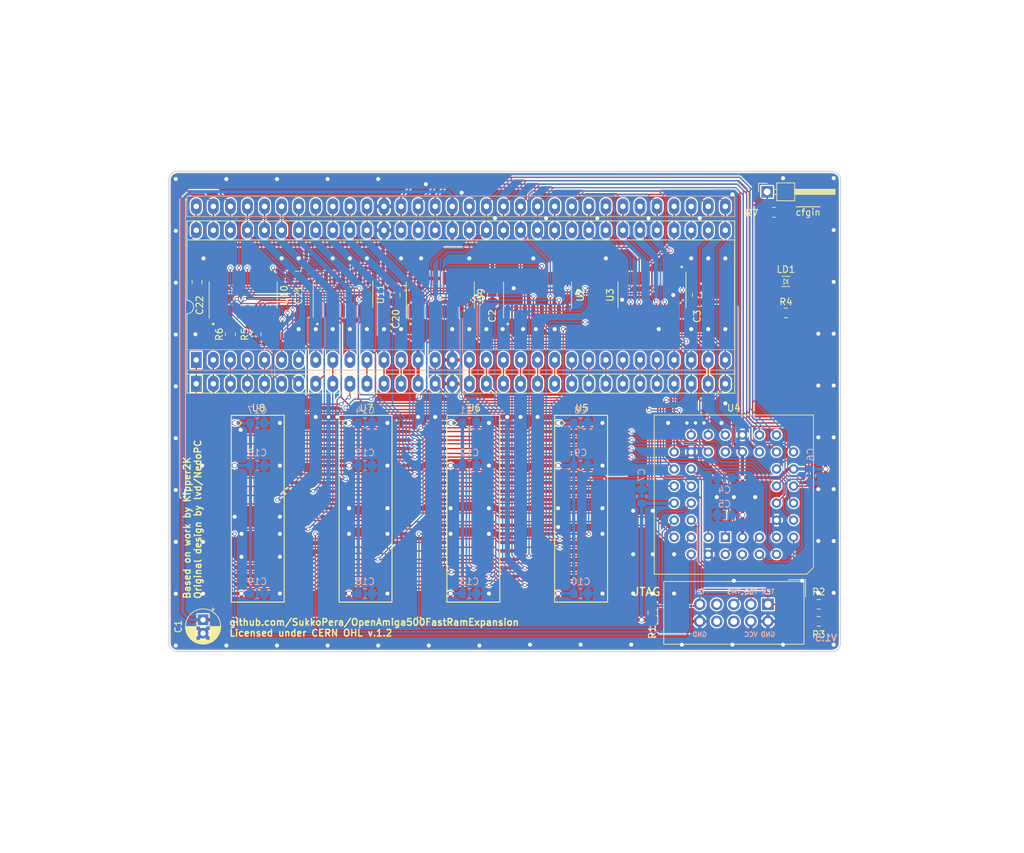
<source format=kicad_pcb>
(kicad_pcb (version 20171130) (host pcbnew "(5.1.9)-1")
  (title_block (title OpenAmiga500FastRamExpansion) (date 2019-05-19) (rev 1) (company SukkoPera) (comment 1 "Based on work by Kipper2K") (comment 2 "Original design by lvd/NedoPC") (comment 3 "Licensed under CERN OHL v.1.2"))
  (layers (0 F.Cu signal) (31 B.Cu signal) (36 B.SilkS user) (37 F.SilkS user) (38 B.Mask user) (39 F.Mask user) (44 Edge.Cuts user))
  (net 0 "")
  (net 1 /d3)
  (net 2 /d1)
  (net 3 /d5)
  (net 4 /d7)
  (net 5 /d9)
  (net 6 /d11)
  (net 7 /d4)
  (net 8 /d2)
  (net 9 /d0)
  (net 10 /r~w)
  (net 11 /d6)
  (net 12 /d8)
  (net 13 /d10)
  (net 14 /clk)
  (net 15 GND)
  (net 16 VCC)
  (net 17 /~reset)
  (net 18 /a1)
  (net 19 /a3)
  (net 20 /a5)
  (net 21 /a7)
  (net 22 /a9)
  (net 23 /a11)
  (net 24 /a13)
  (net 25 /a2)
  (net 26 /a4)
  (net 27 /a6)
  (net 28 /a8)
  (net 29 /a10)
  (net 30 /a12)
  (net 31 /a14)
  (net 32 /a16)
  (net 33 /a18)
  (net 34 /a20)
  (net 35 /a21)
  (net 36 /a23)
  (net 37 /d14)
  (net 38 /d12)
  (net 39 /a15)
  (net 40 /a17)
  (net 41 /a19)
  (net 42 /a22)
  (net 43 /d15)
  (net 44 /d13)
  (net 45 /jtag_tms)
  (net 46 /jtag_tdi)
  (net 47 /jtag_tck)
  (net 48 /ma0)
  (net 49 /~ucas)
  (net 50 /ma1)
  (net 51 /jtag_tdo)
  (net 52 /~ras3)
  (net 53 /mux_switch)
  (net 54 /~ras2)
  (net 55 /~lcas)
  (net 56 /ma2)
  (net 57 /ma3)
  (net 58 /ma4)
  (net 59 /ma5)
  (net 60 /ma9)
  (net 61 /ma8)
  (net 62 /ma7)
  (net 63 /ma6)
  (net 64 "Net-(LD1-Pad2)")
  (net 65 /~bg)
  (net 66 /~bgack)
  (net 67 /~br)
  (net 68 /~halt)
  (net 69 /~vma)
  (net 70 /e)
  (net 71 /vpa)
  (net 72 /~berr)
  (net 73 /~ipl2)
  (net 74 /~ipl1)
  (net 75 /~ipl0)
  (net 76 /fc2)
  (net 77 /fc1)
  (net 78 /fc0)
  (net 79 /~ras0)
  (net 80 /~ras1)
  (net 81 /~buds)
  (net 82 /~blds)
  (net 83 "Net-(P1-Pad6)")
  (net 84 "Net-(P1-Pad7)")
  (net 85 "Net-(P1-Pad8)")
  (net 86 /~cpulds)
  (net 87 /~cpuuds)
  (net 88 /~cloak)
  (net 89 /~cfgin)
  (net 90 /uds)
  (net 91 /lds)
  (net 92 "Net-(U5-Pad32)")
  (net 93 "Net-(U5-Pad16)")
  (net 94 "Net-(U5-Pad15)")
  (net 95 "Net-(U5-Pad12)")
  (net 96 "Net-(U5-Pad11)")
  (net 97 "Net-(U6-Pad32)")
  (net 98 "Net-(U6-Pad16)")
  (net 99 "Net-(U6-Pad15)")
  (net 100 "Net-(U6-Pad12)")
  (net 101 "Net-(U6-Pad11)")
  (net 102 "Net-(U7-Pad32)")
  (net 103 "Net-(U7-Pad16)")
  (net 104 "Net-(U7-Pad15)")
  (net 105 "Net-(U7-Pad12)")
  (net 106 "Net-(U7-Pad11)")
  (net 107 "Net-(U8-Pad11)")
  (net 108 "Net-(U8-Pad12)")
  (net 109 "Net-(U8-Pad15)")
  (net 110 "Net-(U8-Pad16)")
  (net 111 "Net-(U8-Pad32)")
  (net 112 "Net-(U9-Pad12)")
  (net 113 "Net-(U9-Pad9)")
  (net 114 /DMA)
  (net 115 /~bas)
  (net 116 /~bdtack)
  (net 117 /~cpudtack)
  (net 118 /~cpuas)
  (net 119 /as)
  (module Package_SO:SOIC-16_3.9x9.9mm_P1.27mm (layer F.Cu) (at 169.928 68.842 270)
    (fp_text reference U3 (at 0 6.225 270) (layer F.SilkS))
    (fp_text value 74LS157)
    (pad 16 smd roundrect (at 2.475 -4.445 270) (size 1.95 0.6) (layers F.Cu F.Paste F.Mask) (net 16 VCC))
    (pad 15 smd roundrect (at 2.475 -3.175 270) (size 1.95 0.6) (layers F.Cu F.Paste F.Mask) (net 15 GND))
    (pad 14 smd roundrect (at 2.475 -1.905 270) (size 1.95 0.6) (layers F.Cu F.Paste F.Mask) (net 29 /a10))
    (pad 13 smd roundrect (at 2.475 -0.635 270) (size 1.95 0.6) (layers F.Cu F.Paste F.Mask) (net 23 /a11))
    (pad 12 smd roundrect (at 2.475 0.635 270) (size 1.95 0.6) (layers F.Cu F.Paste F.Mask) (net 60 /ma9))
    (pad 11 smd roundrect (at 2.475 1.905 270) (size 1.95 0.6) (layers F.Cu F.Paste F.Mask) (net 22 /a9))
    (pad 10 smd roundrect (at 2.475 3.175 270) (size 1.95 0.6) (layers F.Cu F.Paste F.Mask) (net 30 /a12))
    (pad 9 smd roundrect (at 2.475 4.445 270) (size 1.95 0.6) (layers F.Cu F.Paste F.Mask) (net 61 /ma8))
    (pad 8 smd roundrect (at -2.475 4.445 270) (size 1.95 0.6) (layers F.Cu F.Paste F.Mask) (net 15 GND))
    (pad 7 smd roundrect (at -2.475 3.175 270) (size 1.95 0.6) (layers F.Cu F.Paste F.Mask) (net 62 /ma7))
    (pad 6 smd roundrect (at -2.475 1.905 270) (size 1.95 0.6) (layers F.Cu F.Paste F.Mask) (net 24 /a13))
    (pad 5 smd roundrect (at -2.475 0.635 270) (size 1.95 0.6) (layers F.Cu F.Paste F.Mask) (net 28 /a8))
    (pad 4 smd roundrect (at -2.475 -0.635 270) (size 1.95 0.6) (layers F.Cu F.Paste F.Mask) (net 63 /ma6))
    (pad 3 smd roundrect (at -2.475 -1.905 270) (size 1.95 0.6) (layers F.Cu F.Paste F.Mask) (net 31 /a14))
    (pad 2 smd roundrect (at -2.475 -3.175 270) (size 1.95 0.6) (layers F.Cu F.Paste F.Mask) (net 21 /a7))
    (pad 1 smd roundrect (at -2.475 -4.445 270) (size 1.95 0.6) (layers F.Cu F.Paste F.Mask) (net 53 /mux_switch))
  )
  (module Package_SO:SOIC-16_3.9x9.9mm_P1.27mm (layer F.Cu) (at 152.91 68.842 90)
    (fp_text reference U2 (at 0.016 6.361 90) (layer F.SilkS))
    (fp_text value 74LS157)
    (pad 16 smd roundrect (at 2.475 -4.445 90) (size 1.95 0.6) (layers F.Cu F.Paste F.Mask) (net 16 VCC))
    (pad 15 smd roundrect (at 2.475 -3.175 90) (size 1.95 0.6) (layers F.Cu F.Paste F.Mask) (net 15 GND))
    (pad 14 smd roundrect (at 2.475 -1.905 90) (size 1.95 0.6) (layers F.Cu F.Paste F.Mask) (net 27 /a6))
    (pad 13 smd roundrect (at 2.475 -0.635 90) (size 1.95 0.6) (layers F.Cu F.Paste F.Mask) (net 39 /a15))
    (pad 12 smd roundrect (at 2.475 0.635 90) (size 1.95 0.6) (layers F.Cu F.Paste F.Mask) (net 59 /ma5))
    (pad 11 smd roundrect (at 2.475 1.905 90) (size 1.95 0.6) (layers F.Cu F.Paste F.Mask) (net 20 /a5))
    (pad 10 smd roundrect (at 2.475 3.175 90) (size 1.95 0.6) (layers F.Cu F.Paste F.Mask) (net 32 /a16))
    (pad 9 smd roundrect (at 2.475 4.445 90) (size 1.95 0.6) (layers F.Cu F.Paste F.Mask) (net 58 /ma4))
    (pad 8 smd roundrect (at -2.475 4.445 90) (size 1.95 0.6) (layers F.Cu F.Paste F.Mask) (net 15 GND))
    (pad 7 smd roundrect (at -2.475 3.175 90) (size 1.95 0.6) (layers F.Cu F.Paste F.Mask) (net 57 /ma3))
    (pad 6 smd roundrect (at -2.475 1.905 90) (size 1.95 0.6) (layers F.Cu F.Paste F.Mask) (net 40 /a17))
    (pad 5 smd roundrect (at -2.475 0.635 90) (size 1.95 0.6) (layers F.Cu F.Paste F.Mask) (net 26 /a4))
    (pad 4 smd roundrect (at -2.475 -0.635 90) (size 1.95 0.6) (layers F.Cu F.Paste F.Mask) (net 56 /ma2))
    (pad 3 smd roundrect (at -2.475 -1.905 90) (size 1.95 0.6) (layers F.Cu F.Paste F.Mask) (net 33 /a18))
    (pad 2 smd roundrect (at -2.475 -3.175 90) (size 1.95 0.6) (layers F.Cu F.Paste F.Mask) (net 19 /a3))
    (pad 1 smd roundrect (at -2.475 -4.445 90) (size 1.95 0.6) (layers F.Cu F.Paste F.Mask) (net 53 /mux_switch))
  )
  (module Resistor_SMD:R_0805_2012Metric_Pad1.20x1.40mm_HandSolder (layer F.Cu) (at 188.087 56.515)
    (fp_text reference R7 (at -3.302 0.127) (layer F.SilkS))
    (fp_text value 10k)
    (pad 2 smd roundrect (at 1 0) (size 1.2 1.4) (layers F.Cu F.Paste F.Mask) (roundrect_rratio 0.208333) (net 15 GND))
    (pad 1 smd roundrect (at -1 0) (size 1.2 1.4) (layers F.Cu F.Paste F.Mask) (roundrect_rratio 0.208333) (net 89 /~cfgin))
  )
  (module Connector_PinHeader_2.54mm:PinHeader_1x01_P2.54mm_Horizontal (layer F.Cu) (at 187.071 53.467)
    (fp_text reference J2 hide)
    (fp_text value ~cfgin (at 6.096 3.048) (layer F.SilkS))
    (pad 1 thru_hole rect (at 0 0) (size 1.7 1.7) (drill 1) (layers *.Cu *.Mask) (net 89 /~cfgin))
  )
  (module Package_SO:SOIC-16_3.9x9.9mm_P1.27mm (layer F.Cu) (at 138.43 68.834 90)
    (fp_text reference U9 (at 0 6.096 90) (layer F.SilkS))
    (fp_text value 74LS157)
    (pad 16 smd roundrect (at 2.475 -4.445 90) (size 1.95 0.6) (layers F.Cu F.Paste F.Mask) (net 16 VCC))
    (pad 15 smd roundrect (at 2.475 -3.175 90) (size 1.95 0.6) (layers F.Cu F.Paste F.Mask) (net 15 GND))
    (pad 14 smd roundrect (at 2.475 -1.905 90) (size 1.95 0.6) (layers F.Cu F.Paste F.Mask) (net 15 GND))
    (pad 13 smd roundrect (at 2.475 -0.635 90) (size 1.95 0.6) (layers F.Cu F.Paste F.Mask) (net 15 GND))
    (pad 12 smd roundrect (at 2.475 0.635 90) (size 1.95 0.6) (layers F.Cu F.Paste F.Mask) (net 112 "Net-(U9-Pad12)"))
    (pad 11 smd roundrect (at 2.475 1.905 90) (size 1.95 0.6) (layers F.Cu F.Paste F.Mask) (net 15 GND))
    (pad 10 smd roundrect (at 2.475 3.175 90) (size 1.95 0.6) (layers F.Cu F.Paste F.Mask) (net 15 GND))
    (pad 9 smd roundrect (at 2.475 4.445 90) (size 1.95 0.6) (layers F.Cu F.Paste F.Mask) (net 113 "Net-(U9-Pad9)"))
    (pad 8 smd roundrect (at -2.475 4.445 90) (size 1.95 0.6) (layers F.Cu F.Paste F.Mask) (net 15 GND))
    (pad 7 smd roundrect (at -2.475 3.175 90) (size 1.95 0.6) (layers F.Cu F.Paste F.Mask) (net 50 /ma1))
    (pad 6 smd roundrect (at -2.475 1.905 90) (size 1.95 0.6) (layers F.Cu F.Paste F.Mask) (net 41 /a19))
    (pad 5 smd roundrect (at -2.475 0.635 90) (size 1.95 0.6) (layers F.Cu F.Paste F.Mask) (net 18 /a1))
    (pad 4 smd roundrect (at -2.475 -0.635 90) (size 1.95 0.6) (layers F.Cu F.Paste F.Mask) (net 48 /ma0))
    (pad 3 smd roundrect (at -2.475 -1.905 90) (size 1.95 0.6) (layers F.Cu F.Paste F.Mask) (net 34 /a20))
    (pad 2 smd roundrect (at -2.475 -3.175 90) (size 1.95 0.6) (layers F.Cu F.Paste F.Mask) (net 25 /a2))
    (pad 1 smd roundrect (at -2.475 -4.445 90) (size 1.95 0.6) (layers F.Cu F.Paste F.Mask) (net 53 /mux_switch))
  )
  (module Package_SO:SOIC-14_3.9x8.7mm_P1.27mm (layer F.Cu) (at 123.952 68.707 90)
    (fp_text reference U11 (at 0 5.588 90) (layer F.SilkS))
    (fp_text value 74AHC00)
    (pad 14 smd roundrect (at 2.475 -3.81 90) (size 1.95 0.6) (layers F.Cu F.Paste F.Mask) (net 16 VCC))
    (pad 13 smd roundrect (at 2.475 -2.54 90) (size 1.95 0.6) (layers F.Cu F.Paste F.Mask) (net 115 /~bas))
    (pad 12 smd roundrect (at 2.475 -1.27 90) (size 1.95 0.6) (layers F.Cu F.Paste F.Mask) (net 118 /~cpuas))
    (pad 11 smd roundrect (at 2.475 0 90) (size 1.95 0.6) (layers F.Cu F.Paste F.Mask) (net 119 /as))
    (pad 10 smd roundrect (at 2.475 1.27 90) (size 1.95 0.6) (layers F.Cu F.Paste F.Mask) (net 66 /~bgack))
    (pad 9 smd roundrect (at 2.475 2.54 90) (size 1.95 0.6) (layers F.Cu F.Paste F.Mask) (net 66 /~bgack))
    (pad 8 smd roundrect (at 2.475 3.81 90) (size 1.95 0.6) (layers F.Cu F.Paste F.Mask) (net 114 /DMA))
    (pad 7 smd roundrect (at -2.475 3.81 90) (size 1.95 0.6) (layers F.Cu F.Paste F.Mask) (net 15 GND))
    (pad 6 smd roundrect (at -2.475 2.54 90) (size 1.95 0.6) (layers F.Cu F.Paste F.Mask) (net 90 /uds))
    (pad 5 smd roundrect (at -2.475 1.27 90) (size 1.95 0.6) (layers F.Cu F.Paste F.Mask) (net 87 /~cpuuds))
    (pad 4 smd roundrect (at -2.475 0 90) (size 1.95 0.6) (layers F.Cu F.Paste F.Mask) (net 81 /~buds))
    (pad 3 smd roundrect (at -2.475 -1.27 90) (size 1.95 0.6) (layers F.Cu F.Paste F.Mask) (net 91 /lds))
    (pad 2 smd roundrect (at -2.475 -2.54 90) (size 1.95 0.6) (layers F.Cu F.Paste F.Mask) (net 86 /~cpulds))
    (pad 1 smd roundrect (at -2.475 -3.81 90) (size 1.95 0.6) (layers F.Cu F.Paste F.Mask) (net 82 /~blds))
  )
  (module Package_SO:SOIC-16_3.9x9.9mm_P1.27mm (layer F.Cu) (at 109.093 68.834 90)
    (fp_text reference U10 (at 0 6.096 90) (layer F.SilkS))
    (fp_text value 74AHCT257)
    (pad 16 smd roundrect (at 2.475 -4.445 90) (size 1.95 0.6) (layers F.Cu F.Paste F.Mask) (net 16 VCC))
    (pad 15 smd roundrect (at 2.475 -3.175 90) (size 1.95 0.6) (layers F.Cu F.Paste F.Mask) (net 114 /DMA))
    (pad 14 smd roundrect (at 2.475 -1.905 90) (size 1.95 0.6) (layers F.Cu F.Paste F.Mask) (net 118 /~cpuas))
    (pad 13 smd roundrect (at 2.475 -0.635 90) (size 1.95 0.6) (layers F.Cu F.Paste F.Mask) (net 116 /~bdtack))
    (pad 12 smd roundrect (at 2.475 0.635 90) (size 1.95 0.6) (layers F.Cu F.Paste F.Mask) (net 117 /~cpudtack))
    (pad 11 smd roundrect (at 2.475 1.905 90) (size 1.95 0.6) (layers F.Cu F.Paste F.Mask) (net 16 VCC))
    (pad 10 smd roundrect (at 2.475 3.175 90) (size 1.95 0.6) (layers F.Cu F.Paste F.Mask) (net 118 /~cpuas))
    (pad 9 smd roundrect (at 2.475 4.445 90) (size 1.95 0.6) (layers F.Cu F.Paste F.Mask) (net 115 /~bas))
    (pad 8 smd roundrect (at -2.475 4.445 90) (size 1.95 0.6) (layers F.Cu F.Paste F.Mask) (net 15 GND))
    (pad 7 smd roundrect (at -2.475 3.175 90) (size 1.95 0.6) (layers F.Cu F.Paste F.Mask) (net 82 /~blds))
    (pad 6 smd roundrect (at -2.475 1.905 90) (size 1.95 0.6) (layers F.Cu F.Paste F.Mask) (net 86 /~cpulds))
    (pad 5 smd roundrect (at -2.475 0.635 90) (size 1.95 0.6) (layers F.Cu F.Paste F.Mask) (net 16 VCC))
    (pad 4 smd roundrect (at -2.475 -0.635 90) (size 1.95 0.6) (layers F.Cu F.Paste F.Mask) (net 81 /~buds))
    (pad 3 smd roundrect (at -2.475 -1.905 90) (size 1.95 0.6) (layers F.Cu F.Paste F.Mask) (net 87 /~cpuuds))
    (pad 2 smd roundrect (at -2.475 -3.175 90) (size 1.95 0.6) (layers F.Cu F.Paste F.Mask) (net 16 VCC))
    (pad 1 smd roundrect (at -2.475 -4.445 90) (size 1.95 0.6) (layers F.Cu F.Paste F.Mask) (net 88 /~cloak))
  )
  (module Resistor_SMD:R_0805_2012Metric_Pad1.20x1.40mm_HandSolder (layer F.Cu) (at 107.188 74.676 90)
    (fp_text reference R6 (at 0 -1.65 90) (layer F.SilkS))
    (fp_text value 4k7)
    (pad 2 smd roundrect (at 1 0 90) (size 1.2 1.4) (layers F.Cu F.Paste F.Mask) (roundrect_rratio 0.208333) (net 87 /~cpuuds))
    (pad 1 smd roundrect (at -1 0 90) (size 1.2 1.4) (layers F.Cu F.Paste F.Mask) (roundrect_rratio 0.208333) (net 16 VCC))
  )
  (module Resistor_SMD:R_0805_2012Metric_Pad1.20x1.40mm_HandSolder (layer F.Cu) (at 110.998 74.676 90)
    (fp_text reference R5 (at 0 -1.65 90) (layer F.SilkS))
    (fp_text value 4k7)
    (pad 2 smd roundrect (at 1 0 90) (size 1.2 1.4) (layers F.Cu F.Paste F.Mask) (roundrect_rratio 0.208333) (net 86 /~cpulds))
    (pad 1 smd roundrect (at -1 0 90) (size 1.2 1.4) (layers F.Cu F.Paste F.Mask) (roundrect_rratio 0.208333) (net 16 VCC))
  )
  (module Capacitor_SMD:C_0805_2012Metric_Pad1.18x1.45mm_HandSolder (layer F.Cu) (at 102.235 66.929 270)
    (fp_text reference C22 (at 3.429 -0.381 90) (layer F.SilkS))
    (fp_text value 100n)
    (pad 2 smd roundrect (at 1.0375 0 270) (size 1.175 1.45) (layers F.Cu F.Paste F.Mask) (roundrect_rratio 0.212766) (net 15 GND))
    (pad 1 smd roundrect (at -1.0375 0 270) (size 1.175 1.45) (layers F.Cu F.Paste F.Mask) (roundrect_rratio 0.212766) (net 16 VCC))
  )
  (module Capacitor_SMD:C_0805_2012Metric_Pad1.18x1.45mm_HandSolder (layer F.Cu) (at 117.094 66.04 180)
    (fp_text reference C21 (at -0.254 -2.794 90) (layer F.SilkS))
    (fp_text value 100n)
    (pad 2 smd roundrect (at 1.0375 0 180) (size 1.175 1.45) (layers F.Cu F.Paste F.Mask) (roundrect_rratio 0.212766) (net 15 GND))
    (pad 1 smd roundrect (at -1.0375 0 180) (size 1.175 1.45) (layers F.Cu F.Paste F.Mask) (roundrect_rratio 0.212766) (net 16 VCC))
  )
  (module Capacitor_SMD:C_0805_2012Metric_Pad1.18x1.45mm_HandSolder (layer F.Cu) (at 131.699 68.834 270)
    (fp_text reference C20 (at 3.556 -0.127 90) (layer F.SilkS))
    (fp_text value 100n hide)
    (pad 2 smd roundrect (at 1.0375 0 270) (size 1.175 1.45) (layers F.Cu F.Paste F.Mask) (roundrect_rratio 0.212766) (net 15 GND))
    (pad 1 smd roundrect (at -1.0375 0 270) (size 1.175 1.45) (layers F.Cu F.Paste F.Mask) (roundrect_rratio 0.212766) (net 16 VCC))
  )
  (module OpenAmiga500FastRamExpansion:PLCC-44_THT-Socket (layer F.Cu) (at 180.848 104.902 180)
    (fp_text reference U4 (at -1.27 19.2405 180) (layer F.SilkS))
    (fp_text value ATF1502AS-10JU44)
    (pad 1 thru_hole rect (at 0 0 180) (size 1.4224 1.4224) (drill 0.8) (layers *.Cu *.Mask) (net 17 /~reset))
    (pad 3 thru_hole circle (at -2.54 0 180) (size 1.4224 1.4224) (drill 0.8) (layers *.Cu *.Mask) (net 16 VCC))
    (pad 5 thru_hole circle (at -5.08 0 180) (size 1.4224 1.4224) (drill 0.8) (layers *.Cu *.Mask) (net 88 /~cloak))
    (pad 43 thru_hole circle (at 2.54 0 180) (size 1.4224 1.4224) (drill 0.8) (layers *.Cu *.Mask) (net 14 /clk))
    (pad 41 thru_hole circle (at 5.08 0 180) (size 1.4224 1.4224) (drill 0.8) (layers *.Cu *.Mask) (net 49 /~ucas))
    (pad 2 thru_hole circle (at -2.54 -2.54 180) (size 1.4224 1.4224) (drill 0.8) (layers *.Cu *.Mask) (net 119 /as))
    (pad 4 thru_hole circle (at -5.08 -2.54 180) (size 1.4224 1.4224) (drill 0.8) (layers *.Cu *.Mask) (net 89 /~cfgin))
    (pad 6 thru_hole circle (at -7.62 -2.54 180) (size 1.4224 1.4224) (drill 0.8) (layers *.Cu *.Mask) (net 38 /d12))
    (pad 44 thru_hole circle (at 0 -2.54 180) (size 1.4224 1.4224) (drill 0.8) (layers *.Cu *.Mask) (net 90 /uds))
    (pad 42 thru_hole circle (at 2.54 -2.54 180) (size 1.4224 1.4224) (drill 0.8) (layers *.Cu *.Mask) (net 15 GND))
    (pad 8 thru_hole circle (at -7.62 0 180) (size 1.4224 1.4224) (drill 0.8) (layers *.Cu *.Mask) (net 44 /d13))
    (pad 10 thru_hole circle (at -7.62 2.54 180) (size 1.4224 1.4224) (drill 0.8) (layers *.Cu *.Mask) (net 15 GND))
    (pad 12 thru_hole circle (at -7.62 5.08 180) (size 1.4224 1.4224) (drill 0.8) (layers *.Cu *.Mask) (net 36 /a23))
    (pad 14 thru_hole circle (at -7.62 7.62 180) (size 1.4224 1.4224) (drill 0.8) (layers *.Cu *.Mask) (net 42 /a22))
    (pad 16 thru_hole circle (at -7.62 10.16 180) (size 1.4224 1.4224) (drill 0.8) (layers *.Cu *.Mask) (net 35 /a21))
    (pad 7 thru_hole circle (at -10.16 0 180) (size 1.4224 1.4224) (drill 0.8) (layers *.Cu *.Mask) (net 46 /jtag_tdi))
    (pad 9 thru_hole circle (at -10.16 2.54 180) (size 1.4224 1.4224) (drill 0.8) (layers *.Cu *.Mask) (net 37 /d14))
    (pad 11 thru_hole circle (at -10.16 5.08 180) (size 1.4224 1.4224) (drill 0.8) (layers *.Cu *.Mask) (net 43 /d15))
    (pad 13 thru_hole circle (at -10.16 7.62 180) (size 1.4224 1.4224) (drill 0.8) (layers *.Cu *.Mask) (net 45 /jtag_tms))
    (pad 15 thru_hole circle (at -10.16 10.16 180) (size 1.4224 1.4224) (drill 0.8) (layers *.Cu *.Mask) (net 16 VCC))
    (pad 17 thru_hole circle (at -10.16 12.7 180) (size 1.4224 1.4224) (drill 0.8) (layers *.Cu *.Mask) (net 34 /a20))
    (pad 19 thru_hole circle (at -7.62 12.7 180) (size 1.4224 1.4224) (drill 0.8) (layers *.Cu *.Mask) (net 33 /a18))
    (pad 21 thru_hole circle (at -5.08 12.7 180) (size 1.4224 1.4224) (drill 0.8) (layers *.Cu *.Mask) (net 32 /a16))
    (pad 23 thru_hole circle (at -2.54 12.7 180) (size 1.4224 1.4224) (drill 0.8) (layers *.Cu *.Mask) (net 16 VCC))
    (pad 25 thru_hole circle (at 0 12.7 180) (size 1.4224 1.4224) (drill 0.8) (layers *.Cu *.Mask) (net 20 /a5))
    (pad 27 thru_hole circle (at 2.54 12.7 180) (size 1.4224 1.4224) (drill 0.8) (layers *.Cu *.Mask) (net 19 /a3))
    (pad 29 thru_hole circle (at 7.62 12.7 180) (size 1.4224 1.4224) (drill 0.8) (layers *.Cu *.Mask) (net 18 /a1))
    (pad 18 thru_hole circle (at -7.62 15.24 180) (size 1.4224 1.4224) (drill 0.8) (layers *.Cu *.Mask) (net 41 /a19))
    (pad 20 thru_hole circle (at -5.08 15.24 180) (size 1.4224 1.4224) (drill 0.8) (layers *.Cu *.Mask) (net 40 /a17))
    (pad 22 thru_hole circle (at -2.54 15.24 180) (size 1.4224 1.4224) (drill 0.8) (layers *.Cu *.Mask) (net 15 GND))
    (pad 24 thru_hole circle (at 0 15.24 180) (size 1.4224 1.4224) (drill 0.8) (layers *.Cu *.Mask) (net 27 /a6))
    (pad 26 thru_hole circle (at 2.54 15.24 180) (size 1.4224 1.4224) (drill 0.8) (layers *.Cu *.Mask) (net 26 /a4))
    (pad 28 thru_hole circle (at 5.08 15.24 180) (size 1.4224 1.4224) (drill 0.8) (layers *.Cu *.Mask) (net 25 /a2))
    (pad 30 thru_hole circle (at 5.08 12.7 180) (size 1.4224 1.4224) (drill 0.8) (layers *.Cu *.Mask) (net 15 GND))
    (pad 32 thru_hole circle (at 5.08 10.16 180) (size 1.4224 1.4224) (drill 0.8) (layers *.Cu *.Mask) (net 47 /jtag_tck))
    (pad 34 thru_hole circle (at 5.08 7.62 180) (size 1.4224 1.4224) (drill 0.8) (layers *.Cu *.Mask) (net 79 /~ras0))
    (pad 36 thru_hole circle (at 5.08 5.08 180) (size 1.4224 1.4224) (drill 0.8) (layers *.Cu *.Mask) (net 80 /~ras1))
    (pad 38 thru_hole circle (at 5.08 2.54 180) (size 1.4224 1.4224) (drill 0.8) (layers *.Cu *.Mask) (net 51 /jtag_tdo))
    (pad 40 thru_hole circle (at 5.08 -2.54 180) (size 1.4224 1.4224) (drill 0.8) (layers *.Cu *.Mask) (net 52 /~ras3))
    (pad 31 thru_hole circle (at 7.62 10.16 180) (size 1.4224 1.4224) (drill 0.8) (layers *.Cu *.Mask) (net 53 /mux_switch))
    (pad 33 thru_hole circle (at 7.62 7.62 180) (size 1.4224 1.4224) (drill 0.8) (layers *.Cu *.Mask) (net 91 /lds))
    (pad 35 thru_hole circle (at 7.62 5.08 180) (size 1.4224 1.4224) (drill 0.8) (layers *.Cu *.Mask) (net 16 VCC))
    (pad 37 thru_hole circle (at 7.62 2.54 180) (size 1.4224 1.4224) (drill 0.8) (layers *.Cu *.Mask) (net 54 /~ras2))
    (pad 39 thru_hole circle (at 7.62 0 180) (size 1.4224 1.4224) (drill 0.8) (layers *.Cu *.Mask) (net 55 /~lcas))
  )
  (module OpenAmiga500FastRamExpansion:DIP-64_W22.86mm_Socket_LongPads_Socket (layer F.Cu) (at 102.11 78.494 90)
    (fp_text reference J1)
    (fp_text value 68000_SOCKET)
    (pad 1 thru_hole rect (at 0 0 90) (size 2.4 1.6) (drill 0.8) (layers *.Cu *.Mask) (net 7 /d4))
    (pad 33 thru_hole oval (at 22.86 78.74 90) (size 2.4 1.6) (drill 0.8) (layers *.Cu *.Mask) (net 20 /a5))
    (pad 2 thru_hole oval (at 0 2.54 90) (size 2.4 1.6) (drill 0.8) (layers *.Cu *.Mask) (net 1 /d3))
    (pad 34 thru_hole oval (at 22.86 76.2 90) (size 2.4 1.6) (drill 0.8) (layers *.Cu *.Mask) (net 27 /a6))
    (pad 3 thru_hole oval (at 0 5.08 90) (size 2.4 1.6) (drill 0.8) (layers *.Cu *.Mask) (net 8 /d2))
    (pad 35 thru_hole oval (at 22.86 73.66 90) (size 2.4 1.6) (drill 0.8) (layers *.Cu *.Mask) (net 21 /a7))
    (pad 4 thru_hole oval (at 0 7.62 90) (size 2.4 1.6) (drill 0.8) (layers *.Cu *.Mask) (net 2 /d1))
    (pad 36 thru_hole oval (at 22.86 71.12 90) (size 2.4 1.6) (drill 0.8) (layers *.Cu *.Mask) (net 28 /a8))
    (pad 5 thru_hole oval (at 0 10.16 90) (size 2.4 1.6) (drill 0.8) (layers *.Cu *.Mask) (net 9 /d0))
    (pad 37 thru_hole oval (at 22.86 68.58 90) (size 2.4 1.6) (drill 0.8) (layers *.Cu *.Mask) (net 22 /a9))
    (pad 6 thru_hole oval (at 0 12.7 90) (size 2.4 1.6) (drill 0.8) (layers *.Cu *.Mask) (net 115 /~bas))
    (pad 38 thru_hole oval (at 22.86 66.04 90) (size 2.4 1.6) (drill 0.8) (layers *.Cu *.Mask) (net 29 /a10))
    (pad 7 thru_hole oval (at 0 15.24 90) (size 2.4 1.6) (drill 0.8) (layers *.Cu *.Mask) (net 81 /~buds))
    (pad 39 thru_hole oval (at 22.86 63.5 90) (size 2.4 1.6) (drill 0.8) (layers *.Cu *.Mask) (net 23 /a11))
    (pad 8 thru_hole oval (at 0 17.78 90) (size 2.4 1.6) (drill 0.8) (layers *.Cu *.Mask) (net 82 /~blds))
    (pad 40 thru_hole oval (at 22.86 60.96 90) (size 2.4 1.6) (drill 0.8) (layers *.Cu *.Mask) (net 30 /a12))
    (pad 9 thru_hole oval (at 0 20.32 90) (size 2.4 1.6) (drill 0.8) (layers *.Cu *.Mask) (net 10 /r~w))
    (pad 41 thru_hole oval (at 22.86 58.42 90) (size 2.4 1.6) (drill 0.8) (layers *.Cu *.Mask) (net 24 /a13))
    (pad 10 thru_hole oval (at 0 22.86 90) (size 2.4 1.6) (drill 0.8) (layers *.Cu *.Mask) (net 116 /~bdtack))
    (pad 42 thru_hole oval (at 22.86 55.88 90) (size 2.4 1.6) (drill 0.8) (layers *.Cu *.Mask) (net 31 /a14))
    (pad 11 thru_hole oval (at 0 25.4 90) (size 2.4 1.6) (drill 0.8) (layers *.Cu *.Mask) (net 65 /~bg))
    (pad 43 thru_hole oval (at 22.86 53.34 90) (size 2.4 1.6) (drill 0.8) (layers *.Cu *.Mask) (net 39 /a15))
    (pad 12 thru_hole oval (at 0 27.94 90) (size 2.4 1.6) (drill 0.8) (layers *.Cu *.Mask) (net 66 /~bgack))
    (pad 44 thru_hole oval (at 22.86 50.8 90) (size 2.4 1.6) (drill 0.8) (layers *.Cu *.Mask) (net 32 /a16))
    (pad 13 thru_hole oval (at 0 30.48 90) (size 2.4 1.6) (drill 0.8) (layers *.Cu *.Mask) (net 67 /~br))
    (pad 45 thru_hole oval (at 22.86 48.26 90) (size 2.4 1.6) (drill 0.8) (layers *.Cu *.Mask) (net 40 /a17))
    (pad 14 thru_hole oval (at 0 33.02 90) (size 2.4 1.6) (drill 0.8) (layers *.Cu *.Mask) (net 16 VCC))
    (pad 46 thru_hole oval (at 22.86 45.72 90) (size 2.4 1.6) (drill 0.8) (layers *.Cu *.Mask) (net 33 /a18))
    (pad 15 thru_hole oval (at 0 35.56 90) (size 2.4 1.6) (drill 0.8) (layers *.Cu *.Mask) (net 14 /clk))
    (pad 47 thru_hole oval (at 22.86 43.18 90) (size 2.4 1.6) (drill 0.8) (layers *.Cu *.Mask) (net 41 /a19))
    (pad 16 thru_hole oval (at 0 38.1 90) (size 2.4 1.6) (drill 0.8) (layers *.Cu *.Mask) (net 15 GND))
    (pad 48 thru_hole oval (at 22.86 40.64 90) (size 2.4 1.6) (drill 0.8) (layers *.Cu *.Mask) (net 34 /a20))
    (pad 17 thru_hole oval (at 0 40.64 90) (size 2.4 1.6) (drill 0.8) (layers *.Cu *.Mask) (net 68 /~halt))
    (pad 49 thru_hole oval (at 22.86 38.1 90) (size 2.4 1.6) (drill 0.8) (layers *.Cu *.Mask) (net 16 VCC))
    (pad 18 thru_hole oval (at 0 43.18 90) (size 2.4 1.6) (drill 0.8) (layers *.Cu *.Mask) (net 17 /~reset))
    (pad 50 thru_hole oval (at 22.86 35.56 90) (size 2.4 1.6) (drill 0.8) (layers *.Cu *.Mask) (net 35 /a21))
    (pad 19 thru_hole oval (at 0 45.72 90) (size 2.4 1.6) (drill 0.8) (layers *.Cu *.Mask) (net 69 /~vma))
    (pad 51 thru_hole oval (at 22.86 33.02 90) (size 2.4 1.6) (drill 0.8) (layers *.Cu *.Mask) (net 42 /a22))
    (pad 20 thru_hole oval (at 0 48.26 90) (size 2.4 1.6) (drill 0.8) (layers *.Cu *.Mask) (net 70 /e))
    (pad 52 thru_hole oval (at 22.86 30.48 90) (size 2.4 1.6) (drill 0.8) (layers *.Cu *.Mask) (net 36 /a23))
    (pad 21 thru_hole oval (at 0 50.8 90) (size 2.4 1.6) (drill 0.8) (layers *.Cu *.Mask) (net 71 /vpa))
    (pad 53 thru_hole oval (at 22.86 27.94 90) (size 2.4 1.6) (drill 0.8) (layers *.Cu *.Mask) (net 15 GND))
    (pad 22 thru_hole oval (at 0 53.34 90) (size 2.4 1.6) (drill 0.8) (layers *.Cu *.Mask) (net 72 /~berr))
    (pad 54 thru_hole oval (at 22.86 25.4 90) (size 2.4 1.6) (drill 0.8) (layers *.Cu *.Mask) (net 43 /d15))
    (pad 23 thru_hole oval (at 0 55.88 90) (size 2.4 1.6) (drill 0.8) (layers *.Cu *.Mask) (net 73 /~ipl2))
    (pad 55 thru_hole oval (at 22.86 22.86 90) (size 2.4 1.6) (drill 0.8) (layers *.Cu *.Mask) (net 37 /d14))
    (pad 24 thru_hole oval (at 0 58.42 90) (size 2.4 1.6) (drill 0.8) (layers *.Cu *.Mask) (net 74 /~ipl1))
    (pad 56 thru_hole oval (at 22.86 20.32 90) (size 2.4 1.6) (drill 0.8) (layers *.Cu *.Mask) (net 44 /d13))
    (pad 25 thru_hole oval (at 0 60.96 90) (size 2.4 1.6) (drill 0.8) (layers *.Cu *.Mask) (net 75 /~ipl0))
    (pad 57 thru_hole oval (at 22.86 17.78 90) (size 2.4 1.6) (drill 0.8) (layers *.Cu *.Mask) (net 38 /d12))
    (pad 26 thru_hole oval (at 0 63.5 90) (size 2.4 1.6) (drill 0.8) (layers *.Cu *.Mask) (net 76 /fc2))
    (pad 58 thru_hole oval (at 22.86 15.24 90) (size 2.4 1.6) (drill 0.8) (layers *.Cu *.Mask) (net 6 /d11))
    (pad 27 thru_hole oval (at 0 66.04 90) (size 2.4 1.6) (drill 0.8) (layers *.Cu *.Mask) (net 77 /fc1))
    (pad 59 thru_hole oval (at 22.86 12.7 90) (size 2.4 1.6) (drill 0.8) (layers *.Cu *.Mask) (net 13 /d10))
    (pad 28 thru_hole oval (at 0 68.58 90) (size 2.4 1.6) (drill 0.8) (layers *.Cu *.Mask) (net 78 /fc0))
    (pad 60 thru_hole oval (at 22.86 10.16 90) (size 2.4 1.6) (drill 0.8) (layers *.Cu *.Mask) (net 5 /d9))
    (pad 29 thru_hole oval (at 0 71.12 90) (size 2.4 1.6) (drill 0.8) (layers *.Cu *.Mask) (net 18 /a1))
    (pad 61 thru_hole oval (at 22.86 7.62 90) (size 2.4 1.6) (drill 0.8) (layers *.Cu *.Mask) (net 12 /d8))
    (pad 30 thru_hole oval (at 0 73.66 90) (size 2.4 1.6) (drill 0.8) (layers *.Cu *.Mask) (net 25 /a2))
    (pad 62 thru_hole oval (at 22.86 5.08 90) (size 2.4 1.6) (drill 0.8) (layers *.Cu *.Mask) (net 4 /d7))
    (pad 31 thru_hole oval (at 0 76.2 90) (size 2.4 1.6) (drill 0.8) (layers *.Cu *.Mask) (net 19 /a3))
    (pad 63 thru_hole oval (at 22.86 2.54 90) (size 2.4 1.6) (drill 0.8) (layers *.Cu *.Mask) (net 11 /d6))
    (pad 32 thru_hole oval (at 0 78.74 90) (size 2.4 1.6) (drill 0.8) (layers *.Cu *.Mask) (net 26 /a4))
    (pad 64 thru_hole oval (at 22.86 0 90) (size 2.4 1.6) (drill 0.8) (layers *.Cu *.Mask) (net 3 /d5))
  )
  (module OpenAmiga500FastRamExpansion:DIP-64_W22.86mm_Socket_LongPads_IC (layer F.Cu) (at 102.11 82.05 90)
    (fp_text reference U1)
    (fp_text value 68000D)
    (pad 64 thru_hole oval (at 22.86 0 90) (size 2.4 1.6) (drill 0.8) (layers *.Cu *.Mask) (net 3 /d5))
    (pad 32 thru_hole oval (at 0 78.74 90) (size 2.4 1.6) (drill 0.8) (layers *.Cu *.Mask) (net 26 /a4))
    (pad 63 thru_hole oval (at 22.86 2.54 90) (size 2.4 1.6) (drill 0.8) (layers *.Cu *.Mask) (net 11 /d6))
    (pad 31 thru_hole oval (at 0 76.2 90) (size 2.4 1.6) (drill 0.8) (layers *.Cu *.Mask) (net 19 /a3))
    (pad 62 thru_hole oval (at 22.86 5.08 90) (size 2.4 1.6) (drill 0.8) (layers *.Cu *.Mask) (net 4 /d7))
    (pad 30 thru_hole oval (at 0 73.66 90) (size 2.4 1.6) (drill 0.8) (layers *.Cu *.Mask) (net 25 /a2))
    (pad 61 thru_hole oval (at 22.86 7.62 90) (size 2.4 1.6) (drill 0.8) (layers *.Cu *.Mask) (net 12 /d8))
    (pad 29 thru_hole oval (at 0 71.12 90) (size 2.4 1.6) (drill 0.8) (layers *.Cu *.Mask) (net 18 /a1))
    (pad 60 thru_hole oval (at 22.86 10.16 90) (size 2.4 1.6) (drill 0.8) (layers *.Cu *.Mask) (net 5 /d9))
    (pad 28 thru_hole oval (at 0 68.58 90) (size 2.4 1.6) (drill 0.8) (layers *.Cu *.Mask) (net 78 /fc0))
    (pad 59 thru_hole oval (at 22.86 12.7 90) (size 2.4 1.6) (drill 0.8) (layers *.Cu *.Mask) (net 13 /d10))
    (pad 27 thru_hole oval (at 0 66.04 90) (size 2.4 1.6) (drill 0.8) (layers *.Cu *.Mask) (net 77 /fc1))
    (pad 58 thru_hole oval (at 22.86 15.24 90) (size 2.4 1.6) (drill 0.8) (layers *.Cu *.Mask) (net 6 /d11))
    (pad 26 thru_hole oval (at 0 63.5 90) (size 2.4 1.6) (drill 0.8) (layers *.Cu *.Mask) (net 76 /fc2))
    (pad 57 thru_hole oval (at 22.86 17.78 90) (size 2.4 1.6) (drill 0.8) (layers *.Cu *.Mask) (net 38 /d12))
    (pad 25 thru_hole oval (at 0 60.96 90) (size 2.4 1.6) (drill 0.8) (layers *.Cu *.Mask) (net 75 /~ipl0))
    (pad 56 thru_hole oval (at 22.86 20.32 90) (size 2.4 1.6) (drill 0.8) (layers *.Cu *.Mask) (net 44 /d13))
    (pad 24 thru_hole oval (at 0 58.42 90) (size 2.4 1.6) (drill 0.8) (layers *.Cu *.Mask) (net 74 /~ipl1))
    (pad 55 thru_hole oval (at 22.86 22.86 90) (size 2.4 1.6) (drill 0.8) (layers *.Cu *.Mask) (net 37 /d14))
    (pad 23 thru_hole oval (at 0 55.88 90) (size 2.4 1.6) (drill 0.8) (layers *.Cu *.Mask) (net 73 /~ipl2))
    (pad 54 thru_hole oval (at 22.86 25.4 90) (size 2.4 1.6) (drill 0.8) (layers *.Cu *.Mask) (net 43 /d15))
    (pad 22 thru_hole oval (at 0 53.34 90) (size 2.4 1.6) (drill 0.8) (layers *.Cu *.Mask) (net 72 /~berr))
    (pad 53 thru_hole oval (at 22.86 27.94 90) (size 2.4 1.6) (drill 0.8) (layers *.Cu *.Mask) (net 15 GND))
    (pad 21 thru_hole oval (at 0 50.8 90) (size 2.4 1.6) (drill 0.8) (layers *.Cu *.Mask) (net 71 /vpa))
    (pad 52 thru_hole oval (at 22.86 30.48 90) (size 2.4 1.6) (drill 0.8) (layers *.Cu *.Mask) (net 36 /a23))
    (pad 20 thru_hole oval (at 0 48.26 90) (size 2.4 1.6) (drill 0.8) (layers *.Cu *.Mask) (net 70 /e))
    (pad 51 thru_hole oval (at 22.86 33.02 90) (size 2.4 1.6) (drill 0.8) (layers *.Cu *.Mask) (net 42 /a22))
    (pad 19 thru_hole oval (at 0 45.72 90) (size 2.4 1.6) (drill 0.8) (layers *.Cu *.Mask) (net 69 /~vma))
    (pad 50 thru_hole oval (at 22.86 35.56 90) (size 2.4 1.6) (drill 0.8) (layers *.Cu *.Mask) (net 35 /a21))
    (pad 18 thru_hole oval (at 0 43.18 90) (size 2.4 1.6) (drill 0.8) (layers *.Cu *.Mask) (net 17 /~reset))
    (pad 49 thru_hole oval (at 22.86 38.1 90) (size 2.4 1.6) (drill 0.8) (layers *.Cu *.Mask) (net 16 VCC))
    (pad 17 thru_hole oval (at 0 40.64 90) (size 2.4 1.6) (drill 0.8) (layers *.Cu *.Mask) (net 68 /~halt))
    (pad 48 thru_hole oval (at 22.86 40.64 90) (size 2.4 1.6) (drill 0.8) (layers *.Cu *.Mask) (net 34 /a20))
    (pad 16 thru_hole oval (at 0 38.1 90) (size 2.4 1.6) (drill 0.8) (layers *.Cu *.Mask) (net 15 GND))
    (pad 47 thru_hole oval (at 22.86 43.18 90) (size 2.4 1.6) (drill 0.8) (layers *.Cu *.Mask) (net 41 /a19))
    (pad 15 thru_hole oval (at 0 35.56 90) (size 2.4 1.6) (drill 0.8) (layers *.Cu *.Mask) (net 14 /clk))
    (pad 46 thru_hole oval (at 22.86 45.72 90) (size 2.4 1.6) (drill 0.8) (layers *.Cu *.Mask) (net 33 /a18))
    (pad 14 thru_hole oval (at 0 33.02 90) (size 2.4 1.6) (drill 0.8) (layers *.Cu *.Mask) (net 16 VCC))
    (pad 45 thru_hole oval (at 22.86 48.26 90) (size 2.4 1.6) (drill 0.8) (layers *.Cu *.Mask) (net 40 /a17))
    (pad 13 thru_hole oval (at 0 30.48 90) (size 2.4 1.6) (drill 0.8) (layers *.Cu *.Mask) (net 67 /~br))
    (pad 44 thru_hole oval (at 22.86 50.8 90) (size 2.4 1.6) (drill 0.8) (layers *.Cu *.Mask) (net 32 /a16))
    (pad 12 thru_hole oval (at 0 27.94 90) (size 2.4 1.6) (drill 0.8) (layers *.Cu *.Mask) (net 66 /~bgack))
    (pad 43 thru_hole oval (at 22.86 53.34 90) (size 2.4 1.6) (drill 0.8) (layers *.Cu *.Mask) (net 39 /a15))
    (pad 11 thru_hole oval (at 0 25.4 90) (size 2.4 1.6) (drill 0.8) (layers *.Cu *.Mask) (net 65 /~bg))
    (pad 42 thru_hole oval (at 22.86 55.88 90) (size 2.4 1.6) (drill 0.8) (layers *.Cu *.Mask) (net 31 /a14))
    (pad 10 thru_hole oval (at 0 22.86 90) (size 2.4 1.6) (drill 0.8) (layers *.Cu *.Mask) (net 117 /~cpudtack))
    (pad 41 thru_hole oval (at 22.86 58.42 90) (size 2.4 1.6) (drill 0.8) (layers *.Cu *.Mask) (net 24 /a13))
    (pad 9 thru_hole oval (at 0 20.32 90) (size 2.4 1.6) (drill 0.8) (layers *.Cu *.Mask) (net 10 /r~w))
    (pad 40 thru_hole oval (at 22.86 60.96 90) (size 2.4 1.6) (drill 0.8) (layers *.Cu *.Mask) (net 30 /a12))
    (pad 8 thru_hole oval (at 0 17.78 90) (size 2.4 1.6) (drill 0.8) (layers *.Cu *.Mask) (net 86 /~cpulds))
    (pad 39 thru_hole oval (at 22.86 63.5 90) (size 2.4 1.6) (drill 0.8) (layers *.Cu *.Mask) (net 23 /a11))
    (pad 7 thru_hole oval (at 0 15.24 90) (size 2.4 1.6) (drill 0.8) (layers *.Cu *.Mask) (net 87 /~cpuuds))
    (pad 38 thru_hole oval (at 22.86 66.04 90) (size 2.4 1.6) (drill 0.8) (layers *.Cu *.Mask) (net 29 /a10))
    (pad 6 thru_hole oval (at 0 12.7 90) (size 2.4 1.6) (drill 0.8) (layers *.Cu *.Mask) (net 118 /~cpuas))
    (pad 37 thru_hole oval (at 22.86 68.58 90) (size 2.4 1.6) (drill 0.8) (layers *.Cu *.Mask) (net 22 /a9))
    (pad 5 thru_hole oval (at 0 10.16 90) (size 2.4 1.6) (drill 0.8) (layers *.Cu *.Mask) (net 9 /d0))
    (pad 36 thru_hole oval (at 22.86 71.12 90) (size 2.4 1.6) (drill 0.8) (layers *.Cu *.Mask) (net 28 /a8))
    (pad 4 thru_hole oval (at 0 7.62 90) (size 2.4 1.6) (drill 0.8) (layers *.Cu *.Mask) (net 2 /d1))
    (pad 35 thru_hole oval (at 22.86 73.66 90) (size 2.4 1.6) (drill 0.8) (layers *.Cu *.Mask) (net 21 /a7))
    (pad 3 thru_hole oval (at 0 5.08 90) (size 2.4 1.6) (drill 0.8) (layers *.Cu *.Mask) (net 8 /d2))
    (pad 34 thru_hole oval (at 22.86 76.2 90) (size 2.4 1.6) (drill 0.8) (layers *.Cu *.Mask) (net 27 /a6))
    (pad 2 thru_hole oval (at 0 2.54 90) (size 2.4 1.6) (drill 0.8) (layers *.Cu *.Mask) (net 1 /d3))
    (pad 33 thru_hole oval (at 22.86 78.74 90) (size 2.4 1.6) (drill 0.8) (layers *.Cu *.Mask) (net 20 /a5))
    (pad 1 thru_hole rect (at 0 0 90) (size 2.4 1.6) (drill 0.8) (layers *.Cu *.Mask) (net 7 /d4))
  )
  (module Symbol:OSHW-Logo2_7.3x6mm_Copper (layer F.Cu) (at 189.865 60.96)
    (fp_text reference P99 hide)
    (fp_text value OSHW_LOGO hide)
    (fp_poly (pts (xy 0.10391 -2.757652) (xy 0.182454 -2.757222) (xy 0.239298 -2.756058) (xy 0.278105 -2.753793) (xy 0.302538 -2.75006) (xy 0.316262 -2.744494) (xy 0.32294 -2.736727) (xy 0.326236 -2.726395) (xy 0.326556 -2.725057) (xy 0.331562 -2.700921) (xy 0.340829 -2.653299) (xy 0.353392 -2.587259) (xy 0.368287 -2.507872) (xy 0.384551 -2.420204) (xy 0.385119 -2.417125) (xy 0.40141 -2.331211) (xy 0.416652 -2.255304) (xy 0.429861 -2.193955) (xy 0.440054 -2.151718) (xy 0.446248 -2.133145) (xy 0.446543 -2.132816) (xy 0.464788 -2.123747) (xy 0.502405 -2.108633) (xy 0.551271 -2.090738) (xy 0.551543 -2.090642) (xy 0.613093 -2.067507) (xy 0.685657 -2.038035) (xy 0.754057 -2.008403) (xy 0.757294 -2.006938) (xy 0.868702 -1.956374) (xy 1.115399 -2.12484) (xy 1.191077 -2.176197) (xy 1.259631 -2.222111) (xy 1.317088 -2.25997) (xy 1.359476 -2.287163) (xy 1.382825 -2.301079) (xy 1.385042 -2.302111) (xy 1.40201 -2.297516) (xy 1.433701 -2.275345) (xy 1.481352 -2.234553) (xy 1.546198 -2.174095) (xy 1.612397 -2.109773) (xy 1.676214 -2.046388) (xy 1.733329 -1.988549) (xy 1.780305 -1.939825) (xy 1.813703 -1.90379) (xy 1.830085 -1.884016) (xy 1.830694 -1.882998) (xy 1.832505 -1.869428) (xy 1.825683 -1.847267) (xy 1.80854 -1.813522) (xy 1.779393 -1.7652) (xy 1.736555 -1.699308) (xy 1.679448 -1.614483) (xy 1.628766 -1.539823) (xy 1.583461 -1.47286) (xy 1.54615 -1.417484) (xy 1.519452 -1.37758) (xy 1.505985 -1.357038) (xy 1.505137 -1.355644) (xy 1.506781 -1.335962) (xy 1.519245 -1.297707) (xy 1.540048 -1.248111) (xy 1.547462 -1.232272) (xy 1.579814 -1.16171) (xy 1.614328 -1.081647) (xy 1.642365 -1.012371) (xy 1.662568 -0.960955) (xy 1.678615 -0.921881) (xy 1.687888 -0.901459) (xy 1.689041 -0.899886) (xy 1.706096 -0.897279) (xy 1.746298 -0.890137) (xy 1.804302 -0.879477) (xy 1.874763 -0.866315) (xy 1.952335 -0.851667) (xy 2.031672 -0.836551) (xy 2.107431 -0.821982) (xy 2.174264 -0.808978) (xy 2.226828 -0.798555) (xy 2.259776 -0.79173) (xy 2.267857 -0.789801) (xy 2.276205 -0.785038) (xy 2.282506 -0.774282) (xy 2.287045 -0.753902) (xy 2.290104 -0.720266) (xy 2.291967 -0.669745) (xy 2.292918 -0.598708) (xy 2.29324 -0.503524) (xy 2.293257 -0.464508) (xy 2.293257 -0.147201) (xy 2.217057 -0.132161) (xy 2.174663 -0.124005) (xy 2.1114 -0.112101) (xy 2.034962 -0.097884) (xy 1.953043 -0.08279) (xy 1.9304 -0.078645) (xy 1.854806 -0.063947) (xy 1.788953 -0.049495) (xy 1.738366 -0.036625) (xy 1.708574 -0.026678) (xy 1.703612 -0.023713) (xy 1.691426 -0.002717) (xy 1.673953 0.037967) (xy 1.654577 0.090322) (xy 1.650734 0.1016) (xy 1.625339 0.171523) (xy 1.593817 0.250418) (xy 1.562969 0.321266) (xy 1.562817 0.321595) (xy 1.511447 0.432733) (xy 1.680399 0.681253) (xy 1.849352 0.929772) (xy 1.632429 1.147058) (xy 1.566819 1.211726) (xy 1.506979 1.268733) (xy 1.456267 1.315033) (xy 1.418046 1.347584) (xy 1.395675 1.363343) (xy 1.392466 1.364343) (xy 1.373626 1.356469) (xy 1.33518 1.334578) (xy 1.28133 1.301267) (xy 1.216276 1.259131) (xy 1.14594 1.211943) (xy 1.074555 1.16381) (xy 1.010908 1.121928) (xy 0.959041 1.088871) (xy 0.922995 1.067218) (xy 0.906867 1.059543) (xy 0.887189 1.066037) (xy 0.849875 1.08315) (xy 0.802621 1.107326) (xy 0.797612 1.110013) (xy 0.733977 1.141927) (xy 0.690341 1.157579) (xy 0.663202 1.157745) (xy 0.649057 1.143204) (xy 0.648975 1.143) (xy 0.641905 1.125779) (xy 0.625042 1.084899) (xy 0.599695 1.023525) (xy 0.567171 0.944819) (xy 0.528778 0.851947) (xy 0.485822 0.748072) (xy 0.444222 0.647502) (xy 0.398504 0.536516) (xy 0.356526 0.433703) (xy 0.319548 0.342215) (xy 0.288827 0.265201) (xy 0.265622 0.205815) (xy 0.25119 0.167209) (xy 0.246743 0.1528) (xy 0.257896 0.136272) (xy 0.287069 0.10993) (xy 0.325971 0.080887) (xy 0.436757 -0.010961) (xy 0.523351 -0.116241) (xy 0.584716 -0.232734) (xy 0.619815 -0.358224) (xy 0.627608 -0.490493) (xy 0.621943 -0.551543) (xy 0.591078 -0.678205) (xy 0.53792 -0.790059) (xy 0.465767 -0.885999) (xy 0.377917 -0.964924) (xy 0.277665 -1.02573) (xy 0.16831 -1.067313) (xy 0.053147 -1.088572) (xy -0.064525 -1.088401) (xy -0.18141 -1.065699) (xy -0.294211 -1.019362) (xy -0.399631 -0.948287) (xy -0.443632 -0.908089) (xy -0.528021 -0.804871) (xy -0.586778 -0.692075) (xy -0.620296 -0.57299) (xy -0.628965 -0.450905) (xy -0.613177 -0.329107) (xy -0.573322 -0.210884) (xy -0.509793 -0.099525) (xy -0.422979 0.001684) (xy -0.325971 0.080887) (xy -0.285563 0.111162) (xy -0.257018 0.137219) (xy -0.246743 0.152825) (xy -0.252123 0.169843) (xy -0.267425 0.2105) (xy -0.291388 0.271642) (xy -0.322756 0.350119) (xy -0.360268 0.44278) (xy -0.402667 0.546472) (xy -0.444337 0.647526) (xy -0.49031 0.758607) (xy -0.532893 0.861541) (xy -0.570779 0.953165) (xy -0.60266 1.030316) (xy -0.627229 1.089831) (xy -0.64318 1.128544) (xy -0.64909 1.143) (xy -0.663052 1.157685) (xy -0.69006 1.157642) (xy -0.733587 1.142099) (xy -0.79711 1.110284) (xy -0.797612 1.110013) (xy -0.84544 1.085323) (xy -0.884103 1.067338) (xy -0.905905 1.059614) (xy -0.906867 1.059543) (xy -0.923279 1.067378) (xy -0.959513 1.089165) (xy -1.011526 1.122328) (xy -1.075275 1.164291) (xy -1.14594 1.211943) (xy -1.217884 1.260191) (xy -1.282726 1.302151) (xy -1.336265 1.335227) (xy -1.374303 1.356821) (xy -1.392467 1.364343) (xy -1.409192 1.354457) (xy -1.44282 1.326826) (xy -1.48999 1.284495) (xy -1.547342 1.230505) (xy -1.611516 1.167899) (xy -1.632503 1.146983) (xy -1.849501 0.929623) (xy -1.684332 0.68722) (xy -1.634136 0.612781) (xy -1.590081 0.545972) (xy -1.554638 0.490665) (xy -1.530281 0.450729) (xy -1.519478 0.430036) (xy -1.519162 0.428563) (xy -1.524857 0.409058) (xy -1.540174 0.369822) (xy -1.562463 0.31743) (xy -1.578107 0.282355) (xy -1.607359 0.215201) (xy -1.634906 0.147358) (xy -1.656263 0.090034) (xy -1.662065 0.072572) (xy -1.678548 0.025938) (xy -1.69466 -0.010095) (xy -1.70351 -0.023713) (xy -1.72304 -0.032048) (xy -1.765666 -0.043863) (xy -1.825855 -0.057819) (xy -1.898078 -0.072578) (xy -1.9304 -0.078645) (xy -2.012478 -0.093727) (xy -2.091205 -0.108331) (xy -2.158891 -0.12102) (xy -2.20784 -0.130358) (xy -2.217057 -0.132161) (xy -2.293257 -0.147201) (xy -2.293257 -0.464508) (xy -2.293086 -0.568846) (xy -2.292384 -0.647787) (xy -2.290866 -0.704962) (xy -2.288251 -0.744001) (xy -2.284254 -0.768535) (xy -2.278591 -0.782195) (xy -2.27098 -0.788611) (xy -2.267857 -0.789801) (xy -2.249022 -0.79402) (xy -2.207412 -0.802438) (xy -2.14837 -0.814039) (xy -2.077243 -0.827805) (xy -1.999375 -0.84272) (xy -1.920113 -0.857768) (xy -1.844802 -0.871931) (xy -1.778787 -0.884194) (xy -1.727413 -0.893539) (xy -1.696025 -0.89895) (xy -1.689041 -0.899886) (xy -1.682715 -0.912404) (xy -1.66871 -0.945754) (xy -1.649645 -0.993623) (xy -1.642366 -1.012371) (xy -1.613004 -1.084805) (xy -1.578429 -1.16483) (xy -1.547463 -1.232272) (xy -1.524677 -1.283841) (xy -1.509518 -1.326215) (xy -1.504458 -1.352166) (xy -1.505264 -1.355644) (xy -1.515959 -1.372064) (xy -1.54038 -1.408583) (xy -1.575905 -1.461313) (xy -1.619913 -1.526365) (xy -1.669783 -1.599849) (xy -1.679644 -1.614355) (xy -1.737508 -1.700296) (xy -1.780044 -1.765739) (xy -1.808946 -1.813696) (xy -1.82591 -1.84718) (xy -1.832633 -1.869205) (xy -1.83081 -1.882783) (xy -1.830764 -1.882869) (xy -1.816414 -1.900703) (xy -1.784677 -1.935183) (xy -1.73899 -1.982732) (xy -1.682796 -2.039778) (xy -1.619532 -2.102745) (xy -1.612398 -2.109773) (xy -1.53267 -2.18698) (xy -1.471143 -2.24367) (xy -1.426579 -2.28089) (xy -1.397743 -2.299685) (xy -1.385042 -2.302111) (xy -1.366506 -2.291529) (xy -1.328039 -2.267084) (xy -1.273614 -2.231388) (xy -1.207202 -2.187053) (xy -1.132775 -2.136689) (xy -1.115399 -2.12484) (xy -0.868703 -1.956374) (xy -0.757294 -2.006938) (xy -0.689543 -2.036405) (xy -0.616817 -2.066041) (xy -0.554297 -2.08967) (xy -0.551543 -2.090642) (xy -0.50264 -2.108543) (xy -0.464943 -2.12368) (xy -0.446575 -2.13279) (xy -0.446544 -2.132816) (xy -0.440715 -2.149283) (xy -0.430808 -2.189781) (xy -0.417805 -2.249758) (xy -0.402691 -2.32466) (xy -0.386448 -2.409936) (xy -0.385119 -2.417125) (xy -0.368825 -2.504986) (xy -0.353867 -2.58474) (xy -0.341209 -2.651319) (xy -0.331814 -2.699653) (xy -0.326646 -2.724675) (xy -0.326556 -2.725057) (xy -0.323411 -2.735701) (xy -0.317296 -2.743738) (xy -0.304547 -2.749533) (xy -0.2815 -2.753453) (xy -0.244491 -2.755865) (xy -0.189856 -2.757135) (xy -0.113933 -2.757629) (xy -0.013056 -2.757714) (xy 0 -2.757714) (xy 0.10391 -2.757652)) (layer F.Cu) (width 0.01))
    (fp_poly (pts (xy 3.153595 1.966966) (xy 3.211021 2.004497) (xy 3.238719 2.038096) (xy 3.260662 2.099064) (xy 3.262405 2.147308) (xy 3.258457 2.211816) (xy 3.109686 2.276934) (xy 3.037349 2.310202) (xy 2.990084 2.336964) (xy 2.965507 2.360144) (xy 2.961237 2.382667) (xy 2.974889 2.407455) (xy 2.989943 2.423886) (xy 3.033746 2.450235) (xy 3.081389 2.452081) (xy 3.125145 2.431546) (xy 3.157289 2.390752) (xy 3.163038 2.376347) (xy 3.190576 2.331356) (xy 3.222258 2.312182) (xy 3.265714 2.295779) (xy 3.265714 2.357966) (xy 3.261872 2.400283) (xy 3.246823 2.435969) (xy 3.21528 2.476943) (xy 3.210592 2.482267) (xy 3.175506 2.51872) (xy 3.145347 2.538283) (xy 3.107615 2.547283) (xy 3.076335 2.55023) (xy 3.020385 2.550965) (xy 2.980555 2.54166) (xy 2.955708 2.527846) (xy 2.916656 2.497467) (xy 2.889625 2.464613) (xy 2.872517 2.423294) (xy 2.863238 2.367521) (xy 2.859693 2.291305) (xy 2.85941 2.252622) (xy 2.860372 2.206247) (xy 2.948007 2.206247) (xy 2.949023 2.231126) (xy 2.951556 2.2352) (xy 2.968274 2.229665) (xy 3.004249 2.215017) (xy 3.052331 2.19419) (xy 3.062386 2.189714) (xy 3.123152 2.158814) (xy 3.156632 2.131657) (xy 3.16399 2.10622) (xy 3.146391 2.080481) (xy 3.131856 2.069109) (xy 3.07941 2.046364) (xy 3.030322 2.050122) (xy 2.989227 2.077884) (xy 2.960758 2.127152) (xy 2.951631 2.166257) (xy 2.948007 2.206247) (xy 2.860372 2.206247) (xy 2.861285 2.162249) (xy 2.868196 2.095384) (xy 2.881884 2.046695) (xy 2.904096 2.010849) (xy 2.936574 1.982513) (xy 2.950733 1.973355) (xy 3.015053 1.949507) (xy 3.085473 1.948006) (xy 3.153595 1.966966)) (layer F.Cu) (width 0.01))
    (fp_poly (pts (xy 2.6526 1.958752) (xy 2.669948 1.966334) (xy 2.711356 1.999128) (xy 2.746765 2.046547) (xy 2.768664 2.097151) (xy 2.772229 2.122098) (xy 2.760279 2.156927) (xy 2.734067 2.175357) (xy 2.705964 2.186516) (xy 2.693095 2.188572) (xy 2.686829 2.173649) (xy 2.674456 2.141175) (xy 2.669028 2.126502) (xy 2.63859 2.075744) (xy 2.59452 2.050427) (xy 2.53801 2.051206) (xy 2.533825 2.052203) (xy 2.503655 2.066507) (xy 2.481476 2.094393) (xy 2.466327 2.139287) (xy 2.45725 2.204615) (xy 2.453286 2.293804) (xy 2.452914 2.341261) (xy 2.45273 2.416071) (xy 2.451522 2.467069) (xy 2.448309 2.499471) (xy 2.442109 2.518495) (xy 2.43194 2.529356) (xy 2.416819 2.537272) (xy 2.415946 2.53767) (xy 2.386828 2.549981) (xy 2.372403 2.554514) (xy 2.370186 2.540809) (xy 2.368289 2.502925) (xy 2.366847 2.445715) (xy 2.365998 2.374027) (xy 2.365829 2.321565) (xy 2.366692 2.220047) (xy 2.37007 2.143032) (xy 2.377142 2.086023) (xy 2.389088 2.044526) (xy 2.40709 2.014043) (xy 2.432327 1.99008) (xy 2.457247 1.973355) (xy 2.517171 1.951097) (xy 2.586911 1.946076) (xy 2.6526 1.958752)) (layer F.Cu) (width 0.01))
    (fp_poly (pts (xy 2.144876 1.956335) (xy 2.186667 1.975344) (xy 2.219469 1.998378) (xy 2.243503 2.024133) (xy 2.260097 2.057358) (xy 2.270577 2.1028) (xy 2.276271 2.165207) (xy 2.278507 2.249327) (xy 2.278743 2.304721) (xy 2.278743 2.520826) (xy 2.241774 2.53767) (xy 2.212656 2.549981) (xy 2.198231 2.554514) (xy 2.195472 2.541025) (xy 2.193282 2.504653) (xy 2.191942 2.451542) (xy 2.191657 2.409372) (xy 2.190434 2.348447) (xy 2.187136 2.300115) (xy 2.182321 2.270518) (xy 2.178496 2.264229) (xy 2.152783 2.270652) (xy 2.112418 2.287125) (xy 2.065679 2.309458) (xy 2.020845 2.333457) (xy 1.986193 2.35493) (xy 1.970002 2.369685) (xy 1.969938 2.369845) (xy 1.97133 2.397152) (xy 1.983818 2.423219) (xy 2.005743 2.444392) (xy 2.037743 2.451474) (xy 2.065092 2.450649) (xy 2.103826 2.450042) (xy 2.124158 2.459116) (xy 2.136369 2.483092) (xy 2.137909 2.487613) (xy 2.143203 2.521806) (xy 2.129047 2.542568) (xy 2.092148 2.552462) (xy 2.052289 2.554292) (xy 1.980562 2.540727) (xy 1.943432 2.521355) (xy 1.897576 2.475845) (xy 1.873256 2.419983) (xy 1.871073 2.360957) (xy 1.891629 2.305953) (xy 1.922549 2.271486) (xy 1.95342 2.252189) (xy 2.001942 2.227759) (xy 2.058485 2.202985) (xy 2.06791 2.199199) (xy 2.130019 2.171791) (xy 2.165822 2.147634) (xy 2.177337 2.123619) (xy 2.16658 2.096635) (xy 2.148114 2.075543) (xy 2.104469 2.049572) (xy 2.056446 2.047624) (xy 2.012406 2.067637) (xy 1.980709 2.107551) (xy 1.976549 2.117848) (xy 1.952327 2.155724) (xy 1.916965 2.183842) (xy 1.872343 2.206917) (xy 1.872343 2.141485) (xy 1.874969 2.101506) (xy 1.88623 2.069997) (xy 1.911199 2.036378) (xy 1.935169 2.010484) (xy 1.972441 1.973817) (xy 2.001401 1.954121) (xy 2.032505 1.94622) (xy 2.067713 1.944914) (xy 2.144876 1.956335)) (layer F.Cu) (width 0.01))
    (fp_poly (pts (xy 1.779833 1.958663) (xy 1.782048 1.99685) (xy 1.783784 2.054886) (xy 1.784899 2.12818) (xy 1.785257 2.205055) (xy 1.785257 2.465196) (xy 1.739326 2.511127) (xy 1.707675 2.539429) (xy 1.67989 2.550893) (xy 1.641915 2.550168) (xy 1.62684 2.548321) (xy 1.579726 2.542948) (xy 1.540756 2.539869) (xy 1.531257 2.539585) (xy 1.499233 2.541445) (xy 1.453432 2.546114) (xy 1.435674 2.548321) (xy 1.392057 2.551735) (xy 1.362745 2.54432) (xy 1.33368 2.521427) (xy 1.323188 2.511127) (xy 1.277257 2.465196) (xy 1.277257 1.978602) (xy 1.314226 1.961758) (xy 1.346059 1.949282) (xy 1.364683 1.944914) (xy 1.369458 1.958718) (xy 1.373921 1.997286) (xy 1.377775 2.056356) (xy 1.380722 2.131663) (xy 1.382143 2.195286) (xy 1.386114 2.445657) (xy 1.420759 2.450556) (xy 1.452268 2.447131) (xy 1.467708 2.436041) (xy 1.472023 2.415308) (xy 1.475708 2.371145) (xy 1.478469 2.309146) (xy 1.480012 2.234909) (xy 1.480235 2.196706) (xy 1.480457 1.976783) (xy 1.526166 1.960849) (xy 1.558518 1.950015) (xy 1.576115 1.944962) (xy 1.576623 1.944914) (xy 1.578388 1.958648) (xy 1.580329 1.99673) (xy 1.582282 2.054482) (xy 1.584084 2.127227) (xy 1.585343 2.195286) (xy 1.589314 2.445657) (xy 1.6764 2.445657) (xy 1.680396 2.21724) (xy 1.684392 1.988822) (xy 1.726847 1.966868) (xy 1.758192 1.951793) (xy 1.776744 1.944951) (xy 1.777279 1.944914) (xy 1.779833 1.958663)) (layer F.Cu) (width 0.01))
    (fp_poly (pts (xy 1.190117 2.065358) (xy 1.189933 2.173837) (xy 1.189219 2.257287) (xy 1.187675 2.319704) (xy 1.185001 2.365085) (xy 1.180894 2.397429) (xy 1.175055 2.420733) (xy 1.167182 2.438995) (xy 1.161221 2.449418) (xy 1.111855 2.505945) (xy 1.049264 2.541377) (xy 0.980013 2.55409) (xy 0.910668 2.542463) (xy 0.869375 2.521568) (xy 0.826025 2.485422) (xy 0.796481 2.441276) (xy 0.778655 2.383462) (xy 0.770463 2.306313) (xy 0.769302 2.249714) (xy 0.769458 2.245647) (xy 0.870857 2.245647) (xy 0.871476 2.31055) (xy 0.874314 2.353514) (xy 0.88084 2.381622) (xy 0.892523 2.401953) (xy 0.906483 2.417288) (xy 0.953365 2.44689) (xy 1.003701 2.449419) (xy 1.051276 2.424705) (xy 1.054979 2.421356) (xy 1.070783 2.403935) (xy 1.080693 2.383209) (xy 1.086058 2.352362) (xy 1.088228 2.304577) (xy 1.088571 2.251748) (xy 1.087827 2.185381) (xy 1.084748 2.141106) (xy 1.078061 2.112009) (xy 1.066496 2.091173) (xy 1.057013 2.080107) (xy 1.01296 2.052198) (xy 0.962224 2.048843) (xy 0.913796 2.070159) (xy 0.90445 2.078073) (xy 0.88854 2.095647) (xy 0.87861 2.116587) (xy 0.873278 2.147782) (xy 0.871163 2.196122) (xy 0.870857 2.245647) (xy 0.769458 2.245647) (xy 0.77281 2.158568) (xy 0.784726 2.090086) (xy 0.807135 2.0386) (xy 0.842124 1.998443) (xy 0.869375 1.977861) (xy 0.918907 1.955625) (xy 0.976316 1.945304) (xy 1.029682 1.948067) (xy 1.059543 1.959212) (xy 1.071261 1.962383) (xy 1.079037 1.950557) (xy 1.084465 1.918866) (xy 1.088571 1.870593) (xy 1.093067 1.816829) (xy 1.099313 1.784482) (xy 1.110676 1.765985) (xy 1.130528 1.75377) (xy 1.143 1.748362) (xy 1.190171 1.728601) (xy 1.190117 2.065358)) (layer F.Cu) (width 0.01))
    (fp_poly (pts (xy 0.529926 1.949755) (xy 0.595858 1.974084) (xy 0.649273 2.017117) (xy 0.670164 2.047409) (xy 0.692939 2.102994) (xy 0.692466 2.143186) (xy 0.668562 2.170217) (xy 0.659717 2.174813) (xy 0.62153 2.189144) (xy 0.602028 2.185472) (xy 0.595422 2.161407) (xy 0.595086 2.148114) (xy 0.582992 2.09921) (xy 0.551471 2.064999) (xy 0.507659 2.048476) (xy 0.458695 2.052634) (xy 0.418894 2.074227) (xy 0.40545 2.086544) (xy 0.395921 2.101487) (xy 0.389485 2.124075) (xy 0.385317 2.159328) (xy 0.382597 2.212266) (xy 0.380502 2.287907) (xy 0.37996 2.311857) (xy 0.377981 2.39379) (xy 0.375731 2.451455) (xy 0.372357 2.489608) (xy 0.367006 2.513004) (xy 0.358824 2.526398) (xy 0.346959 2.534545) (xy 0.339362 2.538144) (xy 0.307102 2.550452) (xy 0.288111 2.554514) (xy 0.281836 2.540948) (xy 0.278006 2.499934) (xy 0.2766 2.430999) (xy 0.277598 2.333669) (xy 0.277908 2.318657) (xy 0.280101 2.229859) (xy 0.282693 2.165019) (xy 0.286382 2.119067) (xy 0.291864 2.086935) (xy 0.299835 2.063553) (xy 0.310993 2.043852) (xy 0.31683 2.03541) (xy 0.350296 1.998057) (xy 0.387727 1.969003) (xy 0.392309 1.966467) (xy 0.459426 1.946443) (xy 0.529926 1.949755)) (layer F.Cu) (width 0.01))
    (fp_poly (pts (xy 0.039744 1.950968) (xy 0.096616 1.972087) (xy 0.097267 1.972493) (xy 0.13244 1.99838) (xy 0.158407 2.028633) (xy 0.17667 2.068058) (xy 0.188732 2.121462) (xy 0.196096 2.193651) (xy 0.200264 2.289432) (xy 0.200629 2.303078) (xy 0.205876 2.508842) (xy 0.161716 2.531678) (xy 0.129763 2.54711) (xy 0.11047 2.554423) (xy 0.109578 2.554514) (xy 0.106239 2.541022) (xy 0.103587 2.504626) (xy 0.101956 2.451452) (xy 0.1016 2.408393) (xy 0.101592 2.338641) (xy 0.098403 2.294837) (xy 0.087288 2.273944) (xy 0.063501 2.272925) (xy 0.022296 2.288741) (xy -0.039914 2.317815) (xy -0.085659 2.341963) (xy -0.109187 2.362913) (xy -0.116104 2.385747) (xy -0.116114 2.386877) (xy -0.104701 2.426212) (xy -0.070908 2.447462) (xy -0.019191 2.450539) (xy 0.018061 2.450006) (xy 0.037703 2.460735) (xy 0.049952 2.486505) (xy 0.057002 2.519337) (xy 0.046842 2.537966) (xy 0.043017 2.540632) (xy 0.007001 2.55134) (xy -0.043434 2.552856) (xy -0.095374 2.545759) (xy -0.132178 2.532788) (xy -0.183062 2.489585) (xy -0.211986 2.429446) (xy -0.217714 2.382462) (xy -0.213343 2.340082) (xy -0.197525 2.305488) (xy -0.166203 2.274763) (xy -0.115322 2.24399) (xy -0.040824 2.209252) (xy -0.036286 2.207288) (xy 0.030821 2.176287) (xy 0.072232 2.150862) (xy 0.089981 2.128014) (xy 0.086107 2.104745) (xy 0.062643 2.078056) (xy 0.055627 2.071914) (xy 0.00863 2.0481) (xy -0.040067 2.049103) (xy -0.082478 2.072451) (xy -0.110616 2.115675) (xy -0.113231 2.12416) (xy -0.138692 2.165308) (xy -0.170999 2.185128) (xy -0.217714 2.20477) (xy -0.217714 2.15395) (xy -0.203504 2.080082) (xy -0.161325 2.012327) (xy -0.139376 1.989661) (xy -0.089483 1.960569) (xy -0.026033 1.9474) (xy 0.039744 1.950968)) (layer F.Cu) (width 0.01))
    (fp_poly (pts (xy -0.624114 1.851289) (xy -0.619861 1.910613) (xy -0.614975 1.945572) (xy -0.608205 1.96082) (xy -0.598298 1.961015) (xy -0.595086 1.959195) (xy -0.552356 1.946015) (xy -0.496773 1.946785) (xy -0.440263 1.960333) (xy -0.404918 1.977861) (xy -0.368679 2.005861) (xy -0.342187 2.037549) (xy -0.324001 2.077813) (xy -0.312678 2.131543) (xy -0.306778 2.203626) (xy -0.304857 2.298951) (xy -0.304823 2.317237) (xy -0.3048 2.522646) (xy -0.350509 2.53858) (xy -0.382973 2.54942) (xy -0.400785 2.554468) (xy -0.401309 2.554514) (xy -0.403063 2.540828) (xy -0.404556 2.503076) (xy -0.405674 2.446224) (xy -0.406303 2.375234) (xy -0.4064 2.332073) (xy -0.406602 2.246973) (xy -0.407642 2.185981) (xy -0.410169 2.144177) (xy -0.414836 2.116642) (xy -0.422293 2.098456) (xy -0.433189 2.084698) (xy -0.439993 2.078073) (xy -0.486728 2.051375) (xy -0.537728 2.049375) (xy -0.583999 2.071955) (xy -0.592556 2.080107) (xy -0.605107 2.095436) (xy -0.613812 2.113618) (xy -0.619369 2.139909) (xy -0.622474 2.179562) (xy -0.623824 2.237832) (xy -0.624114 2.318173) (xy -0.624114 2.522646) (xy -0.669823 2.53858) (xy -0.702287 2.54942) (xy -0.720099 2.554468) (xy -0.720623 2.554514) (xy -0.721963 2.540623) (xy -0.723172 2.501439) (xy -0.724199 2.4407) (xy -0.724998 2.362141) (xy -0.725519 2.269498) (xy -0.725714 2.166509) (xy -0.725714 1.769342) (xy -0.678543 1.749444) (xy -0.631371 1.729547) (xy -0.624114 1.851289)) (layer F.Cu) (width 0.01))
    (fp_poly (pts (xy -1.831697 1.931239) (xy -1.774473 1.969735) (xy -1.730251 2.025335) (xy -1.703833 2.096086) (xy -1.69849 2.148162) (xy -1.699097 2.169893) (xy -1.704178 2.186531) (xy -1.718145 2.201437) (xy -1.745411 2.217973) (xy -1.790388 2.239498) (xy -1.857489 2.269374) (xy -1.857829 2.269524) (xy -1.919593 2.297813) (xy -1.970241 2.322933) (xy -2.004596 2.342179) (xy -2.017482 2.352848) (xy -2.017486 2.352934) (xy -2.006128 2.376166) (xy -1.979569 2.401774) (xy -1.949077 2.420221) (xy -1.93363 2.423886) (xy -1.891485 2.411212) (xy -1.855192 2.379471) (xy -1.837483 2.344572) (xy -1.820448 2.318845) (xy -1.787078 2.289546) (xy -1.747851 2.264235) (xy -1.713244 2.250471) (xy -1.706007 2.249714) (xy -1.697861 2.26216) (xy -1.69737 2.293972) (xy -1.703357 2.336866) (xy -1.714643 2.382558) (xy -1.73005 2.422761) (xy -1.730829 2.424322) (xy -1.777196 2.489062) (xy -1.837289 2.533097) (xy -1.905535 2.554711) (xy -1.976362 2.552185) (xy -2.044196 2.523804) (xy -2.047212 2.521808) (xy -2.100573 2.473448) (xy -2.13566 2.410352) (xy -2.155078 2.327387) (xy -2.157684 2.304078) (xy -2.162299 2.194055) (xy -2.156767 2.142748) (xy -2.017486 2.142748) (xy -2.015676 2.174753) (xy -2.005778 2.184093) (xy -1.981102 2.177105) (xy -1.942205 2.160587) (xy -1.898725 2.139881) (xy -1.897644 2.139333) (xy -1.860791 2.119949) (xy -1.846 2.107013) (xy -1.849647 2.093451) (xy -1.865005 2.075632) (xy -1.904077 2.049845) (xy -1.946154 2.04795) (xy -1.983897 2.066717) (xy -2.009966 2.102915) (xy -2.017486 2.142748) (xy -2.156767 2.142748) (xy -2.152806 2.106027) (xy -2.12845 2.036212) (xy -2.094544 1.987302) (xy -2.033347 1.937878) (xy -1.965937 1.913359) (xy -1.89712 1.911797) (xy -1.831697 1.931239)) (layer F.Cu) (width 0.01))
    (fp_poly (pts (xy -2.958885 1.921962) (xy -2.890855 1.957733) (xy -2.840649 2.015301) (xy -2.822815 2.052312) (xy -2.808937 2.107882) (xy -2.801833 2.178096) (xy -2.80116 2.254727) (xy -2.806573 2.329552) (xy -2.81773 2.394342) (xy -2.834286 2.440873) (xy -2.839374 2.448887) (xy -2.899645 2.508707) (xy -2.971231 2.544535) (xy -3.048908 2.55502) (xy -3.127452 2.53881) (xy -3.149311 2.529092) (xy -3.191878 2.499143) (xy -3.229237 2.459433) (xy -3.232768 2.454397) (xy -3.247119 2.430124) (xy -3.256606 2.404178) (xy -3.26221 2.370022) (xy -3.264914 2.321119) (xy -3.265701 2.250935) (xy -3.265714 2.2352) (xy -3.265678 2.230192) (xy -3.120571 2.230192) (xy -3.119727 2.29643) (xy -3.116404 2.340386) (xy -3.109417 2.368779) (xy -3.097584 2.388325) (xy -3.091543 2.394857) (xy -3.056814 2.41968) (xy -3.023097 2.418548) (xy -2.989005 2.397016) (xy -2.968671 2.374029) (xy -2.956629 2.340478) (xy -2.949866 2.287569) (xy -2.949402 2.281399) (xy -2.948248 2.185513) (xy -2.960312 2.114299) (xy -2.98543 2.068194) (xy -3.02344 2.047635) (xy -3.037008 2.046514) (xy -3.072636 2.052152) (xy -3.097006 2.071686) (xy -3.111907 2.109042) (xy -3.119125 2.16815) (xy -3.120571 2.230192) (xy -3.265678 2.230192) (xy -3.265174 2.160413) (xy -3.262904 2.108159) (xy -3.257932 2.071949) (xy -3.249287 2.045299) (xy -3.235995 2.021722) (xy -3.233057 2.017338) (xy -3.183687 1.958249) (xy -3.129891 1.923947) (xy -3.064398 1.910331) (xy -3.042158 1.909665) (xy -2.958885 1.921962)) (layer F.Cu) (width 0.01))
    (fp_poly (pts (xy -1.283907 1.92778) (xy -1.237328 1.954723) (xy -1.204943 1.981466) (xy -1.181258 2.009484) (xy -1.164941 2.043748) (xy -1.154661 2.089227) (xy -1.149086 2.150892) (xy -1.146884 2.233711) (xy -1.146629 2.293246) (xy -1.146629 2.512391) (xy -1.208314 2.540044) (xy -1.27 2.567697) (xy -1.277257 2.32767) (xy -1.280256 2.238028) (xy -1.283402 2.172962) (xy -1.287299 2.128026) (xy -1.292553 2.09877) (xy -1.299769 2.080748) (xy -1.30955 2.069511) (xy -1.312688 2.067079) (xy -1.360239 2.048083) (xy -1.408303 2.0556) (xy -1.436914 2.075543) (xy -1.448553 2.089675) (xy -1.456609 2.10822) (xy -1.461729 2.136334) (xy -1.464559 2.179173) (xy -1.465744 2.241895) (xy -1.465943 2.307261) (xy -1.465982 2.389268) (xy -1.467386 2.447316) (xy -1.472086 2.486465) (xy -1.482013 2.51178) (xy -1.499097 2.528323) (xy -1.525268 2.541156) (xy -1.560225 2.554491) (xy -1.598404 2.569007) (xy -1.593859 2.311389) (xy -1.592029 2.218519) (xy -1.589888 2.149889) (xy -1.586819 2.100711) (xy -1.582206 2.066198) (xy -1.575432 2.041562) (xy -1.565881 2.022016) (xy -1.554366 2.00477) (xy -1.49881 1.94968) (xy -1.43102 1.917822) (xy -1.357287 1.910191) (xy -1.283907 1.92778)) (layer F.Cu) (width 0.01))
    (fp_poly (pts (xy -2.400256 1.919918) (xy -2.344799 1.947568) (xy -2.295852 1.99848) (xy -2.282371 2.017338) (xy -2.267686 2.042015) (xy -2.258158 2.068816) (xy -2.252707 2.104587) (xy -2.250253 2.156169) (xy -2.249714 2.224267) (xy -2.252148 2.317588) (xy -2.260606 2.387657) (xy -2.276826 2.439931) (xy -2.302546 2.479869) (xy -2.339503 2.512929) (xy -2.342218 2.514886) (xy -2.37864 2.534908) (xy -2.422498 2.544815) (xy -2.478276 2.547257) (xy -2.568952 2.547257) (xy -2.56899 2.635283) (xy -2.569834 2.684308) (xy -2.574976 2.713065) (xy -2.588413 2.730311) (xy -2.614142 2.744808) (xy -2.620321 2.747769) (xy -2.649236 2.761648) (xy -2.671624 2.770414) (xy -2.688271 2.771171) (xy -2.699964 2.761023) (xy -2.70749 2.737073) (xy -2.711634 2.696426) (xy -2.713185 2.636186) (xy -2.712929 2.553455) (xy -2.711651 2.445339) (xy -2.711252 2.413) (xy -2.709815 2.301524) (xy -2.708528 2.228603) (xy -2.569029 2.228603) (xy -2.568245 2.290499) (xy -2.56476 2.330997) (xy -2.556876 2.357708) (xy -2.542895 2.378244) (xy -2.533403 2.38826) (xy -2.494596 2.417567) (xy -2.460237 2.419952) (xy -2.424784 2.39575) (xy -2.423886 2.394857) (xy -2.409461 2.376153) (xy -2.400687 2.350732) (xy -2.396261 2.311584) (xy -2.394882 2.251697) (xy -2.394857 2.23843) (xy -2.398188 2.155901) (xy -2.409031 2.098691) (xy -2.42866 2.063766) (xy -2.45835 2.048094) (xy -2.475509 2.046514) (xy -2.516234 2.053926) (xy -2.544168 2.07833) (xy -2.560983 2.12298) (xy -2.56835 2.19113) (xy -2.569029 2.228603) (xy -2.708528 2.228603) (xy -2.708292 2.215245) (xy -2.706323 2.150333) (xy -2.70355 2.102958) (xy -2.699612 2.06929) (xy -2.694151 2.045498) (xy -2.686808 2.027753) (xy -2.677223 2.012224) (xy -2.673113 2.006381) (xy -2.618595 1.951185) (xy -2.549664 1.91989) (xy -2.469928 1.911165) (xy -2.400256 1.919918)) (layer F.Cu) (width 0.01))
  )
  (module Resistor_SMD:R_0805_2012Metric_Pad1.15x1.40mm_HandSolder (layer F.Cu) (at 170.055 116.16729 90)
    (fp_text reference R1 (at -2.9 -0.1 90) (layer F.SilkS))
    (fp_text value 10k)
    (pad 2 smd roundrect (at 1.025 0 90) (size 1.15 1.4) (layers F.Cu F.Paste F.Mask) (roundrect_rratio 0.217391) (net 46 /jtag_tdi))
    (pad 1 smd roundrect (at -1.025 0 90) (size 1.15 1.4) (layers F.Cu F.Paste F.Mask) (roundrect_rratio 0.217391) (net 16 VCC))
  )
  (module Resistor_SMD:R_0805_2012Metric_Pad1.15x1.40mm_HandSolder (layer F.Cu) (at 194.751835 114.89229 180)
    (fp_text reference R2 (at 0 1.86229 180) (layer F.SilkS))
    (fp_text value 10k)
    (pad 1 smd roundrect (at -1.025 0 180) (size 1.15 1.4) (layers F.Cu F.Paste F.Mask) (roundrect_rratio 0.217391) (net 16 VCC))
    (pad 2 smd roundrect (at 1.025 0 180) (size 1.15 1.4) (layers F.Cu F.Paste F.Mask) (roundrect_rratio 0.217391) (net 45 /jtag_tms))
  )
  (module Resistor_SMD:R_0805_2012Metric_Pad1.15x1.40mm_HandSolder (layer F.Cu) (at 194.751835 117.43229 180)
    (fp_text reference R3 (at 0 -1.94771 180) (layer F.SilkS))
    (fp_text value 10k)
    (pad 1 smd roundrect (at -1.025 0 180) (size 1.15 1.4) (layers F.Cu F.Paste F.Mask) (roundrect_rratio 0.217391) (net 16 VCC))
    (pad 2 smd roundrect (at 1.025 0 180) (size 1.15 1.4) (layers F.Cu F.Paste F.Mask) (roundrect_rratio 0.217391) (net 47 /jtag_tck))
  )
  (module Capacitor_SMD:C_0805_2012Metric_Pad1.15x1.40mm_HandSolder (layer F.Cu) (at 146.177 68.834 270)
    (fp_text reference C2 (at 3.119 0.001 270) (layer F.SilkS))
    (fp_text value 100n)
    (pad 1 smd roundrect (at -1.025 0 270) (size 1.15 1.4) (layers F.Cu F.Paste F.Mask) (roundrect_rratio 0.217391) (net 16 VCC))
    (pad 2 smd roundrect (at 1.025 0 270) (size 1.15 1.4) (layers F.Cu F.Paste F.Mask) (roundrect_rratio 0.217391) (net 15 GND))
  )
  (module Capacitor_SMD:C_0805_2012Metric_Pad1.15x1.40mm_HandSolder (layer F.Cu) (at 176.657 68.834 90)
    (fp_text reference C3 (at -3.175 0 90) (layer F.SilkS))
    (fp_text value 100n)
    (pad 1 smd roundrect (at -1.025 0 90) (size 1.15 1.4) (layers F.Cu F.Paste F.Mask) (roundrect_rratio 0.217391) (net 16 VCC))
    (pad 2 smd roundrect (at 1.025 0 90) (size 1.15 1.4) (layers F.Cu F.Paste F.Mask) (roundrect_rratio 0.217391) (net 15 GND))
  )
  (module Capacitor_SMD:C_0805_2012Metric_Pad1.15x1.40mm_HandSolder (layer B.Cu) (at 180.721 96.0755 180)
    (fp_text reference C4 (at 0 -1.778 180) (layer B.SilkS) (effects (justify mirror)))
    (fp_text value 100n)
    (pad 2 smd roundrect (at 1.025 0 180) (size 1.15 1.4) (layers B.Cu B.Paste B.Mask) (roundrect_rratio 0.217391) (net 15 GND))
    (pad 1 smd roundrect (at -1.025 0 180) (size 1.15 1.4) (layers B.Cu B.Paste B.Mask) (roundrect_rratio 0.217391) (net 16 VCC))
  )
  (module Capacitor_SMD:C_0805_2012Metric_Pad1.15x1.40mm_HandSolder (layer B.Cu) (at 180.721 101.6 180)
    (fp_text reference C5 (at 0 1.651 180) (layer B.SilkS) (effects (justify mirror)))
    (fp_text value 100n)
    (pad 1 smd roundrect (at -1.025 0 180) (size 1.15 1.4) (layers B.Cu B.Paste B.Mask) (roundrect_rratio 0.217391) (net 16 VCC))
    (pad 2 smd roundrect (at 1.025 0 180) (size 1.15 1.4) (layers B.Cu B.Paste B.Mask) (roundrect_rratio 0.217391) (net 15 GND))
  )
  (module Capacitor_SMD:C_0805_2012Metric_Pad1.15x1.40mm_HandSolder (layer B.Cu) (at 193.548 95.758 270)
    (fp_text reference C6 (at -3.175 0 270) (layer B.SilkS) (effects (justify mirror)))
    (fp_text value 100n)
    (pad 2 smd roundrect (at 1.025 0 270) (size 1.15 1.4) (layers B.Cu B.Paste B.Mask) (roundrect_rratio 0.217391) (net 15 GND))
    (pad 1 smd roundrect (at -1.025 0 270) (size 1.15 1.4) (layers B.Cu B.Paste B.Mask) (roundrect_rratio 0.217391) (net 16 VCC))
  )
  (module Capacitor_SMD:C_0805_2012Metric_Pad1.15x1.40mm_HandSolder (layer B.Cu) (at 168.402 98.806 90)
    (fp_text reference C7 (at 3.175 0 90) (layer B.SilkS) (effects (justify mirror)))
    (fp_text value 100n)
    (pad 1 smd roundrect (at -1.025 0 90) (size 1.15 1.4) (layers B.Cu B.Paste B.Mask) (roundrect_rratio 0.217391) (net 16 VCC))
    (pad 2 smd roundrect (at 1.025 0 90) (size 1.15 1.4) (layers B.Cu B.Paste B.Mask) (roundrect_rratio 0.217391) (net 15 GND))
  )
  (module Capacitor_SMD:C_0805_2012Metric_Pad1.15x1.40mm_HandSolder (layer B.Cu) (at 159.3195 87.884)
    (fp_text reference C8 (at 0 -1.905) (layer B.SilkS) (effects (justify mirror)))
    (fp_text value 100n)
    (pad 1 smd roundrect (at -1.025 0) (size 1.15 1.4) (layers B.Cu B.Paste B.Mask) (roundrect_rratio 0.217391) (net 16 VCC))
    (pad 2 smd roundrect (at 1.025 0) (size 1.15 1.4) (layers B.Cu B.Paste B.Mask) (roundrect_rratio 0.217391) (net 15 GND))
  )
  (module Capacitor_SMD:C_0805_2012Metric_Pad1.15x1.40mm_HandSolder (layer B.Cu) (at 159.3195 94.234)
    (fp_text reference C9 (at 0 -1.905) (layer B.SilkS) (effects (justify mirror)))
    (fp_text value 100n)
    (pad 2 smd roundrect (at 1.025 0) (size 1.15 1.4) (layers B.Cu B.Paste B.Mask) (roundrect_rratio 0.217391) (net 15 GND))
    (pad 1 smd roundrect (at -1.025 0) (size 1.15 1.4) (layers B.Cu B.Paste B.Mask) (roundrect_rratio 0.217391) (net 16 VCC))
  )
  (module Capacitor_SMD:C_0805_2012Metric_Pad1.15x1.40mm_HandSolder (layer B.Cu) (at 159.3195 113.284)
    (fp_text reference C10 (at 0 -1.778) (layer B.SilkS) (effects (justify mirror)))
    (fp_text value 100n)
    (pad 2 smd roundrect (at 1.025 0) (size 1.15 1.4) (layers B.Cu B.Paste B.Mask) (roundrect_rratio 0.217391) (net 15 GND))
    (pad 1 smd roundrect (at -1.025 0) (size 1.15 1.4) (layers B.Cu B.Paste B.Mask) (roundrect_rratio 0.217391) (net 16 VCC))
  )
  (module Capacitor_SMD:C_0805_2012Metric_Pad1.15x1.40mm_HandSolder (layer B.Cu) (at 142.748 87.884)
    (fp_text reference C11 (at 0 -1.905) (layer B.SilkS) (effects (justify mirror)))
    (fp_text value 100n)
    (pad 1 smd roundrect (at -1.025 0) (size 1.15 1.4) (layers B.Cu B.Paste B.Mask) (roundrect_rratio 0.217391) (net 16 VCC))
    (pad 2 smd roundrect (at 1.025 0) (size 1.15 1.4) (layers B.Cu B.Paste B.Mask) (roundrect_rratio 0.217391) (net 15 GND))
  )
  (module Capacitor_SMD:C_0805_2012Metric_Pad1.15x1.40mm_HandSolder (layer B.Cu) (at 142.748 94.234)
    (fp_text reference C12 (at 0 -1.905 -180) (layer B.SilkS) (effects (justify mirror)))
    (fp_text value 100n)
    (pad 2 smd roundrect (at 1.025 0) (size 1.15 1.4) (layers B.Cu B.Paste B.Mask) (roundrect_rratio 0.217391) (net 15 GND))
    (pad 1 smd roundrect (at -1.025 0) (size 1.15 1.4) (layers B.Cu B.Paste B.Mask) (roundrect_rratio 0.217391) (net 16 VCC))
  )
  (module OpenAmiga500FastRamExpansion:LED_0805_HandSoldering_ModSilkS (layer F.Cu) (at 189.865 66.811 180)
    (fp_text reference LD1 (at 0 1.787 180) (layer F.SilkS))
    (fp_text value LED)
    (pad 2 smd rect (at 1.35 0 180) (size 1.5 1.3) (layers F.Cu F.Mask) (net 64 "Net-(LD1-Pad2)"))
    (pad 1 smd rect (at -1.35 0 180) (size 1.5 1.3) (layers F.Cu F.Mask) (net 15 GND))
  )
  (module Resistor_SMD:R_0805_2012Metric_Pad1.15x1.40mm_HandSolder (layer F.Cu) (at 189.865 71.501 180)
    (fp_text reference R4 (at 0 1.651) (layer F.SilkS))
    (fp_text value 10k)
    (pad 2 smd roundrect (at 1.025 0 180) (size 1.15 1.4) (layers F.Cu F.Paste F.Mask) (roundrect_rratio 0.217391) (net 64 "Net-(LD1-Pad2)"))
    (pad 1 smd roundrect (at -1.025 0 180) (size 1.15 1.4) (layers F.Cu F.Paste F.Mask) (roundrect_rratio 0.217391) (net 16 VCC))
  )
  (module Capacitor_THT:CP_Radial_D5.0mm_P2.00mm (layer F.Cu) (at 103.124 117.1956 270)
    (fp_text reference C1 (at 1 3.683 270) (layer F.SilkS))
    (fp_text value 10u)
    (pad 2 thru_hole circle (at 2 0 270) (size 1.6 1.6) (drill 0.8) (layers *.Cu *.Mask) (net 15 GND))
    (pad 1 thru_hole rect (at 0 0 270) (size 1.6 1.6) (drill 0.8) (layers *.Cu *.Mask) (net 16 VCC))
  )
  (module Capacitor_SMD:C_0805_2012Metric_Pad1.15x1.40mm_HandSolder (layer B.Cu) (at 142.748 113.284)
    (fp_text reference C13 (at 0 -1.778) (layer B.SilkS) (effects (justify mirror)))
    (fp_text value 100n)
    (pad 1 smd roundrect (at -1.025 0) (size 1.15 1.4) (layers B.Cu B.Paste B.Mask) (roundrect_rratio 0.217391) (net 16 VCC))
    (pad 2 smd roundrect (at 1.025 0) (size 1.15 1.4) (layers B.Cu B.Paste B.Mask) (roundrect_rratio 0.217391) (net 15 GND))
  )
  (module Capacitor_SMD:C_0805_2012Metric_Pad1.15x1.40mm_HandSolder (layer B.Cu) (at 127.233214 87.884)
    (fp_text reference C14 (at 0 -1.905) (layer B.SilkS) (effects (justify mirror)))
    (fp_text value 100n)
    (pad 2 smd roundrect (at 1.025 0) (size 1.15 1.4) (layers B.Cu B.Paste B.Mask) (roundrect_rratio 0.217391) (net 15 GND))
    (pad 1 smd roundrect (at -1.025 0) (size 1.15 1.4) (layers B.Cu B.Paste B.Mask) (roundrect_rratio 0.217391) (net 16 VCC))
  )
  (module Capacitor_SMD:C_0805_2012Metric_Pad1.15x1.40mm_HandSolder (layer B.Cu) (at 127.233214 94.234)
    (fp_text reference C15 (at 0 -1.905) (layer B.SilkS) (effects (justify mirror)))
    (fp_text value 100n)
    (pad 1 smd roundrect (at -1.025 0) (size 1.15 1.4) (layers B.Cu B.Paste B.Mask) (roundrect_rratio 0.217391) (net 16 VCC))
    (pad 2 smd roundrect (at 1.025 0) (size 1.15 1.4) (layers B.Cu B.Paste B.Mask) (roundrect_rratio 0.217391) (net 15 GND))
  )
  (module Capacitor_SMD:C_0805_2012Metric_Pad1.15x1.40mm_HandSolder (layer B.Cu) (at 127.233214 113.284)
    (fp_text reference C16 (at 0 -1.778) (layer B.SilkS) (effects (justify mirror)))
    (fp_text value 100n)
    (pad 1 smd roundrect (at -1.025 0) (size 1.15 1.4) (layers B.Cu B.Paste B.Mask) (roundrect_rratio 0.217391) (net 16 VCC))
    (pad 2 smd roundrect (at 1.025 0) (size 1.15 1.4) (layers B.Cu B.Paste B.Mask) (roundrect_rratio 0.217391) (net 15 GND))
  )
  (module Capacitor_SMD:C_0805_2012Metric_Pad1.15x1.40mm_HandSolder (layer B.Cu) (at 111.190072 87.884)
    (fp_text reference C17 (at 0 -1.905) (layer B.SilkS) (effects (justify mirror)))
    (fp_text value 100n)
    (pad 1 smd roundrect (at -1.025 0) (size 1.15 1.4) (layers B.Cu B.Paste B.Mask) (roundrect_rratio 0.217391) (net 16 VCC))
    (pad 2 smd roundrect (at 1.025 0) (size 1.15 1.4) (layers B.Cu B.Paste B.Mask) (roundrect_rratio 0.217391) (net 15 GND))
  )
  (module Capacitor_SMD:C_0805_2012Metric_Pad1.15x1.40mm_HandSolder (layer B.Cu) (at 111.190072 94.234)
    (fp_text reference C18 (at 0 -1.905) (layer B.SilkS) (effects (justify mirror)))
    (fp_text value 100n)
    (pad 2 smd roundrect (at 1.025 0) (size 1.15 1.4) (layers B.Cu B.Paste B.Mask) (roundrect_rratio 0.217391) (net 15 GND))
    (pad 1 smd roundrect (at -1.025 0) (size 1.15 1.4) (layers B.Cu B.Paste B.Mask) (roundrect_rratio 0.217391) (net 16 VCC))
  )
  (module Capacitor_SMD:C_0805_2012Metric_Pad1.15x1.40mm_HandSolder (layer B.Cu) (at 111.190072 113.284)
    (fp_text reference C19 (at 0 -1.778) (layer B.SilkS) (effects (justify mirror)))
    (fp_text value 100n)
    (pad 1 smd roundrect (at -1.025 0) (size 1.15 1.4) (layers B.Cu B.Paste B.Mask) (roundrect_rratio 0.217391) (net 16 VCC))
    (pad 2 smd roundrect (at 1.025 0) (size 1.15 1.4) (layers B.Cu B.Paste B.Mask) (roundrect_rratio 0.217391) (net 15 GND))
  )
  (module OpenAmiga500FastRamExpansion:SOJ-42-LongPads (layer F.Cu) (at 159.514 100.592 270)
    (fp_text reference U5 (at -14.9305 0 180) (layer F.SilkS))
    (fp_text value HYB5118160BSJ)
    (pad 42 smd rect (at -12.7 -5.199 270) (size 0.508 2.778) (layers F.Cu F.Paste F.Mask) (net 15 GND))
    (pad 41 smd rect (at -11.43 -5.199 270) (size 0.508 2.778) (layers F.Cu F.Paste F.Mask) (net 43 /d15))
    (pad 40 smd rect (at -10.16 -5.199 270) (size 0.508 2.778) (layers F.Cu F.Paste F.Mask) (net 37 /d14))
    (pad 39 smd rect (at -8.89 -5.199 270) (size 0.508 2.778) (layers F.Cu F.Paste F.Mask) (net 44 /d13))
    (pad 38 smd rect (at -7.62 -5.199 270) (size 0.508 2.778) (layers F.Cu F.Paste F.Mask) (net 38 /d12))
    (pad 37 smd rect (at -6.35 -5.199 270) (size 0.508 2.778) (layers F.Cu F.Paste F.Mask) (net 15 GND))
    (pad 36 smd rect (at -5.08 -5.199 270) (size 0.508 2.778) (layers F.Cu F.Paste F.Mask) (net 6 /d11))
    (pad 35 smd rect (at -3.81 -5.199 270) (size 0.508 2.778) (layers F.Cu F.Paste F.Mask) (net 13 /d10))
    (pad 34 smd rect (at -2.54 -5.199 270) (size 0.508 2.778) (layers F.Cu F.Paste F.Mask) (net 5 /d9))
    (pad 33 smd rect (at -1.27 -5.199 270) (size 0.508 2.778) (layers F.Cu F.Paste F.Mask) (net 12 /d8))
    (pad 32 smd rect (at 0 -5.199 270) (size 0.508 2.778) (layers F.Cu F.Paste F.Mask) (net 92 "Net-(U5-Pad32)"))
    (pad 31 smd rect (at 1.27 -5.199 270) (size 0.508 2.778) (layers F.Cu F.Paste F.Mask) (net 55 /~lcas))
    (pad 30 smd rect (at 2.54 -5.199 270) (size 0.508 2.778) (layers F.Cu F.Paste F.Mask) (net 49 /~ucas))
    (pad 29 smd rect (at 3.81 -5.199 270) (size 0.508 2.778) (layers F.Cu F.Paste F.Mask) (net 15 GND))
    (pad 28 smd rect (at 5.08 -5.199 270) (size 0.508 2.778) (layers F.Cu F.Paste F.Mask) (net 60 /ma9))
    (pad 27 smd rect (at 6.35 -5.199 270) (size 0.508 2.778) (layers F.Cu F.Paste F.Mask) (net 61 /ma8))
    (pad 26 smd rect (at 7.62 -5.199 270) (size 0.508 2.778) (layers F.Cu F.Paste F.Mask) (net 62 /ma7))
    (pad 25 smd rect (at 8.89 -5.199 270) (size 0.508 2.778) (layers F.Cu F.Paste F.Mask) (net 63 /ma6))
    (pad 24 smd rect (at 10.16 -5.199 270) (size 0.508 2.778) (layers F.Cu F.Paste F.Mask) (net 59 /ma5))
    (pad 23 smd rect (at 11.43 -5.199 270) (size 0.508 2.778) (layers F.Cu F.Paste F.Mask) (net 58 /ma4))
    (pad 22 smd rect (at 12.7 -5.199 270) (size 0.508 2.778) (layers F.Cu F.Paste F.Mask) (net 15 GND))
    (pad 21 smd rect (at 12.7 5.588 270) (size 0.508 2.778) (layers F.Cu F.Paste F.Mask) (net 16 VCC))
    (pad 20 smd rect (at 11.43 5.58 270) (size 0.508 2.778) (layers F.Cu F.Paste F.Mask) (net 57 /ma3))
    (pad 19 smd rect (at 10.16 5.58 270) (size 0.508 2.778) (layers F.Cu F.Paste F.Mask) (net 56 /ma2))
    (pad 18 smd rect (at 8.89 5.58 270) (size 0.508 2.778) (layers F.Cu F.Paste F.Mask) (net 50 /ma1))
    (pad 17 smd rect (at 7.62 5.58 270) (size 0.508 2.778) (layers F.Cu F.Paste F.Mask) (net 48 /ma0))
    (pad 16 smd rect (at 6.35 5.58 270) (size 0.508 2.778) (layers F.Cu F.Paste F.Mask) (net 93 "Net-(U5-Pad16)"))
    (pad 15 smd rect (at 5.08 5.58 270) (size 0.508 2.778) (layers F.Cu F.Paste F.Mask) (net 94 "Net-(U5-Pad15)"))
    (pad 14 smd rect (at 3.81 5.58 270) (size 0.508 2.778) (layers F.Cu F.Paste F.Mask) (net 79 /~ras0))
    (pad 13 smd rect (at 2.54 5.58 270) (size 0.508 2.778) (layers F.Cu F.Paste F.Mask) (net 10 /r~w))
    (pad 12 smd rect (at 1.27 5.58 270) (size 0.508 2.778) (layers F.Cu F.Paste F.Mask) (net 95 "Net-(U5-Pad12)"))
    (pad 11 smd rect (at 0 5.58 270) (size 0.508 2.778) (layers F.Cu F.Paste F.Mask) (net 96 "Net-(U5-Pad11)"))
    (pad 10 smd rect (at -1.27 5.58 270) (size 0.508 2.778) (layers F.Cu F.Paste F.Mask) (net 4 /d7))
    (pad 9 smd rect (at -2.54 5.58 270) (size 0.508 2.778) (layers F.Cu F.Paste F.Mask) (net 11 /d6))
    (pad 8 smd rect (at -3.81 5.58 270) (size 0.508 2.778) (layers F.Cu F.Paste F.Mask) (net 3 /d5))
    (pad 7 smd rect (at -5.08 5.58 270) (size 0.508 2.778) (layers F.Cu F.Paste F.Mask) (net 7 /d4))
    (pad 6 smd rect (at -6.35 5.58 270) (size 0.508 2.778) (layers F.Cu F.Paste F.Mask) (net 16 VCC))
    (pad 5 smd rect (at -7.62 5.58 270) (size 0.508 2.778) (layers F.Cu F.Paste F.Mask) (net 1 /d3))
    (pad 4 smd rect (at -8.89 5.58 270) (size 0.508 2.778) (layers F.Cu F.Paste F.Mask) (net 8 /d2))
    (pad 3 smd rect (at -10.16 5.58 270) (size 0.508 2.778) (layers F.Cu F.Paste F.Mask) (net 2 /d1))
    (pad 2 smd rect (at -11.43 5.58 270) (size 0.508 2.778) (layers F.Cu F.Paste F.Mask) (net 9 /d0))
    (pad 1 smd rect (at -12.7 5.58 270) (size 0.508 2.778) (layers F.Cu F.Paste F.Mask) (net 16 VCC))
  )
  (module OpenAmiga500FastRamExpansion:SOJ-42-LongPads (layer F.Cu) (at 143.470856 100.592 270)
    (fp_text reference U6 (at -14.9305 0 180) (layer F.SilkS))
    (fp_text value HYB5118160BSJ)
    (pad 42 smd rect (at -12.7 -5.199 270) (size 0.508 2.778) (layers F.Cu F.Paste F.Mask) (net 15 GND))
    (pad 41 smd rect (at -11.43 -5.199 270) (size 0.508 2.778) (layers F.Cu F.Paste F.Mask) (net 43 /d15))
    (pad 40 smd rect (at -10.16 -5.199 270) (size 0.508 2.778) (layers F.Cu F.Paste F.Mask) (net 37 /d14))
    (pad 39 smd rect (at -8.89 -5.199 270) (size 0.508 2.778) (layers F.Cu F.Paste F.Mask) (net 44 /d13))
    (pad 38 smd rect (at -7.62 -5.199 270) (size 0.508 2.778) (layers F.Cu F.Paste F.Mask) (net 38 /d12))
    (pad 37 smd rect (at -6.35 -5.199 270) (size 0.508 2.778) (layers F.Cu F.Paste F.Mask) (net 15 GND))
    (pad 36 smd rect (at -5.08 -5.199 270) (size 0.508 2.778) (layers F.Cu F.Paste F.Mask) (net 6 /d11))
    (pad 35 smd rect (at -3.81 -5.199 270) (size 0.508 2.778) (layers F.Cu F.Paste F.Mask) (net 13 /d10))
    (pad 34 smd rect (at -2.54 -5.199 270) (size 0.508 2.778) (layers F.Cu F.Paste F.Mask) (net 5 /d9))
    (pad 33 smd rect (at -1.27 -5.199 270) (size 0.508 2.778) (layers F.Cu F.Paste F.Mask) (net 12 /d8))
    (pad 32 smd rect (at 0 -5.199 270) (size 0.508 2.778) (layers F.Cu F.Paste F.Mask) (net 97 "Net-(U6-Pad32)"))
    (pad 31 smd rect (at 1.27 -5.199 270) (size 0.508 2.778) (layers F.Cu F.Paste F.Mask) (net 55 /~lcas))
    (pad 30 smd rect (at 2.54 -5.199 270) (size 0.508 2.778) (layers F.Cu F.Paste F.Mask) (net 49 /~ucas))
    (pad 29 smd rect (at 3.81 -5.199 270) (size 0.508 2.778) (layers F.Cu F.Paste F.Mask) (net 15 GND))
    (pad 28 smd rect (at 5.08 -5.199 270) (size 0.508 2.778) (layers F.Cu F.Paste F.Mask) (net 60 /ma9))
    (pad 27 smd rect (at 6.35 -5.199 270) (size 0.508 2.778) (layers F.Cu F.Paste F.Mask) (net 61 /ma8))
    (pad 26 smd rect (at 7.62 -5.199 270) (size 0.508 2.778) (layers F.Cu F.Paste F.Mask) (net 62 /ma7))
    (pad 25 smd rect (at 8.89 -5.199 270) (size 0.508 2.778) (layers F.Cu F.Paste F.Mask) (net 63 /ma6))
    (pad 24 smd rect (at 10.16 -5.199 270) (size 0.508 2.778) (layers F.Cu F.Paste F.Mask) (net 59 /ma5))
    (pad 23 smd rect (at 11.43 -5.199 270) (size 0.508 2.778) (layers F.Cu F.Paste F.Mask) (net 58 /ma4))
    (pad 22 smd rect (at 12.7 -5.199 270) (size 0.508 2.778) (layers F.Cu F.Paste F.Mask) (net 15 GND))
    (pad 21 smd rect (at 12.7 5.588 270) (size 0.508 2.778) (layers F.Cu F.Paste F.Mask) (net 16 VCC))
    (pad 20 smd rect (at 11.43 5.58 270) (size 0.508 2.778) (layers F.Cu F.Paste F.Mask) (net 57 /ma3))
    (pad 19 smd rect (at 10.16 5.58 270) (size 0.508 2.778) (layers F.Cu F.Paste F.Mask) (net 56 /ma2))
    (pad 18 smd rect (at 8.89 5.58 270) (size 0.508 2.778) (layers F.Cu F.Paste F.Mask) (net 50 /ma1))
    (pad 17 smd rect (at 7.62 5.58 270) (size 0.508 2.778) (layers F.Cu F.Paste F.Mask) (net 48 /ma0))
    (pad 16 smd rect (at 6.35 5.58 270) (size 0.508 2.778) (layers F.Cu F.Paste F.Mask) (net 98 "Net-(U6-Pad16)"))
    (pad 15 smd rect (at 5.08 5.58 270) (size 0.508 2.778) (layers F.Cu F.Paste F.Mask) (net 99 "Net-(U6-Pad15)"))
    (pad 14 smd rect (at 3.81 5.58 270) (size 0.508 2.778) (layers F.Cu F.Paste F.Mask) (net 80 /~ras1))
    (pad 13 smd rect (at 2.54 5.58 270) (size 0.508 2.778) (layers F.Cu F.Paste F.Mask) (net 10 /r~w))
    (pad 12 smd rect (at 1.27 5.58 270) (size 0.508 2.778) (layers F.Cu F.Paste F.Mask) (net 100 "Net-(U6-Pad12)"))
    (pad 11 smd rect (at 0 5.58 270) (size 0.508 2.778) (layers F.Cu F.Paste F.Mask) (net 101 "Net-(U6-Pad11)"))
    (pad 10 smd rect (at -1.27 5.58 270) (size 0.508 2.778) (layers F.Cu F.Paste F.Mask) (net 4 /d7))
    (pad 9 smd rect (at -2.54 5.58 270) (size 0.508 2.778) (layers F.Cu F.Paste F.Mask) (net 11 /d6))
    (pad 8 smd rect (at -3.81 5.58 270) (size 0.508 2.778) (layers F.Cu F.Paste F.Mask) (net 3 /d5))
    (pad 7 smd rect (at -5.08 5.58 270) (size 0.508 2.778) (layers F.Cu F.Paste F.Mask) (net 7 /d4))
    (pad 6 smd rect (at -6.35 5.58 270) (size 0.508 2.778) (layers F.Cu F.Paste F.Mask) (net 16 VCC))
    (pad 5 smd rect (at -7.62 5.58 270) (size 0.508 2.778) (layers F.Cu F.Paste F.Mask) (net 1 /d3))
    (pad 4 smd rect (at -8.89 5.58 270) (size 0.508 2.778) (layers F.Cu F.Paste F.Mask) (net 8 /d2))
    (pad 3 smd rect (at -10.16 5.58 270) (size 0.508 2.778) (layers F.Cu F.Paste F.Mask) (net 2 /d1))
    (pad 2 smd rect (at -11.43 5.58 270) (size 0.508 2.778) (layers F.Cu F.Paste F.Mask) (net 9 /d0))
    (pad 1 smd rect (at -12.7 5.58 270) (size 0.508 2.778) (layers F.Cu F.Paste F.Mask) (net 16 VCC))
  )
  (module OpenAmiga500FastRamExpansion:SOJ-42-LongPads (layer F.Cu) (at 127.427714 100.592 270)
    (fp_text reference U7 (at -14.9305 -0.016786 180) (layer F.SilkS))
    (fp_text value HYB5118160BSJ)
    (pad 42 smd rect (at -12.7 -5.199 270) (size 0.508 2.778) (layers F.Cu F.Paste F.Mask) (net 15 GND))
    (pad 41 smd rect (at -11.43 -5.199 270) (size 0.508 2.778) (layers F.Cu F.Paste F.Mask) (net 43 /d15))
    (pad 40 smd rect (at -10.16 -5.199 270) (size 0.508 2.778) (layers F.Cu F.Paste F.Mask) (net 37 /d14))
    (pad 39 smd rect (at -8.89 -5.199 270) (size 0.508 2.778) (layers F.Cu F.Paste F.Mask) (net 44 /d13))
    (pad 38 smd rect (at -7.62 -5.199 270) (size 0.508 2.778) (layers F.Cu F.Paste F.Mask) (net 38 /d12))
    (pad 37 smd rect (at -6.35 -5.199 270) (size 0.508 2.778) (layers F.Cu F.Paste F.Mask) (net 15 GND))
    (pad 36 smd rect (at -5.08 -5.199 270) (size 0.508 2.778) (layers F.Cu F.Paste F.Mask) (net 6 /d11))
    (pad 35 smd rect (at -3.81 -5.199 270) (size 0.508 2.778) (layers F.Cu F.Paste F.Mask) (net 13 /d10))
    (pad 34 smd rect (at -2.54 -5.199 270) (size 0.508 2.778) (layers F.Cu F.Paste F.Mask) (net 5 /d9))
    (pad 33 smd rect (at -1.27 -5.199 270) (size 0.508 2.778) (layers F.Cu F.Paste F.Mask) (net 12 /d8))
    (pad 32 smd rect (at 0 -5.199 270) (size 0.508 2.778) (layers F.Cu F.Paste F.Mask) (net 102 "Net-(U7-Pad32)"))
    (pad 31 smd rect (at 1.27 -5.199 270) (size 0.508 2.778) (layers F.Cu F.Paste F.Mask) (net 55 /~lcas))
    (pad 30 smd rect (at 2.54 -5.199 270) (size 0.508 2.778) (layers F.Cu F.Paste F.Mask) (net 49 /~ucas))
    (pad 29 smd rect (at 3.81 -5.199 270) (size 0.508 2.778) (layers F.Cu F.Paste F.Mask) (net 15 GND))
    (pad 28 smd rect (at 5.08 -5.199 270) (size 0.508 2.778) (layers F.Cu F.Paste F.Mask) (net 60 /ma9))
    (pad 27 smd rect (at 6.35 -5.199 270) (size 0.508 2.778) (layers F.Cu F.Paste F.Mask) (net 61 /ma8))
    (pad 26 smd rect (at 7.62 -5.199 270) (size 0.508 2.778) (layers F.Cu F.Paste F.Mask) (net 62 /ma7))
    (pad 25 smd rect (at 8.89 -5.199 270) (size 0.508 2.778) (layers F.Cu F.Paste F.Mask) (net 63 /ma6))
    (pad 24 smd rect (at 10.16 -5.199 270) (size 0.508 2.778) (layers F.Cu F.Paste F.Mask) (net 59 /ma5))
    (pad 23 smd rect (at 11.43 -5.199 270) (size 0.508 2.778) (layers F.Cu F.Paste F.Mask) (net 58 /ma4))
    (pad 22 smd rect (at 12.7 -5.199 270) (size 0.508 2.778) (layers F.Cu F.Paste F.Mask) (net 15 GND))
    (pad 21 smd rect (at 12.7 5.588 270) (size 0.508 2.778) (layers F.Cu F.Paste F.Mask) (net 16 VCC))
    (pad 20 smd rect (at 11.43 5.58 270) (size 0.508 2.778) (layers F.Cu F.Paste F.Mask) (net 57 /ma3))
    (pad 19 smd rect (at 10.16 5.58 270) (size 0.508 2.778) (layers F.Cu F.Paste F.Mask) (net 56 /ma2))
    (pad 18 smd rect (at 8.89 5.58 270) (size 0.508 2.778) (layers F.Cu F.Paste F.Mask) (net 50 /ma1))
    (pad 17 smd rect (at 7.62 5.58 270) (size 0.508 2.778) (layers F.Cu F.Paste F.Mask) (net 48 /ma0))
    (pad 16 smd rect (at 6.35 5.58 270) (size 0.508 2.778) (layers F.Cu F.Paste F.Mask) (net 103 "Net-(U7-Pad16)"))
    (pad 15 smd rect (at 5.08 5.58 270) (size 0.508 2.778) (layers F.Cu F.Paste F.Mask) (net 104 "Net-(U7-Pad15)"))
    (pad 14 smd rect (at 3.81 5.58 270) (size 0.508 2.778) (layers F.Cu F.Paste F.Mask) (net 54 /~ras2))
    (pad 13 smd rect (at 2.54 5.58 270) (size 0.508 2.778) (layers F.Cu F.Paste F.Mask) (net 10 /r~w))
    (pad 12 smd rect (at 1.27 5.58 270) (size 0.508 2.778) (layers F.Cu F.Paste F.Mask) (net 105 "Net-(U7-Pad12)"))
    (pad 11 smd rect (at 0 5.58 270) (size 0.508 2.778) (layers F.Cu F.Paste F.Mask) (net 106 "Net-(U7-Pad11)"))
    (pad 10 smd rect (at -1.27 5.58 270) (size 0.508 2.778) (layers F.Cu F.Paste F.Mask) (net 4 /d7))
    (pad 9 smd rect (at -2.54 5.58 270) (size 0.508 2.778) (layers F.Cu F.Paste F.Mask) (net 11 /d6))
    (pad 8 smd rect (at -3.81 5.58 270) (size 0.508 2.778) (layers F.Cu F.Paste F.Mask) (net 3 /d5))
    (pad 7 smd rect (at -5.08 5.58 270) (size 0.508 2.778) (layers F.Cu F.Paste F.Mask) (net 7 /d4))
    (pad 6 smd rect (at -6.35 5.58 270) (size 0.508 2.778) (layers F.Cu F.Paste F.Mask) (net 16 VCC))
    (pad 5 smd rect (at -7.62 5.58 270) (size 0.508 2.778) (layers F.Cu F.Paste F.Mask) (net 1 /d3))
    (pad 4 smd rect (at -8.89 5.58 270) (size 0.508 2.778) (layers F.Cu F.Paste F.Mask) (net 8 /d2))
    (pad 3 smd rect (at -10.16 5.58 270) (size 0.508 2.778) (layers F.Cu F.Paste F.Mask) (net 2 /d1))
    (pad 2 smd rect (at -11.43 5.58 270) (size 0.508 2.778) (layers F.Cu F.Paste F.Mask) (net 9 /d0))
    (pad 1 smd rect (at -12.7 5.58 270) (size 0.508 2.778) (layers F.Cu F.Paste F.Mask) (net 16 VCC))
  )
  (module OpenAmiga500FastRamExpansion:SOJ-42-LongPads (layer F.Cu) (at 111.384572 100.592 270)
    (fp_text reference U8 (at -14.9305 0 180) (layer F.SilkS))
    (fp_text value HYB5118160BSJ)
    (pad 1 smd rect (at -12.7 5.58 270) (size 0.508 2.778) (layers F.Cu F.Paste F.Mask) (net 16 VCC))
    (pad 2 smd rect (at -11.43 5.58 270) (size 0.508 2.778) (layers F.Cu F.Paste F.Mask) (net 9 /d0))
    (pad 3 smd rect (at -10.16 5.58 270) (size 0.508 2.778) (layers F.Cu F.Paste F.Mask) (net 2 /d1))
    (pad 4 smd rect (at -8.89 5.58 270) (size 0.508 2.778) (layers F.Cu F.Paste F.Mask) (net 8 /d2))
    (pad 5 smd rect (at -7.62 5.58 270) (size 0.508 2.778) (layers F.Cu F.Paste F.Mask) (net 1 /d3))
    (pad 6 smd rect (at -6.35 5.58 270) (size 0.508 2.778) (layers F.Cu F.Paste F.Mask) (net 16 VCC))
    (pad 7 smd rect (at -5.08 5.58 270) (size 0.508 2.778) (layers F.Cu F.Paste F.Mask) (net 7 /d4))
    (pad 8 smd rect (at -3.81 5.58 270) (size 0.508 2.778) (layers F.Cu F.Paste F.Mask) (net 3 /d5))
    (pad 9 smd rect (at -2.54 5.58 270) (size 0.508 2.778) (layers F.Cu F.Paste F.Mask) (net 11 /d6))
    (pad 10 smd rect (at -1.27 5.58 270) (size 0.508 2.778) (layers F.Cu F.Paste F.Mask) (net 4 /d7))
    (pad 11 smd rect (at 0 5.58 270) (size 0.508 2.778) (layers F.Cu F.Paste F.Mask) (net 107 "Net-(U8-Pad11)"))
    (pad 12 smd rect (at 1.27 5.58 270) (size 0.508 2.778) (layers F.Cu F.Paste F.Mask) (net 108 "Net-(U8-Pad12)"))
    (pad 13 smd rect (at 2.54 5.58 270) (size 0.508 2.778) (layers F.Cu F.Paste F.Mask) (net 10 /r~w))
    (pad 14 smd rect (at 3.81 5.58 270) (size 0.508 2.778) (layers F.Cu F.Paste F.Mask) (net 52 /~ras3))
    (pad 15 smd rect (at 5.08 5.58 270) (size 0.508 2.778) (layers F.Cu F.Paste F.Mask) (net 109 "Net-(U8-Pad15)"))
    (pad 16 smd rect (at 6.35 5.58 270) (size 0.508 2.778) (layers F.Cu F.Paste F.Mask) (net 110 "Net-(U8-Pad16)"))
    (pad 17 smd rect (at 7.62 5.58 270) (size 0.508 2.778) (layers F.Cu F.Paste F.Mask) (net 48 /ma0))
    (pad 18 smd rect (at 8.89 5.58 270) (size 0.508 2.778) (layers F.Cu F.Paste F.Mask) (net 50 /ma1))
    (pad 19 smd rect (at 10.16 5.58 270) (size 0.508 2.778) (layers F.Cu F.Paste F.Mask) (net 56 /ma2))
    (pad 20 smd rect (at 11.43 5.58 270) (size 0.508 2.778) (layers F.Cu F.Paste F.Mask) (net 57 /ma3))
    (pad 21 smd rect (at 12.7 5.588 270) (size 0.508 2.778) (layers F.Cu F.Paste F.Mask) (net 16 VCC))
    (pad 22 smd rect (at 12.7 -5.199 270) (size 0.508 2.778) (layers F.Cu F.Paste F.Mask) (net 15 GND))
    (pad 23 smd rect (at 11.43 -5.199 270) (size 0.508 2.778) (layers F.Cu F.Paste F.Mask) (net 58 /ma4))
    (pad 24 smd rect (at 10.16 -5.199 270) (size 0.508 2.778) (layers F.Cu F.Paste F.Mask) (net 59 /ma5))
    (pad 25 smd rect (at 8.89 -5.199 270) (size 0.508 2.778) (layers F.Cu F.Paste F.Mask) (net 63 /ma6))
    (pad 26 smd rect (at 7.62 -5.199 270) (size 0.508 2.778) (layers F.Cu F.Paste F.Mask) (net 62 /ma7))
    (pad 27 smd rect (at 6.35 -5.199 270) (size 0.508 2.778) (layers F.Cu F.Paste F.Mask) (net 61 /ma8))
    (pad 28 smd rect (at 5.08 -5.199 270) (size 0.508 2.778) (layers F.Cu F.Paste F.Mask) (net 60 /ma9))
    (pad 29 smd rect (at 3.81 -5.199 270) (size 0.508 2.778) (layers F.Cu F.Paste F.Mask) (net 15 GND))
    (pad 30 smd rect (at 2.54 -5.199 270) (size 0.508 2.778) (layers F.Cu F.Paste F.Mask) (net 49 /~ucas))
    (pad 31 smd rect (at 1.27 -5.199 270) (size 0.508 2.778) (layers F.Cu F.Paste F.Mask) (net 55 /~lcas))
    (pad 32 smd rect (at 0 -5.199 270) (size 0.508 2.778) (layers F.Cu F.Paste F.Mask) (net 111 "Net-(U8-Pad32)"))
    (pad 33 smd rect (at -1.27 -5.199 270) (size 0.508 2.778) (layers F.Cu F.Paste F.Mask) (net 12 /d8))
    (pad 34 smd rect (at -2.54 -5.199 270) (size 0.508 2.778) (layers F.Cu F.Paste F.Mask) (net 5 /d9))
    (pad 35 smd rect (at -3.81 -5.199 270) (size 0.508 2.778) (layers F.Cu F.Paste F.Mask) (net 13 /d10))
    (pad 36 smd rect (at -5.08 -5.199 270) (size 0.508 2.778) (layers F.Cu F.Paste F.Mask) (net 6 /d11))
    (pad 37 smd rect (at -6.35 -5.199 270) (size 0.508 2.778) (layers F.Cu F.Paste F.Mask) (net 15 GND))
    (pad 38 smd rect (at -7.62 -5.199 270) (size 0.508 2.778) (layers F.Cu F.Paste F.Mask) (net 38 /d12))
    (pad 39 smd rect (at -8.89 -5.199 270) (size 0.508 2.778) (layers F.Cu F.Paste F.Mask) (net 44 /d13))
    (pad 40 smd rect (at -10.16 -5.199 270) (size 0.508 2.778) (layers F.Cu F.Paste F.Mask) (net 37 /d14))
    (pad 41 smd rect (at -11.43 -5.199 270) (size 0.508 2.778) (layers F.Cu F.Paste F.Mask) (net 43 /d15))
    (pad 42 smd rect (at -12.7 -5.199 270) (size 0.508 2.778) (layers F.Cu F.Paste F.Mask) (net 15 GND))
  )
  (module Connector_IDC:IDC-Header_2x05_P2.54mm_Vertical (layer F.Cu) (at 187.195 114.89229 270)
    (fp_text reference P1 hide)
    (fp_text value JTAG_CONNECTOR)
    (pad 1 thru_hole rect (at 0 0 270) (size 1.7272 1.7272) (drill 1.016) (layers *.Cu *.Mask) (net 47 /jtag_tck))
    (pad 2 thru_hole oval (at 2.54 0 270) (size 1.7272 1.7272) (drill 1.016) (layers *.Cu *.Mask) (net 15 GND))
    (pad 3 thru_hole oval (at 0 2.54 270) (size 1.7272 1.7272) (drill 1.016) (layers *.Cu *.Mask) (net 51 /jtag_tdo))
    (pad 4 thru_hole oval (at 2.54 2.54 270) (size 1.7272 1.7272) (drill 1.016) (layers *.Cu *.Mask) (net 16 VCC))
    (pad 5 thru_hole oval (at 0 5.08 270) (size 1.7272 1.7272) (drill 1.016) (layers *.Cu *.Mask) (net 45 /jtag_tms))
    (pad 6 thru_hole oval (at 2.54 5.08 270) (size 1.7272 1.7272) (drill 1.016) (layers *.Cu *.Mask) (net 83 "Net-(P1-Pad6)"))
    (pad 7 thru_hole oval (at 0 7.62 270) (size 1.7272 1.7272) (drill 1.016) (layers *.Cu *.Mask) (net 84 "Net-(P1-Pad7)"))
    (pad 8 thru_hole oval (at 2.54 7.62 270) (size 1.7272 1.7272) (drill 1.016) (layers *.Cu *.Mask) (net 85 "Net-(P1-Pad8)"))
    (pad 9 thru_hole oval (at 0 10.16 270) (size 1.7272 1.7272) (drill 1.016) (layers *.Cu *.Mask) (net 46 /jtag_tdi))
    (pad 10 thru_hole oval (at 2.54 10.16 270) (size 1.7272 1.7272) (drill 1.016) (layers *.Cu *.Mask) (net 15 GND))
  )
  (gr_circle (center 174.371 64.643) (end 174.498 64.643) (layer F.SilkS) (width 0.15))
  (gr_circle (center 148.463 73.152) (end 148.463 73.279) (layer F.SilkS) (width 0.15))
  (gr_circle (center 133.985 73.152) (end 133.985 73.279) (layer F.SilkS) (width 0.15))
  (gr_circle (center 120.142 73.152) (end 120.269 73.152) (layer F.SilkS) (width 0.15))
  (gr_circle (center 104.648 73.152) (end 104.775 73.152) (layer F.SilkS) (width 0.15))
  (gr_text GND (at 177.038 119.38) (layer B.SilkS) (effects (font (size 0.7 0.7)) (justify mirror)))
  (gr_text GND (at 187.198 119.38) (layer B.SilkS) (effects (font (size 0.7 0.7)) (justify mirror)))
  (gr_text VCC (at 184.658 119.38) (layer B.SilkS) (effects (font (size 0.7 0.7)) (justify mirror)))
  (gr_text TDI (at 177.038 113.03) (layer B.SilkS) (effects (font (size 0.7 0.7)) (justify mirror)))
  (gr_text TMS (at 182.118 113.03) (layer B.SilkS) (effects (font (size 0.7 0.7)) (justify mirror)))
  (gr_text TDO (at 184.658 113.03) (layer B.SilkS) (effects (font (size 0.7 0.7)) (justify mirror)))
  (gr_text TCK (at 187.198 113.03) (layer B.SilkS) (effects (font (size 0.7 0.7)) (justify mirror)))
  (gr_arc (start 99.314 51.689) (end 99.314 50.419) (angle -90) (layer Edge.Cuts) (width 0.15))
  (gr_arc (start 99.314 120.65) (end 98.044 120.65) (angle -90) (layer Edge.Cuts) (width 0.15))
  (gr_arc (start 196.725 51.697) (end 197.995 51.697) (angle -90) (layer Edge.Cuts) (width 0.15))
  (gr_arc (start 196.725 120.658) (end 196.725 121.928) (angle -90) (layer Edge.Cuts) (width 0.15))
  (gr_line (start 98.044 120.65) (end 98.044 51.689) (layer Edge.Cuts) (width 0.15))
  (gr_line (start 196.725 121.928) (end 99.314 121.92) (layer Edge.Cuts) (width 0.15))
  (gr_line (start 197.995 51.697) (end 197.995 120.658) (layer Edge.Cuts) (width 0.15))
  (gr_line (start 99.314 50.419) (end 196.725 50.427) (layer Edge.Cuts) (width 0.15))
  (gr_text "V1.5\n" (at 195.834 119.888) (layer B.SilkS) (effects (font (size 1 1) (thickness 0.2)) (justify mirror)))
  (gr_text "Based on work by Kipper2K\nOriginal design by lvd/NedoPC" (at 101.5365 114.173 90) (layer F.SilkS) (effects (font (size 1 1) (thickness 0.2)) (justify left)))
  (gr_text "github.com/SukkoPera/OpenAmiga500FastRamExpansion\nLicensed under CERN OHL v.1.2" (at 106.934 118.364) (layer F.SilkS) (effects (font (size 1 1) (thickness 0.2)) (justify left)))
  (gr_text JTAG (at 169.164 113.03) (layer F.SilkS) (effects (font (size 1.2 1.2) (thickness 0.2))))
  (segment (start 104.65 79.894) (end 104.65 82.05) (width 0.2) (layer F.Cu) (net 1))
  (segment (start 104.65 78.494) (end 104.65 79.894) (width 0.2) (layer F.Cu) (net 1))
  (segment (start 104.65 83.818) (end 101.854 86.614) (width 0.2) (layer F.Cu) (net 1))
  (segment (start 102.37 92.972) (end 105.804572 92.972) (width 0.2) (layer F.Cu) (net 1))
  (segment (start 101.854 86.614) (end 101.854 92.456) (width 0.2) (layer F.Cu) (net 1))
  (segment (start 104.65 82.05) (end 104.65 83.818) (width 0.2) (layer F.Cu) (net 1))
  (segment (start 101.854 92.456) (end 102.37 92.972) (width 0.2) (layer F.Cu) (net 1))
  (segment (start 120.258714 92.972) (end 121.847714 92.972) (width 0.2) (layer F.Cu) (net 1))
  (segment (start 119.704713 93.526001) (end 120.258714 92.972) (width 0.2) (layer F.Cu) (net 1))
  (segment (start 114.935 93.526001) (end 119.704713 93.526001) (width 0.2) (layer F.Cu) (net 1))
  (segment (start 114.380999 92.972) (end 114.935 93.526001) (width 0.2) (layer F.Cu) (net 1))
  (segment (start 105.804572 92.972) (end 114.380999 92.972) (width 0.2) (layer F.Cu) (net 1))
  (segment (start 152.345 92.972) (end 153.934 92.972) (width 0.2) (layer F.Cu) (net 1))
  (segment (start 151.790999 93.526001) (end 152.345 92.972) (width 0.2) (layer F.Cu) (net 1))
  (segment (start 146.939 93.526001) (end 151.790999 93.526001) (width 0.2) (layer F.Cu) (net 1))
  (segment (start 146.384999 92.972) (end 146.939 93.526001) (width 0.2) (layer F.Cu) (net 1))
  (segment (start 137.890856 92.972) (end 146.384999 92.972) (width 0.2) (layer F.Cu) (net 1))
  (segment (start 134.285999 93.526001) (end 134.331999 93.572001) (width 0.2) (layer F.Cu) (net 1))
  (segment (start 121.847714 92.972) (end 130.255999 92.972) (width 0.2) (layer F.Cu) (net 1))
  (segment (start 135.701855 93.572001) (end 136.301856 92.972) (width 0.2) (layer F.Cu) (net 1))
  (segment (start 130.255999 92.972) (end 130.81 93.526001) (width 0.2) (layer F.Cu) (net 1))
  (segment (start 136.301856 92.972) (end 137.890856 92.972) (width 0.2) (layer F.Cu) (net 1))
  (segment (start 130.81 93.526001) (end 134.285999 93.526001) (width 0.2) (layer F.Cu) (net 1))
  (segment (start 134.331999 93.572001) (end 135.701855 93.572001) (width 0.2) (layer F.Cu) (net 1))
  (segment (start 109.73 78.494) (end 109.73 82.05) (width 0.2) (layer F.Cu) (net 2))
  (segment (start 119.704713 90.986001) (end 120.258714 90.432) (width 0.2) (layer F.Cu) (net 2))
  (segment (start 107.947573 90.986001) (end 119.704713 90.986001) (width 0.2) (layer F.Cu) (net 2))
  (segment (start 120.258714 90.432) (end 121.847714 90.432) (width 0.2) (layer F.Cu) (net 2))
  (segment (start 107.393572 90.432) (end 107.947573 90.986001) (width 0.2) (layer F.Cu) (net 2))
  (segment (start 105.804572 90.432) (end 107.393572 90.432) (width 0.2) (layer F.Cu) (net 2))
  (segment (start 152.345 90.432) (end 153.934 90.432) (width 0.2) (layer F.Cu) (net 2))
  (segment (start 151.629001 91.147999) (end 152.345 90.432) (width 0.2) (layer F.Cu) (net 2))
  (segment (start 147.202853 91.147999) (end 151.629001 91.147999) (width 0.2) (layer F.Cu) (net 2))
  (segment (start 146.486854 90.432) (end 147.202853 91.147999) (width 0.2) (layer F.Cu) (net 2))
  (segment (start 137.890856 90.432) (end 146.486854 90.432) (width 0.2) (layer F.Cu) (net 2))
  (segment (start 109.73 85.344) (end 109.73 82.05) (width 0.2) (layer F.Cu) (net 2))
  (segment (start 105.804572 90.432) (end 103.378 90.432) (width 0.2) (layer F.Cu) (net 2))
  (segment (start 109.222 85.852) (end 109.73 85.344) (width 0.2) (layer F.Cu) (net 2))
  (segment (start 103.378 90.432) (end 102.87 89.924) (width 0.2) (layer F.Cu) (net 2))
  (segment (start 102.87 87.122) (end 104.14 85.852) (width 0.2) (layer F.Cu) (net 2))
  (segment (start 102.87 89.924) (end 102.87 87.122) (width 0.2) (layer F.Cu) (net 2))
  (segment (start 104.14 85.852) (end 109.222 85.852) (width 0.2) (layer F.Cu) (net 2))
  (segment (start 130.333414 90.432) (end 121.847714 90.432) (width 0.2) (layer F.Cu) (net 2))
  (segment (start 130.960414 91.059) (end 130.333414 90.432) (width 0.2) (layer F.Cu) (net 2))
  (segment (start 135.674856 91.059) (end 130.960414 91.059) (width 0.2) (layer F.Cu) (net 2))
  (segment (start 136.301856 90.432) (end 135.674856 91.059) (width 0.2) (layer F.Cu) (net 2))
  (segment (start 137.890856 90.432) (end 136.301856 90.432) (width 0.2) (layer F.Cu) (net 2))
  (segment (start 183.388 107.442) (end 183.388 108.585) (width 0.2) (layer F.Cu) (net 119))
  (segment (start 183.388 108.585) (end 182.88 109.093) (width 0.2) (layer F.Cu) (net 119))
  (segment (start 177.292 108.331) (end 178.054 109.093) (width 0.2) (layer F.Cu) (net 119))
  (segment (start 177.292 102.235) (end 177.292 108.331) (width 0.2) (layer F.Cu) (net 119))
  (segment (start 182.88 109.093) (end 178.054 109.093) (width 0.2) (layer F.Cu) (net 119))
  (segment (start 177.292 107.437201) (end 177.292 102.235) (width 0.2) (layer F.Cu) (net 119))
  (segment (start 171.323 98.298) (end 169.926 96.901) (width 0.2) (layer F.Cu) (net 119))
  (segment (start 177.292 102.235) (end 177.292 99.187) (width 0.2) (layer F.Cu) (net 119))
  (segment (start 176.403 98.298) (end 171.323 98.298) (width 0.2) (layer F.Cu) (net 119))
  (segment (start 177.292 99.187) (end 176.403 98.298) (width 0.2) (layer F.Cu) (net 119))
  (segment (start 169.926 96.901) (end 169.926 88.4497) (width 0.2) (layer F.Cu) (net 119))
  (segment (start 169.926 88.4497) (end 167.366322 85.890022) (width 0.2) (layer F.Cu) (net 119))
  (segment (start 102.11 57.034) (end 102.11 59.19) (width 0.2) (layer F.Cu) (net 3))
  (segment (start 102.11 55.634) (end 102.11 57.034) (width 0.2) (layer F.Cu) (net 3))
  (segment (start 151.790999 97.336001) (end 152.345 96.782) (width 0.2) (layer F.Cu) (net 3))
  (segment (start 146.486854 96.782) (end 147.040855 97.336001) (width 0.2) (layer F.Cu) (net 3))
  (segment (start 152.345 96.782) (end 153.934 96.782) (width 0.2) (layer F.Cu) (net 3))
  (segment (start 147.040855 97.336001) (end 151.790999 97.336001) (width 0.2) (layer F.Cu) (net 3))
  (segment (start 137.890856 96.782) (end 146.486854 96.782) (width 0.2) (layer F.Cu) (net 3))
  (segment (start 101.354 96.782) (end 105.804572 96.782) (width 0.2) (layer F.Cu) (net 3))
  (segment (start 100.838 96.266) (end 101.354 96.782) (width 0.2) (layer F.Cu) (net 3))
  (segment (start 107.393572 96.782) (end 105.804572 96.782) (width 0.2) (layer F.Cu) (net 3))
  (segment (start 119.704713 97.336001) (end 107.947573 97.336001) (width 0.2) (layer F.Cu) (net 3))
  (segment (start 120.258714 96.782) (end 119.704713 97.336001) (width 0.2) (layer F.Cu) (net 3))
  (segment (start 107.947573 97.336001) (end 107.393572 96.782) (width 0.2) (layer F.Cu) (net 3))
  (segment (start 121.847714 96.782) (end 120.258714 96.782) (width 0.2) (layer F.Cu) (net 3))
  (segment (start 136.301856 96.782) (end 137.890856 96.782) (width 0.2) (layer F.Cu) (net 3))
  (segment (start 135.585857 97.497999) (end 136.301856 96.782) (width 0.2) (layer F.Cu) (net 3))
  (segment (start 124.548999 97.497999) (end 135.585857 97.497999) (width 0.2) (layer F.Cu) (net 3))
  (segment (start 123.833 96.782) (end 124.548999 97.497999) (width 0.2) (layer F.Cu) (net 3))
  (segment (start 121.847714 96.782) (end 123.833 96.782) (width 0.2) (layer F.Cu) (net 3))
  (segment (start 100.838 60.862) (end 100.838 61.468) (width 0.2) (layer F.Cu) (net 3))
  (segment (start 102.11 59.59) (end 100.838 60.862) (width 0.2) (layer F.Cu) (net 3))
  (segment (start 102.11 59.19) (end 102.11 59.59) (width 0.2) (layer F.Cu) (net 3))
  (segment (start 100.838 61.468) (end 100.838 96.266) (width 0.2) (layer F.Cu) (net 3))
  (segment (start 107.19 55.634) (end 107.19 59.19) (width 0.2) (layer F.Cu) (net 4))
  (segment (start 107.19 55.234) (end 105.296 53.34) (width 0.2) (layer F.Cu) (net 4))
  (segment (start 107.19 55.634) (end 107.19 55.234) (width 0.2) (layer F.Cu) (net 4))
  (segment (start 100.338 99.322) (end 105.804572 99.322) (width 0.2) (layer F.Cu) (net 4))
  (segment (start 99.822 98.806) (end 100.338 99.322) (width 0.2) (layer F.Cu) (net 4))
  (segment (start 152.345 99.322) (end 153.934 99.322) (width 0.2) (layer F.Cu) (net 4))
  (segment (start 146.939 99.876001) (end 151.790999 99.876001) (width 0.2) (layer F.Cu) (net 4))
  (segment (start 151.790999 99.876001) (end 152.345 99.322) (width 0.2) (layer F.Cu) (net 4))
  (segment (start 146.384999 99.322) (end 146.939 99.876001) (width 0.2) (layer F.Cu) (net 4))
  (segment (start 137.890856 99.322) (end 146.384999 99.322) (width 0.2) (layer F.Cu) (net 4))
  (segment (start 107.393572 99.322) (end 105.804572 99.322) (width 0.2) (layer F.Cu) (net 4))
  (segment (start 108.020572 99.949) (end 107.393572 99.322) (width 0.2) (layer F.Cu) (net 4))
  (segment (start 120.318698 99.322) (end 119.691698 99.949) (width 0.2) (layer F.Cu) (net 4))
  (segment (start 119.691698 99.949) (end 108.020572 99.949) (width 0.2) (layer F.Cu) (net 4))
  (segment (start 121.847714 99.322) (end 120.318698 99.322) (width 0.2) (layer F.Cu) (net 4))
  (segment (start 136.301856 99.322) (end 137.890856 99.322) (width 0.2) (layer F.Cu) (net 4))
  (segment (start 135.747855 99.876001) (end 136.301856 99.322) (width 0.2) (layer F.Cu) (net 4))
  (segment (start 124.260001 99.876001) (end 135.747855 99.876001) (width 0.2) (layer F.Cu) (net 4))
  (segment (start 123.706 99.322) (end 124.260001 99.876001) (width 0.2) (layer F.Cu) (net 4))
  (segment (start 121.847714 99.322) (end 123.706 99.322) (width 0.2) (layer F.Cu) (net 4))
  (segment (start 99.822 54.102) (end 100.584 53.34) (width 0.2) (layer F.Cu) (net 4))
  (segment (start 105.296 53.34) (end 100.584 53.34) (width 0.2) (layer F.Cu) (net 4))
  (segment (start 99.822 54.102) (end 99.822 98.806) (width 0.2) (layer F.Cu) (net 4))
  (segment (start 112.27 57.034) (end 112.27 59.19) (width 0.2) (layer F.Cu) (net 5))
  (segment (start 112.27 55.634) (end 112.27 57.034) (width 0.2) (layer F.Cu) (net 5))
  (segment (start 147.080856 98.052) (end 148.669856 98.052) (width 0.2) (layer F.Cu) (net 5))
  (segment (start 146.364857 97.336001) (end 147.080856 98.052) (width 0.2) (layer F.Cu) (net 5))
  (segment (start 136.423853 97.336001) (end 146.364857 97.336001) (width 0.2) (layer F.Cu) (net 5))
  (segment (start 135.707854 98.052) (end 136.423853 97.336001) (width 0.2) (layer F.Cu) (net 5))
  (segment (start 132.626714 98.052) (end 135.707854 98.052) (width 0.2) (layer F.Cu) (net 5))
  (segment (start 162.569999 97.497999) (end 163.124 98.052) (width 0.2) (layer F.Cu) (net 5))
  (segment (start 152.304999 97.497999) (end 162.569999 97.497999) (width 0.2) (layer F.Cu) (net 5))
  (segment (start 151.750998 98.052) (end 152.304999 97.497999) (width 0.2) (layer F.Cu) (net 5))
  (segment (start 163.124 98.052) (end 164.713 98.052) (width 0.2) (layer F.Cu) (net 5))
  (segment (start 148.669856 98.052) (end 151.750998 98.052) (width 0.2) (layer F.Cu) (net 5))
  (segment (start 116.583572 98.052) (end 119.253 98.052) (width 0.2) (layer F.Cu) (net 5))
  (segment (start 120.218713 97.497999) (end 119.664712 98.052) (width 0.2) (layer F.Cu) (net 5))
  (segment (start 123.952 97.497999) (end 120.218713 97.497999) (width 0.2) (layer F.Cu) (net 5))
  (segment (start 124.506001 98.052) (end 123.952 97.497999) (width 0.2) (layer F.Cu) (net 5))
  (segment (start 132.626714 98.052) (end 124.506001 98.052) (width 0.2) (layer F.Cu) (net 5))
  (segment (start 119.664712 98.052) (end 119.507 98.052) (width 0.2) (layer F.Cu) (net 5))
  (segment (start 121.158 96.401) (end 119.507 98.052) (width 0.2) (layer B.Cu) (net 5))
  (via (at 119.507 98.052) (size 0.6) (drill 0.4) (layers F.Cu B.Cu) (net 5))
  (segment (start 112.27 59.19) (end 112.27 59.59) (width 0.2) (layer B.Cu) (net 5))
  (segment (start 119.507 98.052) (end 119.253 98.052) (width 0.2) (layer F.Cu) (net 5))
  (segment (start 121.158 68.478) (end 121.158 96.401) (width 0.2) (layer B.Cu) (net 5))
  (segment (start 112.27 59.59) (end 116.0655 63.3855) (width 0.2) (layer B.Cu) (net 5))
  (segment (start 116.0655 63.3855) (end 121.158 68.478) (width 0.2) (layer B.Cu) (net 5))
  (segment (start 117.35 57.034) (end 117.35 59.19) (width 0.2) (layer F.Cu) (net 6))
  (segment (start 117.35 55.634) (end 117.35 57.034) (width 0.2) (layer F.Cu) (net 6))
  (segment (start 163.124 95.512) (end 164.713 95.512) (width 0.2) (layer F.Cu) (net 6))
  (segment (start 162.569999 94.957999) (end 163.124 95.512) (width 0.2) (layer F.Cu) (net 6))
  (segment (start 124.841 94.957999) (end 124.841 94.996) (width 0.2) (layer F.Cu) (net 6))
  (segment (start 124.841 94.996) (end 125.357 95.512) (width 0.2) (layer F.Cu) (net 6))
  (segment (start 125.357 95.512) (end 127.254 95.512) (width 0.2) (layer F.Cu) (net 6))
  (segment (start 127.254 95.512) (end 132.626714 95.512) (width 0.2) (layer F.Cu) (net 6))
  (segment (start 147.080856 95.512) (end 148.669856 95.512) (width 0.2) (layer F.Cu) (net 6))
  (segment (start 136.144 94.957999) (end 146.526855 94.957999) (width 0.2) (layer F.Cu) (net 6))
  (segment (start 146.526855 94.957999) (end 147.080856 95.512) (width 0.2) (layer F.Cu) (net 6))
  (segment (start 135.589999 95.512) (end 136.144 94.957999) (width 0.2) (layer F.Cu) (net 6))
  (segment (start 119.587999 95.512) (end 120.142 94.957999) (width 0.2) (layer F.Cu) (net 6))
  (segment (start 116.583572 95.512) (end 119.587999 95.512) (width 0.2) (layer F.Cu) (net 6))
  (segment (start 120.142 94.957999) (end 124.841 94.957999) (width 0.2) (layer F.Cu) (net 6))
  (segment (start 151.718999 95.512) (end 152.273 94.957999) (width 0.2) (layer F.Cu) (net 6))
  (segment (start 148.669856 95.512) (end 151.718999 95.512) (width 0.2) (layer F.Cu) (net 6))
  (segment (start 152.273 94.957999) (end 162.569999 94.957999) (width 0.2) (layer F.Cu) (net 6))
  (via (at 134.62 95.512) (size 0.6) (drill 0.4) (layers F.Cu B.Cu) (net 6))
  (segment (start 134.62 95.512) (end 135.589999 95.512) (width 0.2) (layer F.Cu) (net 6))
  (segment (start 132.626714 95.512) (end 134.62 95.512) (width 0.2) (layer F.Cu) (net 6))
  (segment (start 117.35 59.59) (end 125.637998 67.877998) (width 0.2) (layer B.Cu) (net 6))
  (segment (start 126.619 83.693) (end 128.397 83.693) (width 0.2) (layer B.Cu) (net 6))
  (segment (start 132.326 87.622) (end 132.326 93.218) (width 0.2) (layer B.Cu) (net 6))
  (segment (start 125.637998 69.757002) (end 126.238 70.357004) (width 0.2) (layer B.Cu) (net 6))
  (segment (start 117.35 59.19) (end 117.35 59.59) (width 0.2) (layer B.Cu) (net 6))
  (segment (start 128.397 83.693) (end 132.326 87.622) (width 0.2) (layer B.Cu) (net 6))
  (segment (start 126.238 83.312) (end 126.619 83.693) (width 0.2) (layer B.Cu) (net 6))
  (segment (start 126.238 70.357004) (end 126.238 83.312) (width 0.2) (layer B.Cu) (net 6))
  (segment (start 125.637998 67.877998) (end 125.637998 69.757002) (width 0.2) (layer B.Cu) (net 6))
  (segment (start 132.326 93.218) (end 134.62 95.512) (width 0.2) (layer B.Cu) (net 6))
  (segment (start 102.11 79.894) (end 102.11 82.05) (width 0.2) (layer F.Cu) (net 7))
  (segment (start 102.11 78.494) (end 102.11 79.894) (width 0.2) (layer F.Cu) (net 7))
  (segment (start 119.704713 96.066001) (end 120.258714 95.512) (width 0.2) (layer F.Cu) (net 7))
  (segment (start 120.258714 95.512) (end 121.847714 95.512) (width 0.2) (layer F.Cu) (net 7))
  (segment (start 107.947573 96.066001) (end 119.704713 96.066001) (width 0.2) (layer F.Cu) (net 7))
  (segment (start 107.393572 95.512) (end 107.947573 96.066001) (width 0.2) (layer F.Cu) (net 7))
  (segment (start 105.804572 95.512) (end 107.393572 95.512) (width 0.2) (layer F.Cu) (net 7))
  (segment (start 152.345 95.512) (end 153.934 95.512) (width 0.2) (layer F.Cu) (net 7))
  (segment (start 151.790999 96.066001) (end 152.345 95.512) (width 0.2) (layer F.Cu) (net 7))
  (segment (start 147.040855 96.066001) (end 151.790999 96.066001) (width 0.2) (layer F.Cu) (net 7))
  (segment (start 146.486854 95.512) (end 147.040855 96.066001) (width 0.2) (layer F.Cu) (net 7))
  (segment (start 137.890856 95.512) (end 146.486854 95.512) (width 0.2) (layer F.Cu) (net 7))
  (segment (start 124.587 95.512) (end 121.847714 95.512) (width 0.2) (layer F.Cu) (net 7))
  (segment (start 125.302999 96.227999) (end 124.587 95.512) (width 0.2) (layer F.Cu) (net 7))
  (segment (start 135.585857 96.227999) (end 125.302999 96.227999) (width 0.2) (layer F.Cu) (net 7))
  (segment (start 136.301856 95.512) (end 135.585857 96.227999) (width 0.2) (layer F.Cu) (net 7))
  (segment (start 137.890856 95.512) (end 136.301856 95.512) (width 0.2) (layer F.Cu) (net 7))
  (segment (start 101.346 94.996) (end 101.862 95.512) (width 0.2) (layer F.Cu) (net 7))
  (segment (start 101.862 95.512) (end 102.362 95.512) (width 0.2) (layer F.Cu) (net 7))
  (segment (start 101.346 84.214) (end 101.346 94.996) (width 0.2) (layer F.Cu) (net 7))
  (segment (start 102.11 83.45) (end 101.346 84.214) (width 0.2) (layer F.Cu) (net 7))
  (segment (start 102.362 95.512) (end 105.804572 95.512) (width 0.2) (layer F.Cu) (net 7))
  (segment (start 102.11 82.05) (end 102.11 83.45) (width 0.2) (layer F.Cu) (net 7))
  (segment (start 107.19 79.894) (end 107.19 82.05) (width 0.2) (layer F.Cu) (net 8))
  (segment (start 107.19 78.494) (end 107.19 79.894) (width 0.2) (layer F.Cu) (net 8))
  (segment (start 120.258714 91.702) (end 121.847714 91.702) (width 0.2) (layer F.Cu) (net 8))
  (segment (start 119.542715 92.417999) (end 120.258714 91.702) (width 0.2) (layer F.Cu) (net 8))
  (segment (start 107.393572 91.702) (end 108.109571 92.417999) (width 0.2) (layer F.Cu) (net 8))
  (segment (start 108.109571 92.417999) (end 119.542715 92.417999) (width 0.2) (layer F.Cu) (net 8))
  (segment (start 105.804572 91.702) (end 107.393572 91.702) (width 0.2) (layer F.Cu) (net 8))
  (segment (start 152.345 91.702) (end 153.934 91.702) (width 0.2) (layer F.Cu) (net 8))
  (segment (start 147.040855 92.256001) (end 151.790999 92.256001) (width 0.2) (layer F.Cu) (net 8))
  (segment (start 151.790999 92.256001) (end 152.345 91.702) (width 0.2) (layer F.Cu) (net 8))
  (segment (start 146.486854 91.702) (end 147.040855 92.256001) (width 0.2) (layer F.Cu) (net 8))
  (segment (start 137.890856 91.702) (end 146.486854 91.702) (width 0.2) (layer F.Cu) (net 8))
  (segment (start 136.301856 91.702) (end 137.890856 91.702) (width 0.2) (layer F.Cu) (net 8))
  (segment (start 135.674856 92.329) (end 136.301856 91.702) (width 0.2) (layer F.Cu) (net 8))
  (segment (start 121.847714 91.702) (end 129.159 91.702) (width 0.2) (layer F.Cu) (net 8))
  (segment (start 130.31 91.702) (end 129.159 91.702) (width 0.2) (layer F.Cu) (net 8))
  (segment (start 130.937 92.329) (end 130.31 91.702) (width 0.2) (layer F.Cu) (net 8))
  (segment (start 130.937 92.329) (end 135.674856 92.329) (width 0.2) (layer F.Cu) (net 8))
  (segment (start 107.19 84.963) (end 107.19 82.05) (width 0.2) (layer F.Cu) (net 8))
  (segment (start 102.878 91.702) (end 102.362 91.186) (width 0.2) (layer F.Cu) (net 8))
  (segment (start 102.362 91.186) (end 102.362 86.868) (width 0.2) (layer F.Cu) (net 8))
  (segment (start 102.362 86.868) (end 103.886 85.344) (width 0.2) (layer F.Cu) (net 8))
  (segment (start 106.809 85.344) (end 107.19 84.963) (width 0.2) (layer F.Cu) (net 8))
  (segment (start 105.804572 91.702) (end 102.878 91.702) (width 0.2) (layer F.Cu) (net 8))
  (segment (start 103.886 85.344) (end 106.809 85.344) (width 0.2) (layer F.Cu) (net 8))
  (segment (start 112.27 78.494) (end 112.27 82.05) (width 0.2) (layer F.Cu) (net 9))
  (segment (start 120.258714 89.162) (end 121.847714 89.162) (width 0.2) (layer F.Cu) (net 9))
  (segment (start 119.704713 89.716001) (end 120.258714 89.162) (width 0.2) (layer F.Cu) (net 9))
  (segment (start 107.947573 89.716001) (end 119.704713 89.716001) (width 0.2) (layer F.Cu) (net 9))
  (segment (start 107.393572 89.162) (end 107.947573 89.716001) (width 0.2) (layer F.Cu) (net 9))
  (segment (start 105.804572 89.162) (end 107.393572 89.162) (width 0.2) (layer F.Cu) (net 9))
  (segment (start 136.301856 89.162) (end 137.890856 89.162) (width 0.2) (layer F.Cu) (net 9))
  (segment (start 135.747855 89.716001) (end 136.301856 89.162) (width 0.2) (layer F.Cu) (net 9))
  (segment (start 130.997713 89.716001) (end 135.747855 89.716001) (width 0.2) (layer F.Cu) (net 9))
  (segment (start 130.443712 89.162) (end 130.997713 89.716001) (width 0.2) (layer F.Cu) (net 9))
  (segment (start 121.847714 89.162) (end 130.443712 89.162) (width 0.2) (layer F.Cu) (net 9))
  (segment (start 147.040855 89.716001) (end 151.790999 89.716001) (width 0.2) (layer F.Cu) (net 9))
  (segment (start 152.345 89.162) (end 153.934 89.162) (width 0.2) (layer F.Cu) (net 9))
  (segment (start 146.486854 89.162) (end 147.040855 89.716001) (width 0.2) (layer F.Cu) (net 9))
  (segment (start 151.790999 89.716001) (end 152.345 89.162) (width 0.2) (layer F.Cu) (net 9))
  (segment (start 137.890856 89.162) (end 146.486854 89.162) (width 0.2) (layer F.Cu) (net 9))
  (segment (start 105.804572 89.162) (end 103.894 89.162) (width 0.2) (layer F.Cu) (net 9))
  (segment (start 103.894 89.162) (end 103.378 88.646) (width 0.2) (layer F.Cu) (net 9))
  (segment (start 103.378 88.646) (end 103.378 87.376) (width 0.2) (layer F.Cu) (net 9))
  (segment (start 103.378 87.376) (end 104.394 86.36) (width 0.2) (layer F.Cu) (net 9))
  (segment (start 104.394 86.36) (end 111.506 86.36) (width 0.2) (layer F.Cu) (net 9))
  (segment (start 112.27 85.596) (end 112.27 82.05) (width 0.2) (layer F.Cu) (net 9))
  (segment (start 111.506 86.36) (end 112.27 85.596) (width 0.2) (layer F.Cu) (net 9))
  (segment (start 122.43 79.894) (end 122.43 82.05) (width 0.2) (layer F.Cu) (net 10))
  (segment (start 122.43 78.494) (end 122.43 79.894) (width 0.2) (layer F.Cu) (net 10))
  (segment (start 105.804572 103.132) (end 107.393572 103.132) (width 0.2) (layer F.Cu) (net 10))
  (segment (start 120.258714 103.132) (end 121.847714 103.132) (width 0.2) (layer F.Cu) (net 10))
  (segment (start 119.333999 103.132) (end 120.258714 103.132) (width 0.2) (layer F.Cu) (net 10))
  (segment (start 107.95 103.688428) (end 118.777571 103.688428) (width 0.2) (layer F.Cu) (net 10))
  (segment (start 118.777571 103.688428) (end 119.087999 103.378) (width 0.2) (layer F.Cu) (net 10))
  (segment (start 119.087999 103.378) (end 119.333999 103.132) (width 0.2) (layer F.Cu) (net 10))
  (segment (start 107.393572 103.132) (end 107.95 103.688428) (width 0.2) (layer F.Cu) (net 10))
  (segment (start 122.43 100.035999) (end 118.777571 103.688428) (width 0.2) (layer B.Cu) (net 10))
  (via (at 118.777571 103.688428) (size 0.6) (drill 0.4) (layers F.Cu B.Cu) (net 10))
  (segment (start 122.43 82.05) (end 122.43 100.035999) (width 0.2) (layer B.Cu) (net 10))
  (segment (start 150.922001 103.132) (end 153.934 103.132) (width 0.2) (layer F.Cu) (net 10))
  (segment (start 150.368 103.686001) (end 150.922001 103.132) (width 0.2) (layer F.Cu) (net 10))
  (segment (start 146.939 103.686001) (end 150.368 103.686001) (width 0.2) (layer F.Cu) (net 10))
  (segment (start 146.384999 103.132) (end 146.939 103.686001) (width 0.2) (layer F.Cu) (net 10))
  (segment (start 137.890856 103.132) (end 146.384999 103.132) (width 0.2) (layer F.Cu) (net 10))
  (segment (start 130.255999 103.132) (end 121.847714 103.132) (width 0.2) (layer F.Cu) (net 10))
  (segment (start 130.81 103.686001) (end 130.255999 103.132) (width 0.2) (layer F.Cu) (net 10))
  (segment (start 134.366 103.686001) (end 130.81 103.686001) (width 0.2) (layer F.Cu) (net 10))
  (segment (start 134.920001 103.132) (end 134.366 103.686001) (width 0.2) (layer F.Cu) (net 10))
  (segment (start 137.890856 103.132) (end 134.920001 103.132) (width 0.2) (layer F.Cu) (net 10))
  (segment (start 104.65 57.034) (end 104.65 59.19) (width 0.2) (layer F.Cu) (net 11))
  (segment (start 104.65 55.634) (end 104.65 57.034) (width 0.2) (layer F.Cu) (net 11))
  (segment (start 151.790999 98.606001) (end 152.345 98.052) (width 0.2) (layer F.Cu) (net 11))
  (segment (start 146.486854 98.052) (end 147.040855 98.606001) (width 0.2) (layer F.Cu) (net 11))
  (segment (start 152.345 98.052) (end 153.934 98.052) (width 0.2) (layer F.Cu) (net 11))
  (segment (start 147.040855 98.606001) (end 151.790999 98.606001) (width 0.2) (layer F.Cu) (net 11))
  (segment (start 137.890856 98.052) (end 146.486854 98.052) (width 0.2) (layer F.Cu) (net 11))
  (segment (start 104.65 55.234) (end 103.264 53.848) (width 0.2) (layer F.Cu) (net 11))
  (segment (start 104.65 55.634) (end 104.65 55.234) (width 0.2) (layer F.Cu) (net 11))
  (segment (start 100.846 98.052) (end 105.804572 98.052) (width 0.2) (layer F.Cu) (net 11))
  (segment (start 100.33 97.536) (end 100.846 98.052) (width 0.2) (layer F.Cu) (net 11))
  (segment (start 100.33 54.356) (end 100.838 53.848) (width 0.2) (layer F.Cu) (net 11))
  (segment (start 103.264 53.848) (end 100.838 53.848) (width 0.2) (layer F.Cu) (net 11))
  (segment (start 100.33 54.356) (end 100.33 97.536) (width 0.2) (layer F.Cu) (net 11))
  (segment (start 136.301856 98.052) (end 137.890856 98.052) (width 0.2) (layer F.Cu) (net 11))
  (segment (start 135.747855 98.606001) (end 136.301856 98.052) (width 0.2) (layer F.Cu) (net 11))
  (segment (start 124.387001 98.606001) (end 135.747855 98.606001) (width 0.2) (layer F.Cu) (net 11))
  (segment (start 123.833 98.052) (end 124.387001 98.606001) (width 0.2) (layer F.Cu) (net 11))
  (segment (start 121.847714 98.052) (end 123.833 98.052) (width 0.2) (layer F.Cu) (net 11))
  (segment (start 119.769 98.679) (end 120.396 98.052) (width 0.2) (layer F.Cu) (net 11))
  (segment (start 108.020572 98.679) (end 119.769 98.679) (width 0.2) (layer F.Cu) (net 11))
  (segment (start 107.393572 98.052) (end 108.020572 98.679) (width 0.2) (layer F.Cu) (net 11))
  (segment (start 120.396 98.052) (end 121.847714 98.052) (width 0.2) (layer F.Cu) (net 11))
  (segment (start 105.804572 98.052) (end 107.393572 98.052) (width 0.2) (layer F.Cu) (net 11))
  (segment (start 109.73 57.034) (end 109.73 59.19) (width 0.2) (layer F.Cu) (net 12))
  (segment (start 109.73 55.634) (end 109.73 57.034) (width 0.2) (layer F.Cu) (net 12))
  (segment (start 146.526855 98.767999) (end 147.080856 99.322) (width 0.2) (layer F.Cu) (net 12))
  (segment (start 136.261855 98.767999) (end 146.526855 98.767999) (width 0.2) (layer F.Cu) (net 12))
  (segment (start 147.080856 99.322) (end 148.669856 99.322) (width 0.2) (layer F.Cu) (net 12))
  (segment (start 135.707854 99.322) (end 136.261855 98.767999) (width 0.2) (layer F.Cu) (net 12))
  (segment (start 132.626714 99.322) (end 135.707854 99.322) (width 0.2) (layer F.Cu) (net 12))
  (segment (start 163.124 99.322) (end 164.713 99.322) (width 0.2) (layer F.Cu) (net 12))
  (segment (start 152.304999 98.767999) (end 162.569999 98.767999) (width 0.2) (layer F.Cu) (net 12))
  (segment (start 162.569999 98.767999) (end 163.124 99.322) (width 0.2) (layer F.Cu) (net 12))
  (segment (start 151.750998 99.322) (end 152.304999 98.767999) (width 0.2) (layer F.Cu) (net 12))
  (segment (start 148.669856 99.322) (end 151.750998 99.322) (width 0.2) (layer F.Cu) (net 12))
  (segment (start 109.73 59.19) (end 109.73 59.59) (width 0.2) (layer B.Cu) (net 12))
  (segment (start 116.583572 99.322) (end 118.618 99.322) (width 0.2) (layer F.Cu) (net 12))
  (segment (start 118.618 68.478) (end 117.45 67.31) (width 0.2) (layer B.Cu) (net 12))
  (segment (start 118.618 77.597) (end 118.618 68.478) (width 0.2) (layer B.Cu) (net 12))
  (segment (start 109.73 59.59) (end 117.45 67.31) (width 0.2) (layer B.Cu) (net 12))
  (segment (start 119.753 99.322) (end 119.634 99.322) (width 0.2) (layer F.Cu) (net 12))
  (segment (start 120.307001 98.767999) (end 119.753 99.322) (width 0.2) (layer F.Cu) (net 12))
  (segment (start 123.825 98.767999) (end 120.307001 98.767999) (width 0.2) (layer F.Cu) (net 12))
  (segment (start 119.634 99.322) (end 118.618 99.322) (width 0.2) (layer F.Cu) (net 12))
  (segment (start 124.379001 99.322) (end 123.825 98.767999) (width 0.2) (layer F.Cu) (net 12))
  (segment (start 132.626714 99.322) (end 124.379001 99.322) (width 0.2) (layer F.Cu) (net 12))
  (via (at 114.173 99.314) (size 0.6) (drill 0.4) (layers F.Cu B.Cu) (net 12))
  (segment (start 114.181 99.322) (end 114.173 99.314) (width 0.2) (layer F.Cu) (net 12))
  (segment (start 116.583572 99.322) (end 114.181 99.322) (width 0.2) (layer F.Cu) (net 12))
  (segment (start 118.618 94.869) (end 118.618 94.5515) (width 0.2) (layer B.Cu) (net 12))
  (segment (start 114.173 99.314) (end 118.618 94.869) (width 0.2) (layer B.Cu) (net 12))
  (segment (start 118.618 77.597) (end 118.618 94.5515) (width 0.2) (layer B.Cu) (net 12))
  (segment (start 114.81 57.034) (end 114.81 59.19) (width 0.2) (layer F.Cu) (net 13))
  (segment (start 114.81 55.634) (end 114.81 57.034) (width 0.2) (layer F.Cu) (net 13))
  (segment (start 119.664712 96.782) (end 120.218713 96.227999) (width 0.2) (layer F.Cu) (net 13))
  (segment (start 116.583572 96.782) (end 119.664712 96.782) (width 0.2) (layer F.Cu) (net 13))
  (segment (start 147.080856 96.782) (end 148.669856 96.782) (width 0.2) (layer F.Cu) (net 13))
  (segment (start 136.423853 96.066001) (end 146.364857 96.066001) (width 0.2) (layer F.Cu) (net 13))
  (segment (start 135.707854 96.782) (end 136.423853 96.066001) (width 0.2) (layer F.Cu) (net 13))
  (segment (start 146.364857 96.066001) (end 147.080856 96.782) (width 0.2) (layer F.Cu) (net 13))
  (segment (start 132.626714 96.782) (end 135.707854 96.782) (width 0.2) (layer F.Cu) (net 13))
  (segment (start 163.124 96.782) (end 164.713 96.782) (width 0.2) (layer F.Cu) (net 13))
  (segment (start 162.569999 96.227999) (end 163.124 96.782) (width 0.2) (layer F.Cu) (net 13))
  (segment (start 152.304999 96.227999) (end 162.569999 96.227999) (width 0.2) (layer F.Cu) (net 13))
  (segment (start 151.750998 96.782) (end 152.304999 96.227999) (width 0.2) (layer F.Cu) (net 13))
  (segment (start 148.669856 96.782) (end 151.750998 96.782) (width 0.2) (layer F.Cu) (net 13))
  (via (at 124.333 96.227999) (size 0.6) (drill 0.4) (layers F.Cu B.Cu) (net 13))
  (segment (start 120.218713 96.227999) (end 124.333 96.227999) (width 0.2) (layer F.Cu) (net 13))
  (segment (start 124.887001 96.782) (end 124.333 96.227999) (width 0.2) (layer F.Cu) (net 13))
  (segment (start 132.626714 96.782) (end 124.887001 96.782) (width 0.2) (layer F.Cu) (net 13))
  (segment (start 114.81 59.6227) (end 114.81 59.19) (width 0.2) (layer B.Cu) (net 13))
  (segment (start 123.678989 83.839011) (end 123.678989 68.491689) (width 0.2) (layer B.Cu) (net 13))
  (segment (start 123.698 86.36) (end 123.063 85.725) (width 0.2) (layer B.Cu) (net 13))
  (segment (start 124.333 96.227999) (end 123.698 95.592999) (width 0.2) (layer B.Cu) (net 13))
  (segment (start 123.063 84.455) (end 123.678989 83.839011) (width 0.2) (layer B.Cu) (net 13))
  (segment (start 123.678989 68.491689) (end 114.81 59.6227) (width 0.2) (layer B.Cu) (net 13))
  (segment (start 123.698 95.592999) (end 123.698 86.36) (width 0.2) (layer B.Cu) (net 13))
  (segment (start 123.063 85.725) (end 123.063 84.455) (width 0.2) (layer B.Cu) (net 13))
  (segment (start 137.67 79.894) (end 137.67 82.05) (width 0.2) (layer F.Cu) (net 14))
  (segment (start 137.67 78.494) (end 137.67 79.894) (width 0.2) (layer F.Cu) (net 14))
  (segment (start 170.795989 85.578989) (end 169.760978 84.543978) (width 0.2) (layer F.Cu) (net 14))
  (segment (start 170.795989 95.288689) (end 170.795989 85.578989) (width 0.2) (layer F.Cu) (net 14))
  (segment (start 171.778099 96.270799) (end 170.795989 95.288689) (width 0.2) (layer F.Cu) (net 14))
  (segment (start 169.760978 84.543978) (end 140.163978 84.543978) (width 0.2) (layer F.Cu) (net 14))
  (segment (start 140.163978 84.543978) (end 137.67 82.05) (width 0.2) (layer F.Cu) (net 14))
  (segment (start 177.550799 96.270799) (end 171.778099 96.270799) (width 0.2) (layer F.Cu) (net 14))
  (segment (start 178.308 104.902) (end 178.308 97.028) (width 0.2) (layer F.Cu) (net 14))
  (segment (start 178.308 97.028) (end 177.550799 96.270799) (width 0.2) (layer F.Cu) (net 14))
  (via (at 135.5725 63.373) (size 0.8) (drill 0.6) (layers F.Cu B.Cu) (net 15))
  (via (at 114.554 94.234) (size 0.8) (drill 0.6) (layers F.Cu B.Cu) (net 15))
  (via (at 114.554 87.884) (size 0.8) (drill 0.6) (layers F.Cu B.Cu) (net 15))
  (via (at 114.554 104.394) (size 0.8) (drill 0.6) (layers F.Cu B.Cu) (net 15))
  (via (at 114.554 113.284) (size 0.8) (drill 0.6) (layers F.Cu B.Cu) (net 15))
  (via (at 130.556 113.284) (size 0.8) (drill 0.6) (layers F.Cu B.Cu) (net 15))
  (via (at 130.556 104.394) (size 0.8) (drill 0.6) (layers F.Cu B.Cu) (net 15))
  (via (at 130.556 94.234) (size 0.8) (drill 0.6) (layers F.Cu B.Cu) (net 15))
  (via (at 130.556 87.884) (size 0.8) (drill 0.6) (layers F.Cu B.Cu) (net 15))
  (via (at 162.56 113.284) (size 0.8) (drill 0.6) (layers F.Cu B.Cu) (net 15))
  (via (at 162.56 94.234) (size 0.8) (drill 0.6) (layers F.Cu B.Cu) (net 15))
  (via (at 162.56 87.884) (size 0.8) (drill 0.6) (layers F.Cu B.Cu) (net 15))
  (via (at 162.56 104.394) (size 0.8) (drill 0.6) (layers F.Cu B.Cu) (net 15))
  (via (at 145.669 113.284) (size 0.8) (drill 0.6) (layers F.Cu B.Cu) (net 15))
  (via (at 145.669 104.394) (size 0.8) (drill 0.6) (layers F.Cu B.Cu) (net 15))
  (via (at 145.669 94.234) (size 0.8) (drill 0.6) (layers F.Cu B.Cu) (net 15))
  (via (at 145.669 87.884) (size 0.8) (drill 0.6) (layers F.Cu B.Cu) (net 15))
  (via (at 150.749 73.914) (size 0.8) (drill 0.6) (layers F.Cu B.Cu) (net 15))
  (via (at 145.288 73.914) (size 0.8) (drill 0.6) (layers F.Cu B.Cu) (net 15))
  (via (at 142.748 73.914) (size 0.8) (drill 0.6) (layers F.Cu B.Cu) (net 15))
  (via (at 162.56 100.584) (size 0.8) (drill 0.6) (layers F.Cu B.Cu) (net 15))
  (via (at 155.956 100.584) (size 0.8) (drill 0.6) (layers F.Cu B.Cu) (net 15))
  (via (at 155.956 103.378) (size 0.8) (drill 0.6) (layers F.Cu B.Cu) (net 15))
  (via (at 139.954 104.394) (size 0.8) (drill 0.6) (layers F.Cu B.Cu) (net 15))
  (via (at 139.954 100.584) (size 0.8) (drill 0.6) (layers F.Cu B.Cu) (net 15))
  (via (at 145.669 100.584) (size 0.8) (drill 0.6) (layers F.Cu B.Cu) (net 15))
  (via (at 130.556 100.584) (size 0.8) (drill 0.6) (layers F.Cu B.Cu) (net 15))
  (via (at 124.841 100.584) (size 0.8) (drill 0.6) (layers F.Cu B.Cu) (net 15))
  (via (at 114.554 101.854) (size 0.8) (drill 0.6) (layers F.Cu B.Cu) (net 15))
  (via (at 107.823 101.854) (size 0.8) (drill 0.6) (layers F.Cu B.Cu) (net 15))
  (via (at 196.977 90.028885) (size 0.8) (drill 0.6) (layers F.Cu B.Cu) (net 15))
  (via (at 196.977 82.310108) (size 0.8) (drill 0.6) (layers F.Cu B.Cu) (net 15))
  (via (at 196.977 74.591331) (size 0.8) (drill 0.6) (layers F.Cu B.Cu) (net 15))
  (via (at 196.977 66.872554) (size 0.8) (drill 0.6) (layers F.Cu B.Cu) (net 15))
  (via (at 196.977 59.153777) (size 0.8) (drill 0.6) (layers F.Cu B.Cu) (net 15))
  (via (at 196.977 97.747662) (size 0.8) (drill 0.6) (layers F.Cu B.Cu) (net 15))
  (via (at 196.977 105.466439) (size 0.8) (drill 0.6) (layers F.Cu B.Cu) (net 15))
  (via (at 196.977 113.185216) (size 0.8) (drill 0.6) (layers F.Cu B.Cu) (net 15))
  (via (at 196.977 120.904) (size 0.8) (drill 0.6) (layers F.Cu B.Cu) (net 15))
  (via (at 99.06 82.437108) (size 0.8) (drill 0.6) (layers F.Cu B.Cu) (net 15))
  (via (at 99.06 74.718331) (size 0.8) (drill 0.6) (layers F.Cu B.Cu) (net 15))
  (via (at 99.06 113.312216) (size 0.8) (drill 0.6) (layers F.Cu B.Cu) (net 15))
  (via (at 99.06 90.155885) (size 0.8) (drill 0.6) (layers F.Cu B.Cu) (net 15))
  (via (at 99.06 97.874662) (size 0.8) (drill 0.6) (layers F.Cu B.Cu) (net 15))
  (via (at 99.06 51.562) (size 0.8) (drill 0.6) (layers F.Cu B.Cu) (net 15))
  (via (at 99.06 66.999554) (size 0.8) (drill 0.6) (layers F.Cu B.Cu) (net 15))
  (via (at 99.06 105.593439) (size 0.8) (drill 0.6) (layers F.Cu B.Cu) (net 15))
  (via (at 99.06 59.280777) (size 0.8) (drill 0.6) (layers F.Cu B.Cu) (net 15))
  (via (at 99.06 121.031) (size 0.8) (drill 0.6) (layers F.Cu B.Cu) (net 15))
  (via (at 108.839 107.823) (size 0.8) (drill 0.6) (layers F.Cu B.Cu) (net 15))
  (via (at 124.841 104.394) (size 0.8) (drill 0.6) (layers F.Cu B.Cu) (net 15))
  (via (at 114.554 107.823) (size 0.8) (drill 0.6) (layers F.Cu B.Cu) (net 15))
  (via (at 108.839 104.394) (size 0.8) (drill 0.6) (layers F.Cu B.Cu) (net 15))
  (via (at 106.592076 121.031) (size 0.8) (drill 0.6) (layers F.Cu B.Cu) (net 15))
  (via (at 114.124152 121.031) (size 0.8) (drill 0.6) (layers F.Cu B.Cu) (net 15))
  (via (at 121.656228 121.031) (size 0.8) (drill 0.6) (layers F.Cu B.Cu) (net 15))
  (via (at 129.188304 121.031) (size 0.8) (drill 0.6) (layers F.Cu B.Cu) (net 15))
  (via (at 136.72038 121.031) (size 0.8) (drill 0.6) (layers F.Cu B.Cu) (net 15))
  (via (at 144.252456 121.031) (size 0.8) (drill 0.6) (layers F.Cu B.Cu) (net 15))
  (via (at 189.444912 120.904) (size 0.8) (drill 0.6) (layers F.Cu B.Cu) (net 15))
  (via (at 181.912836 120.904) (size 0.8) (drill 0.6) (layers F.Cu B.Cu) (net 15))
  (via (at 174.38076 120.904) (size 0.8) (drill 0.6) (layers F.Cu B.Cu) (net 15))
  (via (at 166.848684 120.904) (size 0.8) (drill 0.6) (layers F.Cu B.Cu) (net 15))
  (via (at 159.316608 120.904) (size 0.8) (drill 0.6) (layers F.Cu B.Cu) (net 15))
  (via (at 151.784532 120.904) (size 0.8) (drill 0.6) (layers F.Cu B.Cu) (net 15))
  (via (at 169.418 57.404) (size 0.8) (drill 0.6) (layers F.Cu B.Cu) (net 15))
  (via (at 106.592076 51.562) (size 0.8) (drill 0.6) (layers F.Cu B.Cu) (net 15))
  (via (at 141.605 53.594) (size 0.8) (drill 0.6) (layers F.Cu B.Cu) (net 15))
  (via (at 181.912836 53.848) (size 0.8) (drill 0.6) (layers F.Cu B.Cu) (net 15))
  (via (at 121.656228 51.562) (size 0.8) (drill 0.6) (layers F.Cu B.Cu) (net 15))
  (via (at 114.124152 51.562) (size 0.8) (drill 0.6) (layers F.Cu B.Cu) (net 15))
  (via (at 146.558 57.404) (size 0.8) (drill 0.6) (layers F.Cu B.Cu) (net 15))
  (via (at 189.444912 51.435) (size 0.8) (drill 0.6) (layers F.Cu B.Cu) (net 15))
  (via (at 129.188304 51.562) (size 0.8) (drill 0.6) (layers F.Cu B.Cu) (net 15))
  (via (at 161.798 57.404) (size 0.8) (drill 0.6) (layers F.Cu B.Cu) (net 15))
  (via (at 136.271 52.324) (size 0.8) (drill 0.6) (layers F.Cu B.Cu) (net 15))
  (via (at 154.178 57.404) (size 0.8) (drill 0.6) (layers F.Cu B.Cu) (net 15))
  (via (at 196.977 51.435) (size 0.8) (drill 0.6) (layers F.Cu B.Cu) (net 15))
  (via (at 177.038 57.404) (size 0.8) (drill 0.6) (layers F.Cu B.Cu) (net 15))
  (via (at 102.997 94.234) (size 0.8) (drill 0.6) (layers F.Cu B.Cu) (net 15))
  (via (at 170.053 100.965) (size 0.8) (drill 0.6) (layers F.Cu B.Cu) (net 15))
  (via (at 173.228 107.442) (size 0.8) (drill 0.6) (layers F.Cu B.Cu) (net 15))
  (via (at 170.053 107.442) (size 0.8) (drill 0.6) (layers F.Cu B.Cu) (net 15))
  (via (at 170.053 113.284) (size 0.8) (drill 0.6) (layers F.Cu B.Cu) (net 15))
  (via (at 173.228 113.284) (size 0.8) (drill 0.6) (layers F.Cu B.Cu) (net 15))
  (via (at 150.368 86.995) (size 0.8) (drill 0.6) (layers F.Cu B.Cu) (net 15))
  (via (at 152.908 86.995) (size 0.8) (drill 0.6) (layers F.Cu B.Cu) (net 15))
  (via (at 148.3995 86.995) (size 0.7) (drill 0.6) (layers F.Cu B.Cu) (net 15))
  (via (at 135.128 86.995) (size 0.8) (drill 0.6) (layers F.Cu B.Cu) (net 15))
  (via (at 123.063 86.995) (size 0.6) (drill 0.5) (layers F.Cu B.Cu) (net 15))
  (via (at 121.793 86.995) (size 0.6) (drill 0.5) (layers F.Cu B.Cu) (net 15))
  (via (at 119.888 86.995) (size 0.8) (drill 0.6) (layers F.Cu B.Cu) (net 15))
  (via (at 137.668 86.995) (size 0.8) (drill 0.6) (layers F.Cu B.Cu) (net 15))
  (via (at 108.712 88.9) (size 0.8) (drill 0.6) (layers F.Cu B.Cu) (net 15))
  (via (at 117.348 73.914) (size 0.8) (drill 0.6) (layers F.Cu B.Cu) (net 15))
  (via (at 119.888 73.914) (size 0.8) (drill 0.6) (layers F.Cu B.Cu) (net 15))
  (via (at 122.428 73.914) (size 0.8) (drill 0.6) (layers F.Cu B.Cu) (net 15))
  (via (at 124.968 73.914) (size 0.8) (drill 0.6) (layers F.Cu B.Cu) (net 15))
  (via (at 127.508 73.914) (size 0.8) (drill 0.6) (layers F.Cu B.Cu) (net 15))
  (via (at 130.048 73.914) (size 0.8) (drill 0.6) (layers F.Cu B.Cu) (net 15))
  (via (at 132.588 73.914) (size 0.8) (drill 0.6) (layers F.Cu B.Cu) (net 15))
  (via (at 140.208 73.914) (size 0.8) (drill 0.6) (layers F.Cu B.Cu) (net 15))
  (via (at 152.654 73.914) (size 0.8) (drill 0.6) (layers F.Cu B.Cu) (net 15))
  (via (at 155.448 73.914) (size 0.8) (drill 0.6) (layers F.Cu B.Cu) (net 15))
  (via (at 170.942 73.914) (size 0.8) (drill 0.6) (layers F.Cu B.Cu) (net 15))
  (via (at 175.768 73.914) (size 0.8) (drill 0.6) (layers F.Cu B.Cu) (net 15))
  (via (at 178.308 73.914) (size 0.8) (drill 0.6) (layers F.Cu B.Cu) (net 15))
  (via (at 180.848 73.914) (size 0.8) (drill 0.6) (layers F.Cu B.Cu) (net 15))
  (via (at 114.808 63.373) (size 0.8) (drill 0.6) (layers F.Cu B.Cu) (net 15))
  (via (at 117.348 63.373) (size 0.8) (drill 0.6) (layers F.Cu B.Cu) (net 15))
  (via (at 122.428 63.373) (size 0.8) (drill 0.6) (layers F.Cu B.Cu) (net 15))
  (via (at 124.968 63.373) (size 0.8) (drill 0.6) (layers F.Cu B.Cu) (net 15))
  (via (at 127.508 63.373) (size 0.8) (drill 0.6) (layers F.Cu B.Cu) (net 15))
  (via (at 132.588 63.373) (size 0.8) (drill 0.6) (layers F.Cu B.Cu) (net 15))
  (via (at 142.748 63.373) (size 0.8) (drill 0.6) (layers F.Cu B.Cu) (net 15))
  (via (at 152.273 63.373) (size 0.8) (drill 0.6) (layers F.Cu B.Cu) (net 15))
  (via (at 163.068 63.373) (size 0.8) (drill 0.6) (layers F.Cu B.Cu) (net 15))
  (via (at 175.768 63.373) (size 0.8) (drill 0.6) (layers F.Cu B.Cu) (net 15))
  (via (at 178.308 63.373) (size 0.8) (drill 0.6) (layers F.Cu B.Cu) (net 15))
  (via (at 180.848 63.373) (size 0.8) (drill 0.6) (layers F.Cu B.Cu) (net 15))
  (via (at 173.101 68.834) (size 0.8) (drill 0.6) (layers F.Cu B.Cu) (net 15))
  (via (at 165.481 69.5325) (size 0.8) (drill 0.6) (layers F.Cu B.Cu) (net 15))
  (via (at 149.352 67.818) (size 0.8) (drill 0.6) (layers F.Cu B.Cu) (net 15))
  (via (at 182.118 98.933) (size 0.8) (drill 0.6) (layers F.Cu B.Cu) (net 15))
  (via (at 179.578 98.933) (size 0.8) (drill 0.6) (layers F.Cu B.Cu) (net 15))
  (via (at 185.293 98.933) (size 0.8) (drill 0.6) (layers F.Cu B.Cu) (net 15))
  (via (at 167.132 100.965) (size 0.8) (drill 0.6) (layers F.Cu B.Cu) (net 15))
  (via (at 167.132 107.442) (size 0.8) (drill 0.6) (layers F.Cu B.Cu) (net 15))
  (via (at 167.132 113.284) (size 0.8) (drill 0.6) (layers F.Cu B.Cu) (net 15))
  (via (at 194.691 82.310108) (size 0.8) (drill 0.6) (layers F.Cu B.Cu) (net 15))
  (via (at 194.691 74.591331) (size 0.8) (drill 0.6) (layers F.Cu B.Cu) (net 15))
  (via (at 194.691 113.185216) (size 0.8) (drill 0.6) (layers F.Cu B.Cu) (net 15))
  (via (at 194.691 90.028885) (size 0.8) (drill 0.6) (layers F.Cu B.Cu) (net 15))
  (via (at 194.691 97.747662) (size 0.8) (drill 0.6) (layers F.Cu B.Cu) (net 15))
  (via (at 194.691 105.466439) (size 0.8) (drill 0.6) (layers F.Cu B.Cu) (net 15))
  (via (at 182.118 111.379) (size 0.8) (drill 0.6) (layers F.Cu B.Cu) (net 15))
  (via (at 172.339 87.884) (size 0.8) (drill 0.6) (layers F.Cu B.Cu) (net 15))
  (via (at 180.2765 87.884) (size 0.8) (drill 0.6) (layers F.Cu B.Cu) (net 15))
  (via (at 175.133 87.884) (size 0.6) (drill 0.5) (layers F.Cu B.Cu) (net 15))
  (via (at 176.403 87.884) (size 0.6) (drill 0.5) (layers F.Cu B.Cu) (net 15))
  (via (at 177.673 87.884) (size 0.6) (drill 0.5) (layers F.Cu B.Cu) (net 15))
  (via (at 103.124 113.312216) (size 0.8) (drill 0.6) (layers F.Cu B.Cu) (net 15))
  (via (at 103.124 105.593439) (size 0.8) (drill 0.6) (layers F.Cu B.Cu) (net 15))
  (via (at 101.981 74.676) (size 0.8) (drill 0.6) (layers F.Cu B.Cu) (net 15))
  (via (at 103.1875 63.373) (size 0.8) (drill 0.6) (layers F.Cu B.Cu) (net 15))
  (via (at 192.278 111.379) (size 0.8) (drill 0.6) (layers F.Cu B.Cu) (net 15))
  (via (at 180.848 84.963) (size 0.8) (drill 0.6) (layers F.Cu B.Cu) (net 15))
  (via (at 147.701 73.914) (size 0.8) (drill 0.6) (layers F.Cu B.Cu) (net 15))
  (segment (start 135.13 78.494) (end 135.13 82.05) (width 0.5) (layer F.Cu) (net 16))
  (segment (start 140.21 55.634) (end 140.21 59.19) (width 0.5) (layer F.Cu) (net 16))
  (segment (start 174.373 70.292) (end 174.815 69.85) (width 0.5) (layer F.Cu) (net 16))
  (segment (start 174.373 71.542) (end 174.373 70.292) (width 0.5) (layer F.Cu) (net 16))
  (segment (start 174.824 69.859) (end 176.657 69.859) (width 0.5) (layer F.Cu) (net 16))
  (segment (start 174.815 69.85) (end 174.824 69.859) (width 0.5) (layer F.Cu) (net 16))
  (segment (start 148.093 67.809) (end 148.465 67.437) (width 0.5) (layer F.Cu) (net 16))
  (segment (start 146.177 67.809) (end 148.093 67.809) (width 0.5) (layer F.Cu) (net 16))
  (segment (start 148.465 67.437) (end 148.465 66.142) (width 0.5) (layer F.Cu) (net 16))
  (segment (start 183.388 92.202) (end 183.388 93.207788) (width 0.5) (layer F.Cu) (net 16))
  (via (at 183.388 101.6) (size 0.8) (drill 0.6) (layers F.Cu B.Cu) (net 16))
  (segment (start 181.746 101.6) (end 183.388 101.6) (width 0.5) (layer B.Cu) (net 16))
  (segment (start 183.388 96.647) (end 183.388 102.108) (width 0.5) (layer F.Cu) (net 16))
  (segment (start 183.388 102.108) (end 183.388 104.902) (width 0.5) (layer F.Cu) (net 16))
  (segment (start 190.186578 94.742) (end 188.916578 96.012) (width 0.5) (layer F.Cu) (net 16))
  (segment (start 191.008 94.742) (end 190.186578 94.742) (width 0.5) (layer F.Cu) (net 16))
  (via (at 183.388 96.012) (size 0.8) (drill 0.6) (layers F.Cu B.Cu) (net 16))
  (segment (start 183.388 93.207788) (end 183.388 96.012) (width 0.5) (layer F.Cu) (net 16))
  (segment (start 183.388 96.012) (end 183.388 96.647) (width 0.5) (layer F.Cu) (net 16))
  (segment (start 191.017 94.733) (end 191.008 94.742) (width 0.5) (layer B.Cu) (net 16))
  (segment (start 193.548 94.733) (end 191.017 94.733) (width 0.5) (layer B.Cu) (net 16))
  (via (at 107.823 94.234) (size 0.8) (drill 0.6) (layers F.Cu B.Cu) (net 16))
  (segment (start 105.804572 94.242) (end 107.815 94.242) (width 0.5) (layer F.Cu) (net 16))
  (segment (start 107.815 94.242) (end 107.823 94.234) (width 0.5) (layer F.Cu) (net 16))
  (segment (start 107.823 94.234) (end 110.165072 94.234) (width 0.5) (layer B.Cu) (net 16))
  (segment (start 110.165072 88.684) (end 110.165072 94.234) (width 0.5) (layer B.Cu) (net 16))
  (segment (start 110.165072 87.884) (end 110.165072 88.684) (width 0.5) (layer B.Cu) (net 16))
  (segment (start 110.165072 113.284) (end 110.165072 94.234) (width 0.5) (layer B.Cu) (net 16))
  (via (at 107.823 87.884) (size 0.8) (drill 0.6) (layers F.Cu B.Cu) (net 16))
  (segment (start 110.165072 87.884) (end 107.823 87.884) (width 0.5) (layer B.Cu) (net 16))
  (segment (start 105.812572 87.884) (end 105.804572 87.892) (width 0.5) (layer F.Cu) (net 16))
  (segment (start 107.823 87.884) (end 105.812572 87.884) (width 0.5) (layer F.Cu) (net 16))
  (via (at 108.839 113.284) (size 0.8) (drill 0.6) (layers F.Cu B.Cu) (net 16))
  (segment (start 110.165072 113.284) (end 108.839 113.284) (width 0.5) (layer B.Cu) (net 16))
  (segment (start 105.804572 113.284) (end 105.796572 113.292) (width 0.5) (layer F.Cu) (net 16))
  (segment (start 108.839 113.284) (end 105.804572 113.284) (width 0.5) (layer F.Cu) (net 16))
  (via (at 124.841 113.284) (size 0.8) (drill 0.6) (layers F.Cu B.Cu) (net 16))
  (segment (start 121.839714 113.292) (end 124.833 113.292) (width 0.5) (layer F.Cu) (net 16))
  (segment (start 124.833 113.292) (end 124.841 113.284) (width 0.5) (layer F.Cu) (net 16))
  (segment (start 124.841 113.284) (end 126.208214 113.284) (width 0.5) (layer B.Cu) (net 16))
  (via (at 139.954 113.284) (size 0.8) (drill 0.6) (layers F.Cu B.Cu) (net 16))
  (segment (start 141.723 113.284) (end 139.954 113.284) (width 0.5) (layer B.Cu) (net 16))
  (segment (start 137.890856 113.284) (end 137.882856 113.292) (width 0.5) (layer F.Cu) (net 16))
  (segment (start 139.954 113.284) (end 137.890856 113.284) (width 0.5) (layer F.Cu) (net 16))
  (segment (start 141.723 88.684) (end 141.723 94.234) (width 0.5) (layer B.Cu) (net 16))
  (segment (start 141.723 87.884) (end 141.723 88.684) (width 0.5) (layer B.Cu) (net 16))
  (segment (start 141.723 95.034) (end 141.723 113.284) (width 0.5) (layer B.Cu) (net 16))
  (segment (start 141.723 94.234) (end 141.723 95.034) (width 0.5) (layer B.Cu) (net 16))
  (via (at 139.954 94.234) (size 0.8) (drill 0.6) (layers F.Cu B.Cu) (net 16))
  (segment (start 141.723 94.234) (end 139.954 94.234) (width 0.5) (layer B.Cu) (net 16))
  (segment (start 137.898856 94.234) (end 137.890856 94.242) (width 0.5) (layer F.Cu) (net 16))
  (segment (start 139.954 94.234) (end 137.898856 94.234) (width 0.5) (layer F.Cu) (net 16))
  (via (at 139.954 87.884) (size 0.8) (drill 0.6) (layers F.Cu B.Cu) (net 16))
  (segment (start 141.723 87.884) (end 139.954 87.884) (width 0.5) (layer B.Cu) (net 16))
  (segment (start 137.898856 87.884) (end 137.890856 87.892) (width 0.5) (layer F.Cu) (net 16))
  (segment (start 139.954 87.884) (end 137.898856 87.884) (width 0.5) (layer F.Cu) (net 16))
  (segment (start 126.208214 87.884) (end 126.208214 93.726) (width 0.5) (layer B.Cu) (net 16))
  (segment (start 126.208214 93.726) (end 126.208214 113.284) (width 0.5) (layer B.Cu) (net 16))
  (via (at 155.956 113.284) (size 0.8) (drill 0.6) (layers F.Cu B.Cu) (net 16))
  (segment (start 158.2945 113.284) (end 155.956 113.284) (width 0.5) (layer B.Cu) (net 16))
  (segment (start 153.934 113.284) (end 153.926 113.292) (width 0.5) (layer F.Cu) (net 16))
  (segment (start 155.956 113.284) (end 153.934 113.284) (width 0.5) (layer F.Cu) (net 16))
  (via (at 155.956 87.884) (size 0.8) (drill 0.6) (layers F.Cu B.Cu) (net 16))
  (segment (start 158.2945 87.884) (end 155.956 87.884) (width 0.5) (layer B.Cu) (net 16))
  (segment (start 153.942 87.884) (end 153.934 87.892) (width 0.5) (layer F.Cu) (net 16))
  (segment (start 155.956 87.884) (end 153.942 87.884) (width 0.5) (layer F.Cu) (net 16))
  (via (at 155.956 94.234) (size 0.8) (drill 0.6) (layers F.Cu B.Cu) (net 16))
  (segment (start 158.2945 94.234) (end 155.956 94.234) (width 0.5) (layer B.Cu) (net 16))
  (segment (start 153.942 94.234) (end 153.934 94.242) (width 0.5) (layer F.Cu) (net 16))
  (segment (start 155.956 94.234) (end 153.942 94.234) (width 0.5) (layer F.Cu) (net 16))
  (segment (start 158.2945 88.684) (end 158.2945 94.234) (width 0.5) (layer B.Cu) (net 16))
  (segment (start 158.2945 87.884) (end 158.2945 88.684) (width 0.5) (layer B.Cu) (net 16))
  (segment (start 158.2945 95.034) (end 158.2945 113.284) (width 0.5) (layer B.Cu) (net 16))
  (segment (start 158.2945 94.234) (end 158.2945 95.034) (width 0.5) (layer B.Cu) (net 16))
  (segment (start 140.21 59.19) (end 140.21 59.59) (width 0.5) (layer F.Cu) (net 16))
  (segment (start 108.839 113.284) (end 108.839 115.443) (width 0.5) (layer F.Cu) (net 16))
  (segment (start 155.956 113.284) (end 155.956 117.19229) (width 0.5) (layer F.Cu) (net 16))
  (segment (start 139.954 113.284) (end 139.954 117.19229) (width 0.5) (layer F.Cu) (net 16))
  (segment (start 139.954 117.19229) (end 155.956 117.19229) (width 0.5) (layer F.Cu) (net 16))
  (segment (start 124.841 113.284) (end 124.841 117.19229) (width 0.5) (layer F.Cu) (net 16))
  (segment (start 110.58829 117.19229) (end 124.841 117.19229) (width 0.5) (layer F.Cu) (net 16))
  (segment (start 124.841 117.19229) (end 139.954 117.19229) (width 0.5) (layer F.Cu) (net 16))
  (segment (start 184.658 118.637371) (end 184.658 119.634) (width 0.5) (layer F.Cu) (net 16))
  (segment (start 184.655 118.634371) (end 184.658 118.637371) (width 0.5) (layer F.Cu) (net 16))
  (segment (start 184.655 117.43229) (end 184.655 118.634371) (width 0.5) (layer F.Cu) (net 16))
  (segment (start 170.055 117.19229) (end 170.055 118.874) (width 0.5) (layer F.Cu) (net 16))
  (segment (start 170.053 118.872) (end 170.813 119.632) (width 0.5) (layer F.Cu) (net 16))
  (segment (start 171.45 119.634) (end 174.371 119.634) (width 0.5) (layer F.Cu) (net 16))
  (segment (start 174.371 119.634) (end 184.658 119.634) (width 0.5) (layer F.Cu) (net 16))
  (segment (start 195.776835 118.929165) (end 195.776835 117.43229) (width 0.5) (layer F.Cu) (net 16))
  (segment (start 184.658 119.634) (end 195.072 119.634) (width 0.5) (layer F.Cu) (net 16))
  (segment (start 195.072 119.634) (end 195.776835 118.929165) (width 0.5) (layer F.Cu) (net 16))
  (segment (start 195.776835 117.43229) (end 195.776835 114.89229) (width 0.5) (layer F.Cu) (net 16))
  (via (at 195.7705 94.742) (size 0.8) (drill 0.6) (layers F.Cu B.Cu) (net 16))
  (segment (start 195.776835 114.89229) (end 195.776835 94.748335) (width 0.5) (layer F.Cu) (net 16))
  (segment (start 195.776835 94.748335) (end 195.7705 94.742) (width 0.5) (layer F.Cu) (net 16))
  (segment (start 193.557 94.742) (end 193.548 94.733) (width 0.5) (layer B.Cu) (net 16))
  (segment (start 195.7705 94.742) (end 193.557 94.742) (width 0.5) (layer B.Cu) (net 16))
  (segment (start 110.58829 117.19229) (end 110.58498 117.1956) (width 0.5) (layer F.Cu) (net 16))
  (segment (start 108.839 115.443) (end 108.839 117.1956) (width 0.5) (layer F.Cu) (net 16))
  (segment (start 110.58498 117.1956) (end 108.839 117.1956) (width 0.5) (layer F.Cu) (net 16))
  (segment (start 108.839 117.1956) (end 103.124 117.1956) (width 0.5) (layer F.Cu) (net 16))
  (segment (start 183.388 96.012) (end 181.746 96.012) (width 0.5) (layer B.Cu) (net 16))
  (via (at 124.841 87.884) (size 0.8) (drill 0.6) (layers F.Cu B.Cu) (net 16))
  (segment (start 126.208214 87.884) (end 124.841 87.884) (width 0.5) (layer B.Cu) (net 16))
  (segment (start 124.833 87.892) (end 124.841 87.884) (width 0.5) (layer F.Cu) (net 16))
  (segment (start 121.847714 87.892) (end 124.833 87.892) (width 0.5) (layer F.Cu) (net 16))
  (via (at 124.841 94.234) (size 0.8) (drill 0.6) (layers F.Cu B.Cu) (net 16))
  (segment (start 126.208214 94.234) (end 124.841 94.234) (width 0.5) (layer B.Cu) (net 16))
  (segment (start 124.833 94.242) (end 124.841 94.234) (width 0.5) (layer F.Cu) (net 16))
  (segment (start 121.847714 94.242) (end 124.833 94.242) (width 0.5) (layer F.Cu) (net 16))
  (via (at 168.402 117.19229) (size 0.8) (drill 0.6) (layers F.Cu B.Cu) (net 16))
  (segment (start 168.402 99.831) (end 168.402 101.092) (width 0.5) (layer B.Cu) (net 16))
  (segment (start 168.402 101.092) (end 168.402 117.19229) (width 0.5) (layer B.Cu) (net 16))
  (segment (start 155.956 117.19229) (end 168.783 117.19229) (width 0.5) (layer F.Cu) (net 16))
  (segment (start 171.448 119.632) (end 171.45 119.634) (width 0.5) (layer F.Cu) (net 16))
  (segment (start 170.813 119.632) (end 171.448 119.632) (width 0.5) (layer F.Cu) (net 16))
  (segment (start 173.219 99.831) (end 173.228 99.822) (width 0.5) (layer B.Cu) (net 16))
  (segment (start 168.402 99.831) (end 173.219 99.831) (width 0.5) (layer B.Cu) (net 16))
  (segment (start 184.023 96.012) (end 183.388 96.012) (width 0.5) (layer F.Cu) (net 16))
  (segment (start 188.916578 96.012) (end 184.023 96.012) (width 0.5) (layer F.Cu) (net 16))
  (segment (start 168.402 117.19229) (end 170.055 117.19229) (width 0.5) (layer F.Cu) (net 16))
  (segment (start 192.866 71.501) (end 190.89 71.501) (width 0.5) (layer F.Cu) (net 16))
  (segment (start 195.1355 71.501) (end 192.866 71.501) (width 0.5) (layer F.Cu) (net 16))
  (segment (start 195.7705 94.742) (end 195.7705 72.136) (width 0.5) (layer F.Cu) (net 16))
  (segment (start 195.7705 72.136) (end 195.1355 71.501) (width 0.5) (layer F.Cu) (net 16))
  (segment (start 176.657 69.859) (end 181.5555 69.859) (width 0.5) (layer F.Cu) (net 16))
  (segment (start 181.5555 69.859) (end 182.372 70.6755) (width 0.5) (layer F.Cu) (net 16))
  (segment (start 182.372 70.6755) (end 182.372 86.106) (width 0.5) (layer F.Cu) (net 16))
  (segment (start 182.245 86.233) (end 182.372 86.106) (width 0.5) (layer F.Cu) (net 16))
  (segment (start 182.118 86.36) (end 182.372 86.106) (width 0.5) (layer F.Cu) (net 16))
  (segment (start 182.118 90.932) (end 182.118 86.36) (width 0.5) (layer F.Cu) (net 16))
  (segment (start 183.388 92.202) (end 182.118 90.932) (width 0.5) (layer F.Cu) (net 16))
  (segment (start 131.699 67.7965) (end 133.6255 67.7965) (width 0.5) (layer F.Cu) (net 16))
  (segment (start 133.985 67.437) (end 133.985 66.359) (width 0.5) (layer F.Cu) (net 16))
  (segment (start 133.6255 67.7965) (end 133.985 67.437) (width 0.5) (layer F.Cu) (net 16))
  (segment (start 135.13 76.202) (end 135.13 78.494) (width 0.5) (layer F.Cu) (net 16))
  (segment (start 133.985 75.057) (end 135.13 76.202) (width 0.5) (layer F.Cu) (net 16))
  (segment (start 132.472998 75.057) (end 133.985 75.057) (width 0.5) (layer F.Cu) (net 16))
  (segment (start 129.921 72.505002) (end 132.472998 75.057) (width 0.5) (layer F.Cu) (net 16))
  (segment (start 106.41 75.676) (end 107.188 75.676) (width 0.5) (layer F.Cu) (net 16))
  (segment (start 105.918 75.184) (end 106.41 75.676) (width 0.5) (layer F.Cu) (net 16))
  (segment (start 105.918 71.309) (end 105.918 75.184) (width 0.5) (layer F.Cu) (net 16))
  (segment (start 104.648 67.691) (end 104.648 66.359) (width 0.5) (layer F.Cu) (net 16))
  (segment (start 105.918 68.961) (end 104.648 67.691) (width 0.5) (layer F.Cu) (net 16))
  (segment (start 105.918 71.309) (end 105.918 68.961) (width 0.5) (layer F.Cu) (net 16))
  (segment (start 104.1805 65.8915) (end 104.648 66.359) (width 0.5) (layer F.Cu) (net 16))
  (segment (start 102.235 65.8915) (end 104.1805 65.8915) (width 0.5) (layer F.Cu) (net 16))
  (segment (start 119.95 66.04) (end 120.142 66.232) (width 0.5) (layer F.Cu) (net 16))
  (segment (start 118.1315 66.04) (end 119.95 66.04) (width 0.5) (layer F.Cu) (net 16))
  (segment (start 109.728 75.66) (end 109.712 75.676) (width 0.5) (layer F.Cu) (net 16))
  (segment (start 109.728 71.309) (end 109.728 75.66) (width 0.5) (layer F.Cu) (net 16))
  (segment (start 109.712 75.676) (end 107.188 75.676) (width 0.5) (layer F.Cu) (net 16))
  (segment (start 110.998 75.676) (end 109.712 75.676) (width 0.5) (layer F.Cu) (net 16))
  (segment (start 140.21 59.19) (end 140.21 61.212) (width 0.5) (layer F.Cu) (net 16))
  (segment (start 140.21 61.343) (end 140.21 59.19) (width 0.5) (layer F.Cu) (net 16))
  (segment (start 140.212 61.341) (end 140.21 61.343) (width 0.5) (layer F.Cu) (net 16))
  (segment (start 140.9065 61.341) (end 140.212 61.341) (width 0.5) (layer F.Cu) (net 16))
  (segment (start 129.921 61.4045) (end 129.9845 61.341) (width 0.5) (layer F.Cu) (net 16))
  (segment (start 118.47 61.362) (end 118.491 61.341) (width 0.5) (layer F.Cu) (net 16))
  (segment (start 118.1315 66.04) (end 118.1315 65.1295) (width 0.5) (layer F.Cu) (net 16))
  (segment (start 144.7165 61.341) (end 140.9065 61.341) (width 0.5) (layer F.Cu) (net 16))
  (segment (start 146.177 62.8015) (end 144.7165 61.341) (width 0.5) (layer F.Cu) (net 16))
  (segment (start 146.177 67.809) (end 146.177 62.8015) (width 0.5) (layer F.Cu) (net 16))
  (segment (start 130.429 61.341) (end 129.921 61.849) (width 0.5) (layer F.Cu) (net 16))
  (segment (start 130.556 61.341) (end 130.429 61.341) (width 0.5) (layer F.Cu) (net 16))
  (segment (start 129.921 61.849) (end 129.921 61.4045) (width 0.5) (layer F.Cu) (net 16))
  (segment (start 129.921 65.532) (end 129.921 61.849) (width 0.5) (layer F.Cu) (net 16))
  (segment (start 140.9065 61.341) (end 130.556 61.341) (width 0.5) (layer F.Cu) (net 16))
  (segment (start 130.556 61.341) (end 129.9845 61.341) (width 0.5) (layer F.Cu) (net 16))
  (segment (start 129.921 61.849) (end 129.413 61.341) (width 0.5) (layer F.Cu) (net 16))
  (segment (start 129.9845 61.341) (end 129.413 61.341) (width 0.5) (layer F.Cu) (net 16))
  (segment (start 129.413 61.341) (end 119.126 61.341) (width 0.5) (layer F.Cu) (net 16))
  (segment (start 118.47 61.9335) (end 118.47 61.362) (width 0.5) (layer F.Cu) (net 16))
  (segment (start 119.126 61.341) (end 117.856 61.341) (width 0.5) (layer F.Cu) (net 16))
  (segment (start 118.5335 61.9335) (end 119.126 61.341) (width 0.5) (layer F.Cu) (net 16))
  (segment (start 118.47 61.9335) (end 118.5335 61.9335) (width 0.5) (layer F.Cu) (net 16))
  (segment (start 117.856 61.4045) (end 117.856 61.341) (width 0.5) (layer F.Cu) (net 16))
  (segment (start 118.385 61.9335) (end 117.856 61.4045) (width 0.5) (layer F.Cu) (net 16))
  (segment (start 118.47 61.9335) (end 118.385 61.9335) (width 0.5) (layer F.Cu) (net 16))
  (segment (start 104.648 63.8175) (end 104.648 66.359) (width 0.5) (layer F.Cu) (net 16))
  (segment (start 104.648 61.849) (end 104.648 63.8175) (width 0.5) (layer F.Cu) (net 16))
  (segment (start 105.156 61.341) (end 104.648 61.849) (width 0.5) (layer F.Cu) (net 16))
  (segment (start 107.696 61.341) (end 107.1245 61.341) (width 0.5) (layer F.Cu) (net 16))
  (segment (start 106.7435 61.341) (end 105.156 61.341) (width 0.5) (layer F.Cu) (net 16))
  (segment (start 107.1245 61.341) (end 106.7435 61.341) (width 0.5) (layer F.Cu) (net 16))
  (segment (start 106.7435 61.341) (end 106.807 61.341) (width 0.5) (layer F.Cu) (net 16))
  (segment (start 107.696 61.341) (end 107.569 61.341) (width 0.5) (layer F.Cu) (net 16))
  (segment (start 130.0695 67.7965) (end 129.921 67.945) (width 0.5) (layer F.Cu) (net 16))
  (segment (start 129.921 67.437) (end 130.2805 67.7965) (width 0.5) (layer F.Cu) (net 16))
  (segment (start 129.921 67.183) (end 129.921 67.437) (width 0.5) (layer F.Cu) (net 16))
  (segment (start 131.699 67.7965) (end 130.2805 67.7965) (width 0.5) (layer F.Cu) (net 16))
  (segment (start 130.2805 67.7965) (end 130.0695 67.7965) (width 0.5) (layer F.Cu) (net 16))
  (segment (start 129.921 65.532) (end 129.921 67.183) (width 0.5) (layer F.Cu) (net 16))
  (segment (start 129.921 67.183) (end 129.921 67.945) (width 0.5) (layer F.Cu) (net 16))
  (segment (start 129.921 68.156) (end 130.2805 67.7965) (width 0.5) (layer F.Cu) (net 16))
  (segment (start 129.921 68.199) (end 129.921 68.156) (width 0.5) (layer F.Cu) (net 16))
  (segment (start 129.921 67.945) (end 129.921 68.199) (width 0.5) (layer F.Cu) (net 16))
  (segment (start 129.921 68.199) (end 129.921 72.505002) (width 0.5) (layer F.Cu) (net 16))
  (segment (start 110.998 61.722) (end 111.379 61.341) (width 0.5) (layer F.Cu) (net 16))
  (segment (start 117.856 61.341) (end 111.379 61.341) (width 0.5) (layer F.Cu) (net 16))
  (segment (start 110.998 61.722) (end 110.617 61.341) (width 0.5) (layer F.Cu) (net 16))
  (segment (start 110.998 61.976) (end 110.998 61.722) (width 0.5) (layer F.Cu) (net 16))
  (segment (start 110.617 61.341) (end 107.696 61.341) (width 0.5) (layer F.Cu) (net 16))
  (segment (start 111.379 61.341) (end 110.617 61.341) (width 0.5) (layer F.Cu) (net 16))
  (segment (start 110.998 66.359) (end 110.998 61.976) (width 0.5) (layer F.Cu) (net 16))
  (segment (start 100.076 116.0526) (end 101.219 117.1956) (width 0.5) (layer B.Cu) (net 16))
  (segment (start 100.076 54.61) (end 100.076 116.0526) (width 0.5) (layer B.Cu) (net 16))
  (segment (start 101.219 53.467) (end 100.076 54.61) (width 0.5) (layer B.Cu) (net 16))
  (segment (start 139.575 53.467) (end 101.219 53.467) (width 0.5) (layer B.Cu) (net 16))
  (segment (start 140.21 54.102) (end 139.575 53.467) (width 0.5) (layer B.Cu) (net 16))
  (segment (start 101.219 117.1956) (end 103.124 117.1956) (width 0.5) (layer B.Cu) (net 16))
  (segment (start 140.21 55.634) (end 140.21 54.102) (width 0.5) (layer B.Cu) (net 16))
  (segment (start 118.47 63.509002) (end 118.47 61.9335) (width 0.5) (layer F.Cu) (net 16))
  (segment (start 118.1315 63.847502) (end 118.47 63.509002) (width 0.5) (layer F.Cu) (net 16))
  (segment (start 118.1315 66.04) (end 118.1315 63.847502) (width 0.5) (layer F.Cu) (net 16))
  (segment (start 145.29 78.494) (end 145.29 82.05) (width 0.2) (layer F.Cu) (net 17))
  (segment (start 180.848 96.52) (end 180.198788 95.870788) (width 0.2) (layer F.Cu) (net 17))
  (segment (start 169.926667 84.143967) (end 147.383967 84.143967) (width 0.2) (layer F.Cu) (net 17))
  (segment (start 171.943788 95.870788) (end 171.196 95.123) (width 0.2) (layer F.Cu) (net 17))
  (segment (start 171.196 95.123) (end 171.196 85.4133) (width 0.2) (layer F.Cu) (net 17))
  (segment (start 180.848 104.902) (end 180.848 96.52) (width 0.2) (layer F.Cu) (net 17))
  (segment (start 171.196 85.4133) (end 169.926667 84.143967) (width 0.2) (layer F.Cu) (net 17))
  (segment (start 180.198788 95.870788) (end 171.943788 95.870788) (width 0.2) (layer F.Cu) (net 17))
  (segment (start 147.383967 84.143967) (end 145.29 82.05) (width 0.2) (layer F.Cu) (net 17))
  (segment (start 173.23 78.494) (end 173.23 82.05) (width 0.2) (layer F.Cu) (net 18))
  (segment (start 173.23 82.05) (end 173.23 83.45) (width 0.2) (layer F.Cu) (net 18))
  (segment (start 173.23 91.194212) (end 173.23 90.043) (width 0.2) (layer F.Cu) (net 18))
  (segment (start 173.228 91.196212) (end 173.23 91.194212) (width 0.2) (layer F.Cu) (net 18))
  (segment (start 173.228 92.202) (end 173.228 91.196212) (width 0.2) (layer F.Cu) (net 18))
  (segment (start 173.23 83.45) (end 173.23 90.043) (width 0.2) (layer F.Cu) (net 18))
  (segment (start 139.065 72.284) (end 139.065 71.309) (width 0.2) (layer F.Cu) (net 18))
  (segment (start 137.829999 69.630999) (end 137.829999 68.926999) (width 0.2) (layer F.Cu) (net 18))
  (segment (start 138.138976 68.618022) (end 142.278022 68.618022) (width 0.2) (layer F.Cu) (net 18))
  (segment (start 137.829999 68.926999) (end 138.138976 68.618022) (width 0.2) (layer F.Cu) (net 18))
  (segment (start 139.065 70.866) (end 137.829999 69.630999) (width 0.2) (layer F.Cu) (net 18))
  (segment (start 143.744988 70.084988) (end 143.744988 75.026388) (width 0.2) (layer F.Cu) (net 18))
  (segment (start 139.065 71.309) (end 139.065 70.866) (width 0.2) (layer F.Cu) (net 18))
  (segment (start 173.23 77.094) (end 173.23 78.494) (width 0.2) (layer F.Cu) (net 18))
  (segment (start 143.744988 75.026388) (end 145.304131 76.585531) (width 0.2) (layer F.Cu) (net 18))
  (segment (start 145.304131 76.585531) (end 172.72153 76.58553) (width 0.2) (layer F.Cu) (net 18))
  (segment (start 172.72153 76.58553) (end 173.23 77.094) (width 0.2) (layer F.Cu) (net 18))
  (segment (start 142.278022 68.618022) (end 143.744988 70.084988) (width 0.2) (layer F.Cu) (net 18))
  (segment (start 178.31 78.494) (end 178.31 82.05) (width 0.2) (layer F.Cu) (net 19))
  (segment (start 178.31 83.45) (end 177.04 84.72) (width 0.2) (layer F.Cu) (net 19))
  (segment (start 178.31 82.05) (end 178.31 83.45) (width 0.2) (layer F.Cu) (net 19))
  (segment (start 177.04 90.934) (end 178.308 92.202) (width 0.2) (layer F.Cu) (net 19))
  (segment (start 177.04 90.805) (end 177.04 90.934) (width 0.2) (layer F.Cu) (net 19))
  (segment (start 177.04 84.72) (end 177.04 90.805) (width 0.2) (layer F.Cu) (net 19))
  (segment (start 178.31 77.094) (end 178.31 78.494) (width 0.2) (layer F.Cu) (net 19))
  (segment (start 176.307998 75.091998) (end 178.31 77.094) (width 0.2) (layer F.Cu) (net 19))
  (segment (start 150.025998 75.091998) (end 176.307998 75.091998) (width 0.2) (layer F.Cu) (net 19))
  (segment (start 149.735 74.801) (end 150.025998 75.091998) (width 0.2) (layer F.Cu) (net 19))
  (segment (start 149.735 71.542) (end 149.735 74.801) (width 0.2) (layer F.Cu) (net 19))
  (segment (start 180.85 57.034) (end 180.85 59.19) (width 0.2) (layer F.Cu) (net 20))
  (segment (start 180.85 55.634) (end 180.85 57.034) (width 0.2) (layer F.Cu) (net 20))
  (segment (start 180.85 55.234) (end 178.956 53.34) (width 0.2) (layer F.Cu) (net 20))
  (segment (start 151.638 60.579) (end 154.815 63.756) (width 0.2) (layer F.Cu) (net 20))
  (segment (start 154.815 63.756) (end 154.815 66.142) (width 0.2) (layer F.Cu) (net 20))
  (segment (start 151.638 53.848) (end 151.638 60.579) (width 0.2) (layer F.Cu) (net 20))
  (segment (start 152.146 53.34) (end 151.638 53.848) (width 0.2) (layer F.Cu) (net 20))
  (segment (start 178.956 53.34) (end 152.146 53.34) (width 0.2) (layer F.Cu) (net 20))
  (segment (start 180.85 55.634) (end 180.85 55.234) (width 0.2) (layer F.Cu) (net 20))
  (segment (start 182.12 90.932) (end 182.118 90.932) (width 0.2) (layer B.Cu) (net 20))
  (segment (start 182.118 90.932) (end 180.848 92.202) (width 0.2) (layer B.Cu) (net 20))
  (segment (start 180.85 59.19) (end 180.85 60.59) (width 0.2) (layer B.Cu) (net 20))
  (segment (start 180.85 60.59) (end 179.578 61.862) (width 0.2) (layer B.Cu) (net 20))
  (segment (start 179.578 61.862) (end 179.578 85.977) (width 0.2) (layer B.Cu) (net 20))
  (segment (start 179.578 85.977) (end 182.12 88.519) (width 0.2) (layer B.Cu) (net 20))
  (segment (start 182.12 88.519) (end 182.12 90.932) (width 0.2) (layer B.Cu) (net 20))
  (segment (start 175.77 57.034) (end 175.77 59.19) (width 0.2) (layer F.Cu) (net 21))
  (segment (start 175.77 55.634) (end 175.77 57.034) (width 0.2) (layer F.Cu) (net 21))
  (segment (start 173.103 65.192) (end 173.103 66.142) (width 0.2) (layer F.Cu) (net 21))
  (segment (start 173.103 63.257) (end 173.103 65.192) (width 0.2) (layer F.Cu) (net 21))
  (segment (start 175.77 60.59) (end 173.103 63.257) (width 0.2) (layer F.Cu) (net 21))
  (segment (start 175.77 59.19) (end 175.77 60.59) (width 0.2) (layer F.Cu) (net 21))
  (segment (start 170.69 57.034) (end 170.69 59.19) (width 0.2) (layer F.Cu) (net 22))
  (segment (start 170.69 55.634) (end 170.69 57.034) (width 0.2) (layer F.Cu) (net 22))
  (via (at 168.021 69.85) (size 0.6) (drill 0.4) (layers F.Cu B.Cu) (net 22))
  (segment (start 168.023 71.542) (end 168.023 69.852) (width 0.2) (layer F.Cu) (net 22))
  (segment (start 168.023 69.852) (end 168.021 69.85) (width 0.2) (layer F.Cu) (net 22))
  (segment (start 168.021 69.85) (end 168.021 63.754) (width 0.2) (layer B.Cu) (net 22))
  (segment (start 168.021 63.754) (end 164.338 60.071) (width 0.2) (layer B.Cu) (net 22))
  (segment (start 164.338 60.071) (end 164.338 54.61) (width 0.2) (layer B.Cu) (net 22))
  (segment (start 164.338 54.61) (end 164.338 54.483) (width 0.2) (layer B.Cu) (net 22))
  (segment (start 170.69 55.234) (end 169.304 53.848) (width 0.2) (layer B.Cu) (net 22))
  (segment (start 170.69 55.634) (end 170.69 55.234) (width 0.2) (layer B.Cu) (net 22))
  (segment (start 164.973 53.848) (end 164.592 54.229) (width 0.2) (layer B.Cu) (net 22))
  (segment (start 169.304 53.848) (end 164.973 53.848) (width 0.2) (layer B.Cu) (net 22))
  (segment (start 164.338 54.483) (end 164.592 54.229) (width 0.2) (layer B.Cu) (net 22))
  (segment (start 164.592 54.229) (end 164.846 53.975) (width 0.2) (layer B.Cu) (net 22))
  (segment (start 165.61 57.034) (end 165.61 59.19) (width 0.2) (layer F.Cu) (net 23))
  (segment (start 165.61 55.634) (end 165.61 57.034) (width 0.2) (layer F.Cu) (net 23))
  (via (at 170.561 69.85) (size 0.6) (drill 0.4) (layers F.Cu B.Cu) (net 23))
  (segment (start 170.563 71.542) (end 170.563 69.852) (width 0.2) (layer F.Cu) (net 23))
  (segment (start 170.563 69.852) (end 170.561 69.85) (width 0.2) (layer F.Cu) (net 23))
  (segment (start 165.61 59.59) (end 165.61 59.19) (width 0.2) (layer B.Cu) (net 23))
  (segment (start 169.901 63.881) (end 165.61 59.59) (width 0.2) (layer B.Cu) (net 23))
  (segment (start 169.901 69.19) (end 170.561 69.85) (width 0.2) (layer B.Cu) (net 23))
  (segment (start 169.901 63.881) (end 169.901 69.19) (width 0.2) (layer B.Cu) (net 23))
  (segment (start 160.53 55.634) (end 160.53 59.19) (width 0.2) (layer F.Cu) (net 24))
  (segment (start 160.53 59.59) (end 162.662 61.722) (width 0.2) (layer F.Cu) (net 24))
  (segment (start 160.53 59.19) (end 160.53 59.59) (width 0.2) (layer F.Cu) (net 24))
  (segment (start 162.662 61.722) (end 166.624 61.722) (width 0.2) (layer F.Cu) (net 24))
  (segment (start 168.023 63.121) (end 168.023 66.142) (width 0.2) (layer F.Cu) (net 24))
  (segment (start 166.624 61.722) (end 168.023 63.121) (width 0.2) (layer F.Cu) (net 24))
  (segment (start 175.77 78.494) (end 175.77 82.05) (width 0.2) (layer F.Cu) (net 25))
  (segment (start 175.768 88.267) (end 175.77 88.265) (width 0.2) (layer F.Cu) (net 25))
  (segment (start 175.768 89.662) (end 175.768 88.267) (width 0.2) (layer F.Cu) (net 25))
  (segment (start 175.77 82.05) (end 175.77 88.265) (width 0.2) (layer F.Cu) (net 25))
  (segment (start 175.77 78.494) (end 175.77 77.218) (width 0.2) (layer F.Cu) (net 25))
  (segment (start 175.77 78.094) (end 173.86152 76.18552) (width 0.2) (layer F.Cu) (net 25))
  (segment (start 175.77 78.494) (end 175.77 78.094) (width 0.2) (layer F.Cu) (net 25))
  (segment (start 148.82952 76.18552) (end 148.70252 76.18552) (width 0.2) (layer F.Cu) (net 25))
  (segment (start 173.86152 76.18552) (end 148.82952 76.18552) (width 0.2) (layer F.Cu) (net 25))
  (segment (start 145.46982 76.18552) (end 148.51202 76.18552) (width 0.2) (layer F.Cu) (net 25))
  (segment (start 148.51202 76.18552) (end 148.82952 76.18552) (width 0.2) (layer F.Cu) (net 25))
  (segment (start 142.640011 68.218011) (end 144.144999 69.722999) (width 0.2) (layer F.Cu) (net 25))
  (segment (start 144.144999 74.860699) (end 145.46982 76.18552) (width 0.2) (layer F.Cu) (net 25))
  (segment (start 144.144999 69.722999) (end 144.144999 74.860699) (width 0.2) (layer F.Cu) (net 25))
  (segment (start 135.255 71.309) (end 135.255 69.85) (width 0.2) (layer F.Cu) (net 25))
  (segment (start 136.886989 68.218011) (end 142.640011 68.218011) (width 0.2) (layer F.Cu) (net 25))
  (segment (start 135.255 69.85) (end 136.886989 68.218011) (width 0.2) (layer F.Cu) (net 25))
  (segment (start 180.85 79.894) (end 180.85 82.05) (width 0.2) (layer F.Cu) (net 26))
  (segment (start 180.85 78.494) (end 180.85 79.894) (width 0.2) (layer F.Cu) (net 26))
  (segment (start 180.85 82.45) (end 178.31 84.99) (width 0.2) (layer F.Cu) (net 26))
  (segment (start 180.85 82.05) (end 180.85 82.45) (width 0.2) (layer F.Cu) (net 26))
  (segment (start 178.308 88.267) (end 178.31 88.265) (width 0.2) (layer F.Cu) (net 26))
  (segment (start 178.308 89.662) (end 178.308 88.267) (width 0.2) (layer F.Cu) (net 26))
  (segment (start 178.31 84.99) (end 178.31 88.265) (width 0.2) (layer F.Cu) (net 26))
  (segment (start 178.432 74.676) (end 180.85 77.094) (width 0.2) (layer F.Cu) (net 26))
  (segment (start 155.173998 74.676) (end 178.432 74.676) (width 0.2) (layer F.Cu) (net 26))
  (segment (start 180.85 77.094) (end 180.85 78.494) (width 0.2) (layer F.Cu) (net 26))
  (segment (start 153.545 73.047002) (end 155.173998 74.676) (width 0.2) (layer F.Cu) (net 26))
  (segment (start 153.545 71.542) (end 153.545 73.047002) (width 0.2) (layer F.Cu) (net 26))
  (segment (start 178.31 57.034) (end 178.31 59.19) (width 0.2) (layer F.Cu) (net 27))
  (segment (start 178.31 55.634) (end 178.31 57.034) (width 0.2) (layer F.Cu) (net 27))
  (segment (start 178.31 59.19) (end 178.31 60.59) (width 0.2) (layer B.Cu) (net 27))
  (segment (start 178.31 60.59) (end 177.038 61.862) (width 0.2) (layer B.Cu) (net 27))
  (segment (start 177.038 85.852) (end 180.848 89.662) (width 0.2) (layer B.Cu) (net 27))
  (segment (start 177.038 61.862) (end 177.038 85.852) (width 0.2) (layer B.Cu) (net 27))
  (segment (start 156.718 54.356) (end 157.226 53.848) (width 0.2) (layer F.Cu) (net 27))
  (segment (start 156.718 60.96) (end 156.718 54.356) (width 0.2) (layer F.Cu) (net 27))
  (segment (start 157.768002 68.418002) (end 158.115 68.071004) (width 0.2) (layer F.Cu) (net 27))
  (segment (start 151.603002 68.418002) (end 157.768002 68.418002) (width 0.2) (layer F.Cu) (net 27))
  (segment (start 151.005 67.82) (end 151.603002 68.418002) (width 0.2) (layer F.Cu) (net 27))
  (segment (start 176.524 53.848) (end 178.31 55.634) (width 0.2) (layer F.Cu) (net 27))
  (segment (start 157.226 53.848) (end 176.524 53.848) (width 0.2) (layer F.Cu) (net 27))
  (segment (start 151.005 66.142) (end 151.005 67.82) (width 0.2) (layer F.Cu) (net 27))
  (segment (start 158.115 68.071004) (end 158.115 62.357) (width 0.2) (layer F.Cu) (net 27))
  (segment (start 158.115 62.357) (end 156.718 60.96) (width 0.2) (layer F.Cu) (net 27))
  (segment (start 173.23 57.034) (end 173.23 59.19) (width 0.2) (layer F.Cu) (net 28))
  (segment (start 173.23 55.634) (end 173.23 57.034) (width 0.2) (layer F.Cu) (net 28))
  (segment (start 169.293 65.192) (end 169.293 66.142) (width 0.2) (layer F.Cu) (net 28))
  (segment (start 169.293 64.527) (end 169.293 65.192) (width 0.2) (layer F.Cu) (net 28))
  (segment (start 173.23 60.59) (end 169.293 64.527) (width 0.2) (layer F.Cu) (net 28))
  (segment (start 173.23 59.19) (end 173.23 60.59) (width 0.2) (layer F.Cu) (net 28))
  (segment (start 168.15 55.634) (end 168.15 59.19) (width 0.2) (layer F.Cu) (net 29))
  (via (at 171.831 69.85) (size 0.6) (drill 0.4) (layers F.Cu B.Cu) (net 29))
  (segment (start 171.833 69.852) (end 171.831 69.85) (width 0.2) (layer F.Cu) (net 29))
  (segment (start 171.833 71.542) (end 171.833 69.852) (width 0.2) (layer F.Cu) (net 29))
  (segment (start 168.15 59.59) (end 168.15 59.19) (width 0.2) (layer B.Cu) (net 29))
  (segment (start 171.196 62.636) (end 171.196 69.215) (width 0.2) (layer B.Cu) (net 29))
  (segment (start 171.196 69.215) (end 171.831 69.85) (width 0.2) (layer B.Cu) (net 29))
  (segment (start 171.196 62.636) (end 168.15 59.59) (width 0.2) (layer B.Cu) (net 29))
  (segment (start 163.07 57.034) (end 163.07 59.19) (width 0.2) (layer F.Cu) (net 30))
  (segment (start 163.07 55.634) (end 163.07 57.034) (width 0.2) (layer F.Cu) (net 30))
  (via (at 166.751 69.85) (size 0.6) (drill 0.4) (layers F.Cu B.Cu) (net 30))
  (segment (start 166.753 69.852) (end 166.751 69.85) (width 0.2) (layer F.Cu) (net 30))
  (segment (start 166.753 71.542) (end 166.753 69.852) (width 0.2) (layer F.Cu) (net 30))
  (segment (start 163.07 59.59) (end 163.07 59.19) (width 0.2) (layer B.Cu) (net 30))
  (segment (start 166.751 63.271) (end 163.07 59.59) (width 0.2) (layer B.Cu) (net 30))
  (segment (start 166.751 69.85) (end 166.751 63.271) (width 0.2) (layer B.Cu) (net 30))
  (segment (start 157.99 57.034) (end 157.99 59.19) (width 0.2) (layer F.Cu) (net 31))
  (segment (start 157.99 55.634) (end 157.99 57.034) (width 0.2) (layer F.Cu) (net 31))
  (via (at 172.72 62.23) (size 0.6) (drill 0.4) (layers F.Cu B.Cu) (net 31))
  (segment (start 172.502999 62.447001) (end 172.72 62.23) (width 0.2) (layer F.Cu) (net 31))
  (segment (start 171.833 66.142) (end 171.833 63.117) (width 0.2) (layer F.Cu) (net 31))
  (segment (start 171.833 63.117) (end 172.502999 62.447001) (width 0.2) (layer F.Cu) (net 31))
  (segment (start 157.99 55.234) (end 157.99 55.634) (width 0.2) (layer B.Cu) (net 31))
  (segment (start 171.958 61.468) (end 171.958 54.356) (width 0.2) (layer B.Cu) (net 31))
  (segment (start 172.72 62.23) (end 171.958 61.468) (width 0.2) (layer B.Cu) (net 31))
  (segment (start 157.99 55.234) (end 159.884 53.34) (width 0.2) (layer B.Cu) (net 31))
  (segment (start 170.942 53.34) (end 171.958 54.356) (width 0.2) (layer B.Cu) (net 31))
  (segment (start 159.884 53.34) (end 170.942 53.34) (width 0.2) (layer B.Cu) (net 31))
  (segment (start 152.91 55.634) (end 152.91 59.19) (width 0.2) (layer F.Cu) (net 32))
  (segment (start 156.085 65.192) (end 156.085 66.142) (width 0.2) (layer F.Cu) (net 32))
  (segment (start 152.91 59.59) (end 156.085 62.765) (width 0.2) (layer F.Cu) (net 32))
  (segment (start 156.085 62.765) (end 156.085 65.192) (width 0.2) (layer F.Cu) (net 32))
  (segment (start 152.91 59.19) (end 152.91 59.59) (width 0.2) (layer F.Cu) (net 32))
  (segment (start 152.91 55.234) (end 152.91 55.634) (width 0.2) (layer B.Cu) (net 32))
  (segment (start 155.312 52.832) (end 152.91 55.234) (width 0.2) (layer B.Cu) (net 32))
  (segment (start 185.928 92.202) (end 184.658 90.932) (width 0.2) (layer B.Cu) (net 32))
  (segment (start 181.991 52.832) (end 182.372 52.832) (width 0.2) (layer B.Cu) (net 32))
  (segment (start 182.372 52.832) (end 183.007 53.467) (width 0.2) (layer B.Cu) (net 32))
  (segment (start 181.991 52.832) (end 155.312 52.832) (width 0.2) (layer B.Cu) (net 32))
  (segment (start 184.658 88.011) (end 183.007 86.36) (width 0.2) (layer B.Cu) (net 32))
  (segment (start 184.658 90.932) (end 184.658 88.011) (width 0.2) (layer B.Cu) (net 32))
  (segment (start 183.007 86.36) (end 183.007 53.467) (width 0.2) (layer B.Cu) (net 32))
  (segment (start 147.83 57.034) (end 147.83 59.19) (width 0.2) (layer F.Cu) (net 33))
  (segment (start 147.83 55.634) (end 147.83 57.034) (width 0.2) (layer F.Cu) (net 33))
  (segment (start 147.83 55.234) (end 147.83 55.634) (width 0.2) (layer B.Cu) (net 33))
  (segment (start 151.248 51.816) (end 147.83 55.234) (width 0.2) (layer B.Cu) (net 33))
  (segment (start 151.005 68.6455) (end 151.005 71.542) (width 0.2) (layer F.Cu) (net 33))
  (segment (start 150.404999 63.164999) (end 150.404999 68.045499) (width 0.2) (layer F.Cu) (net 33))
  (segment (start 150.404999 68.045499) (end 151.005 68.6455) (width 0.2) (layer F.Cu) (net 33))
  (segment (start 147.83 59.19) (end 147.83 60.59) (width 0.2) (layer F.Cu) (net 33))
  (segment (start 147.83 60.59) (end 150.404999 63.164999) (width 0.2) (layer F.Cu) (net 33))
  (segment (start 182.88 51.816) (end 184.023 52.959) (width 0.2) (layer B.Cu) (net 33))
  (segment (start 182.88 51.816) (end 151.248 51.816) (width 0.2) (layer B.Cu) (net 33))
  (segment (start 184.023 86.106) (end 184.023 85.725) (width 0.2) (layer B.Cu) (net 33))
  (segment (start 187.198 89.281) (end 184.023 86.106) (width 0.2) (layer B.Cu) (net 33))
  (segment (start 187.198 90.932) (end 187.198 89.281) (width 0.2) (layer B.Cu) (net 33))
  (segment (start 188.468 92.202) (end 187.198 90.932) (width 0.2) (layer B.Cu) (net 33))
  (segment (start 184.023 85.725) (end 184.023 52.959) (width 0.2) (layer B.Cu) (net 33))
  (segment (start 142.75 57.034) (end 142.75 59.19) (width 0.2) (layer F.Cu) (net 34))
  (segment (start 142.75 55.634) (end 142.75 57.034) (width 0.2) (layer F.Cu) (net 34))
  (segment (start 136.525 71.309) (end 136.525 70.104) (width 0.2) (layer F.Cu) (net 34))
  (via (at 137.033 69.342) (size 0.6) (drill 0.4) (layers F.Cu B.Cu) (net 34))
  (segment (start 136.525 69.85) (end 137.033 69.342) (width 0.2) (layer F.Cu) (net 34))
  (segment (start 136.525 70.104) (end 136.525 69.85) (width 0.2) (layer F.Cu) (net 34))
  (segment (start 142.75 60.831) (end 142.75 59.19) (width 0.2) (layer B.Cu) (net 34))
  (segment (start 137.033 64.008) (end 139.192 61.849) (width 0.2) (layer B.Cu) (net 34))
  (segment (start 141.732 61.849) (end 142.75 60.831) (width 0.2) (layer B.Cu) (net 34))
  (segment (start 139.192 61.849) (end 141.732 61.849) (width 0.2) (layer B.Cu) (net 34))
  (segment (start 137.033 69.342) (end 137.033 64.008) (width 0.2) (layer B.Cu) (net 34))
  (segment (start 182.372 52.832) (end 145.152 52.832) (width 0.2) (layer F.Cu) (net 34))
  (segment (start 183.515 53.975) (end 182.372 52.832) (width 0.2) (layer F.Cu) (net 34))
  (segment (start 183.515 87.63) (end 183.515 53.975) (width 0.2) (layer F.Cu) (net 34))
  (segment (start 142.75 55.234) (end 142.75 55.634) (width 0.2) (layer F.Cu) (net 34))
  (segment (start 184.658 88.773) (end 183.515 87.63) (width 0.2) (layer F.Cu) (net 34))
  (segment (start 145.152 52.832) (end 142.75 55.234) (width 0.2) (layer F.Cu) (net 34))
  (segment (start 184.658 90.297) (end 184.658 88.773) (width 0.2) (layer F.Cu) (net 34))
  (segment (start 185.293 90.932) (end 184.658 90.297) (width 0.2) (layer F.Cu) (net 34))
  (segment (start 189.738 90.932) (end 185.293 90.932) (width 0.2) (layer F.Cu) (net 34))
  (segment (start 191.008 92.202) (end 189.738 90.932) (width 0.2) (layer F.Cu) (net 34))
  (segment (start 137.67 57.034) (end 137.67 59.19) (width 0.2) (layer F.Cu) (net 35))
  (segment (start 137.67 55.634) (end 137.67 57.034) (width 0.2) (layer F.Cu) (net 35))
  (segment (start 191.77 93.472) (end 189.738 93.472) (width 0.2) (layer F.Cu) (net 35))
  (segment (start 192.278 89.027) (end 192.278 92.964) (width 0.2) (layer F.Cu) (net 35))
  (segment (start 191.643 88.392) (end 192.278 89.027) (width 0.2) (layer F.Cu) (net 35))
  (segment (start 184.912 88.392) (end 191.643 88.392) (width 0.2) (layer F.Cu) (net 35))
  (segment (start 192.278 92.964) (end 191.77 93.472) (width 0.2) (layer F.Cu) (net 35))
  (segment (start 184.023 87.503) (end 184.912 88.392) (width 0.2) (layer F.Cu) (net 35))
  (segment (start 184.023 53.721) (end 184.023 87.503) (width 0.2) (layer F.Cu) (net 35))
  (segment (start 182.626 52.324) (end 184.023 53.721) (width 0.2) (layer F.Cu) (net 35))
  (segment (start 139.58 52.324) (end 182.626 52.324) (width 0.2) (layer F.Cu) (net 35))
  (segment (start 137.67 54.234) (end 139.58 52.324) (width 0.2) (layer F.Cu) (net 35))
  (segment (start 189.738 93.472) (end 188.468 94.742) (width 0.2) (layer F.Cu) (net 35))
  (segment (start 137.67 55.634) (end 137.67 54.234) (width 0.2) (layer F.Cu) (net 35))
  (segment (start 132.59 57.034) (end 132.59 59.19) (width 0.2) (layer F.Cu) (net 36))
  (segment (start 132.59 55.634) (end 132.59 57.034) (width 0.2) (layer F.Cu) (net 36))
  (segment (start 189.738 98.552) (end 188.468 99.822) (width 0.2) (layer F.Cu) (net 36))
  (segment (start 132.59 55.634) (end 132.59 54.234) (width 0.2) (layer F.Cu) (net 36))
  (segment (start 132.59 54.234) (end 135.516 51.308) (width 0.2) (layer F.Cu) (net 36))
  (segment (start 135.516 51.308) (end 183.007 51.308) (width 0.2) (layer F.Cu) (net 36))
  (segment (start 193.294 88.138) (end 193.294 95.504) (width 0.2) (layer F.Cu) (net 36))
  (segment (start 183.007 51.308) (end 184.912 53.213) (width 0.2) (layer F.Cu) (net 36))
  (segment (start 189.738 96.901) (end 189.738 98.552) (width 0.2) (layer F.Cu) (net 36))
  (segment (start 184.912 53.213) (end 184.912 87.122) (width 0.2) (layer F.Cu) (net 36))
  (segment (start 184.912 87.122) (end 185.166 87.376) (width 0.2) (layer F.Cu) (net 36))
  (segment (start 185.166 87.376) (end 192.532 87.376) (width 0.2) (layer F.Cu) (net 36))
  (segment (start 192.532 87.376) (end 193.294 88.138) (width 0.2) (layer F.Cu) (net 36))
  (segment (start 192.532 96.266) (end 190.373 96.266) (width 0.2) (layer F.Cu) (net 36))
  (segment (start 193.294 95.504) (end 192.532 96.266) (width 0.2) (layer F.Cu) (net 36))
  (segment (start 190.373 96.266) (end 189.738 96.901) (width 0.2) (layer F.Cu) (net 36))
  (segment (start 124.97 57.034) (end 124.97 59.19) (width 0.2) (layer F.Cu) (net 37))
  (segment (start 124.97 55.634) (end 124.97 57.034) (width 0.2) (layer F.Cu) (net 37))
  (segment (start 130.321715 89.716001) (end 131.037714 90.432) (width 0.2) (layer F.Cu) (net 37))
  (segment (start 120.380711 89.716001) (end 130.321715 89.716001) (width 0.2) (layer F.Cu) (net 37))
  (segment (start 119.664712 90.432) (end 120.380711 89.716001) (width 0.2) (layer F.Cu) (net 37))
  (segment (start 131.037714 90.432) (end 132.626714 90.432) (width 0.2) (layer F.Cu) (net 37))
  (segment (start 116.583572 90.432) (end 119.664712 90.432) (width 0.2) (layer F.Cu) (net 37))
  (segment (start 147.080856 90.432) (end 148.669856 90.432) (width 0.2) (layer F.Cu) (net 37))
  (segment (start 146.526855 89.877999) (end 147.080856 90.432) (width 0.2) (layer F.Cu) (net 37))
  (segment (start 136.261855 89.877999) (end 146.526855 89.877999) (width 0.2) (layer F.Cu) (net 37))
  (segment (start 135.707854 90.432) (end 136.261855 89.877999) (width 0.2) (layer F.Cu) (net 37))
  (segment (start 163.124 90.432) (end 164.713 90.432) (width 0.2) (layer F.Cu) (net 37))
  (segment (start 162.569999 89.877999) (end 163.124 90.432) (width 0.2) (layer F.Cu) (net 37))
  (segment (start 152.304999 89.877999) (end 162.569999 89.877999) (width 0.2) (layer F.Cu) (net 37))
  (segment (start 151.750998 90.432) (end 152.304999 89.877999) (width 0.2) (layer F.Cu) (net 37))
  (segment (start 148.669856 90.432) (end 151.750998 90.432) (width 0.2) (layer F.Cu) (net 37))
  (segment (start 124.97 59.59) (end 133.858 68.478) (width 0.2) (layer B.Cu) (net 37))
  (segment (start 124.97 59.19) (end 124.97 59.59) (width 0.2) (layer B.Cu) (net 37))
  (via (at 134.62 90.432) (size 0.6) (drill 0.4) (layers F.Cu B.Cu) (net 37))
  (segment (start 133.858 89.67) (end 134.62 90.432) (width 0.2) (layer B.Cu) (net 37))
  (segment (start 132.626714 90.432) (end 134.62 90.432) (width 0.2) (layer F.Cu) (net 37))
  (segment (start 133.858 68.478) (end 133.858 89.67) (width 0.2) (layer B.Cu) (net 37))
  (segment (start 134.62 90.432) (end 135.707854 90.432) (width 0.2) (layer F.Cu) (net 37))
  (via (at 166.878 90.424) (size 0.6) (drill 0.4) (layers F.Cu B.Cu) (net 37))
  (segment (start 166.87 90.432) (end 166.878 90.424) (width 0.2) (layer F.Cu) (net 37))
  (segment (start 164.713 90.432) (end 166.87 90.432) (width 0.2) (layer F.Cu) (net 37))
  (segment (start 167.64 91.186) (end 166.878 90.424) (width 0.2) (layer B.Cu) (net 37))
  (segment (start 178.943 91.186) (end 167.64 91.186) (width 0.2) (layer B.Cu) (net 37))
  (segment (start 179.431989 91.674989) (end 178.943 91.186) (width 0.2) (layer B.Cu) (net 37))
  (segment (start 179.451 92.964) (end 179.431989 92.964) (width 0.2) (layer B.Cu) (net 37))
  (segment (start 187.382698 96.266) (end 184.842698 93.726) (width 0.2) (layer B.Cu) (net 37))
  (segment (start 179.431989 92.964) (end 179.431989 91.674989) (width 0.2) (layer B.Cu) (net 37))
  (segment (start 189.484 96.801422) (end 188.948578 96.266) (width 0.2) (layer B.Cu) (net 37))
  (segment (start 180.213 93.726) (end 179.451 92.964) (width 0.2) (layer B.Cu) (net 37))
  (segment (start 189.484 100.838) (end 189.484 96.801422) (width 0.2) (layer B.Cu) (net 37))
  (segment (start 184.842698 93.726) (end 180.213 93.726) (width 0.2) (layer B.Cu) (net 37))
  (segment (start 188.948578 96.266) (end 187.382698 96.266) (width 0.2) (layer B.Cu) (net 37))
  (segment (start 191.008 102.362) (end 189.484 100.838) (width 0.2) (layer B.Cu) (net 37))
  (segment (start 119.89 57.034) (end 119.89 59.19) (width 0.2) (layer F.Cu) (net 38))
  (segment (start 119.89 55.634) (end 119.89 57.034) (width 0.2) (layer F.Cu) (net 38))
  (segment (start 119.664712 92.972) (end 120.218713 92.417999) (width 0.2) (layer F.Cu) (net 38))
  (segment (start 116.583572 92.972) (end 119.664712 92.972) (width 0.2) (layer F.Cu) (net 38))
  (segment (start 146.526855 92.417999) (end 147.080856 92.972) (width 0.2) (layer F.Cu) (net 38))
  (segment (start 136.261855 92.417999) (end 146.526855 92.417999) (width 0.2) (layer F.Cu) (net 38))
  (segment (start 135.707854 92.972) (end 136.261855 92.417999) (width 0.2) (layer F.Cu) (net 38))
  (segment (start 147.080856 92.972) (end 148.669856 92.972) (width 0.2) (layer F.Cu) (net 38))
  (segment (start 162.569999 92.417999) (end 163.124 92.972) (width 0.2) (layer F.Cu) (net 38))
  (segment (start 152.304999 92.417999) (end 162.569999 92.417999) (width 0.2) (layer F.Cu) (net 38))
  (segment (start 151.750998 92.972) (end 152.304999 92.417999) (width 0.2) (layer F.Cu) (net 38))
  (segment (start 163.124 92.972) (end 164.713 92.972) (width 0.2) (layer F.Cu) (net 38))
  (segment (start 148.669856 92.972) (end 151.750998 92.972) (width 0.2) (layer F.Cu) (net 38))
  (via (at 166.878 92.964) (size 0.6) (drill 0.4) (layers F.Cu B.Cu) (net 38))
  (segment (start 166.87 92.972) (end 166.878 92.964) (width 0.2) (layer F.Cu) (net 38))
  (segment (start 164.713 92.972) (end 166.87 92.972) (width 0.2) (layer F.Cu) (net 38))
  (segment (start 120.218713 92.417999) (end 128.3335 92.417999) (width 0.2) (layer F.Cu) (net 38))
  (segment (start 134.62 92.972) (end 135.707854 92.972) (width 0.2) (layer F.Cu) (net 38))
  (via (at 134.62 92.972) (size 0.6) (drill 0.4) (layers F.Cu B.Cu) (net 38))
  (segment (start 132.626714 92.972) (end 134.62 92.972) (width 0.2) (layer F.Cu) (net 38))
  (segment (start 130.382999 92.417999) (end 130.937 92.972) (width 0.2) (layer F.Cu) (net 38))
  (segment (start 128.3335 92.417999) (end 130.382999 92.417999) (width 0.2) (layer F.Cu) (net 38))
  (segment (start 130.937 92.972) (end 132.626714 92.972) (width 0.2) (layer F.Cu) (net 38))
  (segment (start 132.842 91.194) (end 134.62 92.972) (width 0.2) (layer B.Cu) (net 38))
  (segment (start 132.842 87.503) (end 132.842 91.194) (width 0.2) (layer B.Cu) (net 38))
  (segment (start 128.778 83.439) (end 132.842 87.503) (width 0.2) (layer B.Cu) (net 38))
  (segment (start 128.778 68.478) (end 128.778 83.439) (width 0.2) (layer B.Cu) (net 38))
  (segment (start 119.89 59.19) (end 119.89 59.59) (width 0.2) (layer B.Cu) (net 38))
  (segment (start 119.89 59.59) (end 128.778 68.478) (width 0.2) (layer B.Cu) (net 38))
  (segment (start 166.878 93.091) (end 166.878 92.964) (width 0.2) (layer B.Cu) (net 38))
  (segment (start 167.517799 93.730799) (end 166.878 93.091) (width 0.2) (layer B.Cu) (net 38))
  (segment (start 176.784 93.730799) (end 167.517799 93.730799) (width 0.2) (layer B.Cu) (net 38))
  (segment (start 184.658 94.742) (end 177.795201 94.742) (width 0.2) (layer B.Cu) (net 38))
  (segment (start 186.944 97.028) (end 184.658 94.742) (width 0.2) (layer B.Cu) (net 38))
  (segment (start 186.944 105.918) (end 186.944 97.028) (width 0.2) (layer B.Cu) (net 38))
  (segment (start 177.795201 94.742) (end 176.784 93.730799) (width 0.2) (layer B.Cu) (net 38))
  (segment (start 188.468 107.442) (end 186.944 105.918) (width 0.2) (layer B.Cu) (net 38))
  (segment (start 155.45 57.034) (end 155.45 59.19) (width 0.2) (layer F.Cu) (net 39))
  (segment (start 155.45 55.634) (end 155.45 57.034) (width 0.2) (layer F.Cu) (net 39))
  (segment (start 155.45 60.59) (end 155.45 59.19) (width 0.2) (layer F.Cu) (net 39))
  (segment (start 156.718 67.31) (end 156.718 61.858) (width 0.2) (layer F.Cu) (net 39))
  (segment (start 156.68501 67.378402) (end 156.68501 67.34299) (width 0.2) (layer F.Cu) (net 39))
  (segment (start 156.421402 67.64201) (end 156.68501 67.378402) (width 0.2) (layer F.Cu) (net 39))
  (segment (start 156.38599 67.64201) (end 156.421402 67.64201) (width 0.2) (layer F.Cu) (net 39))
  (segment (start 156.21 67.818) (end 156.38599 67.64201) (width 0.2) (layer F.Cu) (net 39))
  (segment (start 156.718 61.858) (end 155.45 60.59) (width 0.2) (layer F.Cu) (net 39))
  (segment (start 152.781 67.818) (end 156.21 67.818) (width 0.2) (layer F.Cu) (net 39))
  (segment (start 152.275 67.312) (end 152.781 67.818) (width 0.2) (layer F.Cu) (net 39))
  (segment (start 156.68501 67.34299) (end 156.718 67.31) (width 0.2) (layer F.Cu) (net 39))
  (segment (start 152.275 66.142) (end 152.275 67.312) (width 0.2) (layer F.Cu) (net 39))
  (segment (start 150.37 55.634) (end 150.37 59.19) (width 0.2) (layer F.Cu) (net 40))
  (segment (start 150.37 55.234) (end 150.37 55.634) (width 0.2) (layer B.Cu) (net 40))
  (segment (start 153.28 52.324) (end 150.37 55.234) (width 0.2) (layer B.Cu) (net 40))
  (segment (start 182.626 52.324) (end 183.515 53.213) (width 0.2) (layer B.Cu) (net 40))
  (segment (start 182.499 52.324) (end 182.626 52.324) (width 0.2) (layer B.Cu) (net 40))
  (segment (start 182.499 52.324) (end 153.28 52.324) (width 0.2) (layer B.Cu) (net 40))
  (segment (start 185.928 88.656212) (end 183.515 86.243212) (width 0.2) (layer B.Cu) (net 40))
  (segment (start 185.928 89.662) (end 185.928 88.656212) (width 0.2) (layer B.Cu) (net 40))
  (segment (start 183.515 86.243212) (end 183.515 86.106) (width 0.2) (layer B.Cu) (net 40))
  (segment (start 183.515 86.106) (end 183.515 53.213) (width 0.2) (layer B.Cu) (net 40))
  (via (at 154.813 69.018012) (size 0.6) (drill 0.4) (layers F.Cu B.Cu) (net 40))
  (segment (start 154.813 71.54) (end 154.813 69.018012) (width 0.2) (layer F.Cu) (net 40))
  (segment (start 154.815 71.542) (end 154.813 71.54) (width 0.2) (layer F.Cu) (net 40))
  (segment (start 154.813 64.033) (end 154.813 69.018012) (width 0.2) (layer B.Cu) (net 40))
  (segment (start 150.37 59.59) (end 154.813 64.033) (width 0.2) (layer B.Cu) (net 40))
  (segment (start 150.37 59.19) (end 150.37 59.59) (width 0.2) (layer B.Cu) (net 40))
  (segment (start 145.29 55.634) (end 145.29 59.19) (width 0.2) (layer F.Cu) (net 41))
  (segment (start 145.29 55.234) (end 145.29 55.634) (width 0.2) (layer B.Cu) (net 41))
  (segment (start 149.216 51.308) (end 145.29 55.234) (width 0.2) (layer B.Cu) (net 41))
  (segment (start 183.007 51.308) (end 184.531 52.832) (width 0.2) (layer B.Cu) (net 41))
  (segment (start 183.007 51.308) (end 149.216 51.308) (width 0.2) (layer B.Cu) (net 41))
  (segment (start 188.468 89.662) (end 184.531 85.725) (width 0.2) (layer B.Cu) (net 41))
  (segment (start 184.531 85.725) (end 184.531 85.471) (width 0.2) (layer B.Cu) (net 41))
  (segment (start 184.531 85.471) (end 184.531 52.832) (width 0.2) (layer B.Cu) (net 41))
  (segment (start 139.830032 69.218032) (end 138.430009 69.218032) (width 0.2) (layer F.Cu) (net 41))
  (segment (start 138.430009 63.499991) (end 138.430009 69.218032) (width 0.2) (layer B.Cu) (net 41))
  (segment (start 140.335 69.723) (end 139.830032 69.218032) (width 0.2) (layer F.Cu) (net 41))
  (segment (start 145.29 59.19) (end 141.996 62.484) (width 0.2) (layer B.Cu) (net 41))
  (segment (start 141.996 62.484) (end 139.446 62.484) (width 0.2) (layer B.Cu) (net 41))
  (segment (start 140.335 71.309) (end 140.335 69.723) (width 0.2) (layer F.Cu) (net 41))
  (segment (start 139.446 62.484) (end 138.430009 63.499991) (width 0.2) (layer B.Cu) (net 41))
  (via (at 138.430009 69.218032) (size 0.6) (drill 0.4) (layers F.Cu B.Cu) (net 41))
  (segment (start 135.13 57.034) (end 135.13 59.19) (width 0.2) (layer F.Cu) (net 42))
  (segment (start 135.13 55.634) (end 135.13 57.034) (width 0.2) (layer F.Cu) (net 42))
  (segment (start 192.405 95.758) (end 189.992 95.758) (width 0.2) (layer F.Cu) (net 42))
  (segment (start 189.992 95.758) (end 188.468 97.282) (width 0.2) (layer F.Cu) (net 42))
  (segment (start 192.786 88.646) (end 192.786 95.377) (width 0.2) (layer F.Cu) (net 42))
  (segment (start 192.024 87.884) (end 192.786 88.646) (width 0.2) (layer F.Cu) (net 42))
  (segment (start 135.13 55.634) (end 135.13 55.234) (width 0.2) (layer F.Cu) (net 42))
  (segment (start 182.6837 51.816) (end 184.423011 53.555311) (width 0.2) (layer F.Cu) (net 42))
  (segment (start 184.423011 53.555311) (end 184.423011 87.268011) (width 0.2) (layer F.Cu) (net 42))
  (segment (start 138.548 51.816) (end 182.6837 51.816) (width 0.2) (layer F.Cu) (net 42))
  (segment (start 192.786 95.377) (end 192.405 95.758) (width 0.2) (layer F.Cu) (net 42))
  (segment (start 185.039 87.884) (end 192.024 87.884) (width 0.2) (layer F.Cu) (net 42))
  (segment (start 184.423011 87.268011) (end 185.039 87.884) (width 0.2) (layer F.Cu) (net 42))
  (segment (start 135.13 55.234) (end 138.548 51.816) (width 0.2) (layer F.Cu) (net 42))
  (segment (start 127.51 57.034) (end 127.51 59.19) (width 0.2) (layer F.Cu) (net 43))
  (segment (start 127.51 55.634) (end 127.51 57.034) (width 0.2) (layer F.Cu) (net 43))
  (segment (start 131.037714 89.162) (end 132.626714 89.162) (width 0.2) (layer F.Cu) (net 43))
  (segment (start 130.483713 88.607999) (end 131.037714 89.162) (width 0.2) (layer F.Cu) (net 43))
  (segment (start 147.080856 89.162) (end 148.669856 89.162) (width 0.2) (layer F.Cu) (net 43))
  (segment (start 146.526855 88.607999) (end 147.080856 89.162) (width 0.2) (layer F.Cu) (net 43))
  (segment (start 162.569999 88.607999) (end 163.124 89.162) (width 0.2) (layer F.Cu) (net 43))
  (segment (start 163.124 89.162) (end 164.713 89.162) (width 0.2) (layer F.Cu) (net 43))
  (segment (start 127.51 59.59) (end 136.398 68.478) (width 0.2) (layer B.Cu) (net 43))
  (segment (start 127.51 59.19) (end 127.51 59.59) (width 0.2) (layer B.Cu) (net 43))
  (via (at 135.509 88.607999) (size 0.6) (drill 0.4) (layers F.Cu B.Cu) (net 43))
  (segment (start 136.398 68.478) (end 136.398 87.718999) (width 0.2) (layer B.Cu) (net 43))
  (segment (start 136.398 87.718999) (end 135.509 88.607999) (width 0.2) (layer B.Cu) (net 43))
  (segment (start 135.509 88.607999) (end 146.526855 88.607999) (width 0.2) (layer F.Cu) (net 43))
  (via (at 166.878 89.154) (size 0.6) (drill 0.4) (layers F.Cu B.Cu) (net 43))
  (segment (start 164.713 89.162) (end 166.87 89.162) (width 0.2) (layer F.Cu) (net 43))
  (segment (start 166.87 89.162) (end 166.878 89.154) (width 0.2) (layer F.Cu) (net 43))
  (segment (start 119.587999 89.162) (end 120.142 88.607999) (width 0.2) (layer F.Cu) (net 43))
  (segment (start 116.583572 89.162) (end 119.587999 89.162) (width 0.2) (layer F.Cu) (net 43))
  (segment (start 120.142 88.607999) (end 130.483713 88.607999) (width 0.2) (layer F.Cu) (net 43))
  (segment (start 151.591999 89.162) (end 152.146 88.607999) (width 0.2) (layer F.Cu) (net 43))
  (segment (start 148.669856 89.162) (end 151.591999 89.162) (width 0.2) (layer F.Cu) (net 43))
  (segment (start 152.146 88.607999) (end 162.569999 88.607999) (width 0.2) (layer F.Cu) (net 43))
  (segment (start 134.954999 89.162) (end 135.509 88.607999) (width 0.2) (layer F.Cu) (net 43))
  (segment (start 132.626714 89.162) (end 134.954999 89.162) (width 0.2) (layer F.Cu) (net 43))
  (segment (start 168.402 90.678) (end 166.878 89.154) (width 0.2) (layer B.Cu) (net 43))
  (segment (start 179.324 90.678) (end 168.402 90.678) (width 0.2) (layer B.Cu) (net 43))
  (segment (start 180.34 93.218) (end 179.836799 92.714799) (width 0.2) (layer B.Cu) (net 43))
  (segment (start 179.836799 92.714799) (end 179.836799 91.190799) (width 0.2) (layer B.Cu) (net 43))
  (segment (start 187.548388 95.865992) (end 184.900396 93.218) (width 0.2) (layer B.Cu) (net 43))
  (segment (start 179.836799 91.190799) (end 179.324 90.678) (width 0.2) (layer B.Cu) (net 43))
  (segment (start 189.114268 95.865992) (end 187.548388 95.865992) (width 0.2) (layer B.Cu) (net 43))
  (segment (start 189.992 96.743724) (end 189.114268 95.865992) (width 0.2) (layer B.Cu) (net 43))
  (segment (start 184.900396 93.218) (end 180.34 93.218) (width 0.2) (layer B.Cu) (net 43))
  (segment (start 189.992 98.806) (end 189.992 96.743724) (width 0.2) (layer B.Cu) (net 43))
  (segment (start 191.008 99.822) (end 189.992 98.806) (width 0.2) (layer B.Cu) (net 43))
  (segment (start 122.43 57.034) (end 122.43 59.19) (width 0.2) (layer F.Cu) (net 44))
  (segment (start 122.43 55.634) (end 122.43 57.034) (width 0.2) (layer F.Cu) (net 44))
  (segment (start 131.037714 91.702) (end 132.626714 91.702) (width 0.2) (layer F.Cu) (net 44))
  (segment (start 147.080856 91.702) (end 148.669856 91.702) (width 0.2) (layer F.Cu) (net 44))
  (segment (start 146.364857 90.986001) (end 147.080856 91.702) (width 0.2) (layer F.Cu) (net 44))
  (segment (start 136.423853 90.986001) (end 146.364857 90.986001) (width 0.2) (layer F.Cu) (net 44))
  (segment (start 135.707854 91.702) (end 136.423853 90.986001) (width 0.2) (layer F.Cu) (net 44))
  (segment (start 163.124 91.702) (end 164.713 91.702) (width 0.2) (layer F.Cu) (net 44))
  (segment (start 162.569999 91.147999) (end 163.124 91.702) (width 0.2) (layer F.Cu) (net 44))
  (segment (start 152.304999 91.147999) (end 162.569999 91.147999) (width 0.2) (layer F.Cu) (net 44))
  (segment (start 151.750998 91.702) (end 152.304999 91.147999) (width 0.2) (layer F.Cu) (net 44))
  (segment (start 148.669856 91.702) (end 151.750998 91.702) (width 0.2) (layer F.Cu) (net 44))
  (via (at 166.878 91.694) (size 0.6) (drill 0.4) (layers F.Cu B.Cu) (net 44))
  (segment (start 164.713 91.702) (end 166.87 91.702) (width 0.2) (layer F.Cu) (net 44))
  (segment (start 166.87 91.702) (end 166.878 91.694) (width 0.2) (layer F.Cu) (net 44))
  (via (at 134.62 91.702) (size 0.6) (drill 0.4) (layers F.Cu B.Cu) (net 44))
  (segment (start 132.626714 91.702) (end 134.62 91.702) (width 0.2) (layer F.Cu) (net 44))
  (segment (start 134.62 91.702) (end 135.707854 91.702) (width 0.2) (layer F.Cu) (net 44))
  (segment (start 119.664712 91.702) (end 116.583572 91.702) (width 0.2) (layer F.Cu) (net 44))
  (segment (start 120.218713 91.147999) (end 119.664712 91.702) (width 0.2) (layer F.Cu) (net 44))
  (segment (start 130.382999 91.147999) (end 120.218713 91.147999) (width 0.2) (layer F.Cu) (net 44))
  (segment (start 130.937 91.702) (end 130.382999 91.147999) (width 0.2) (layer F.Cu) (net 44))
  (segment (start 132.626714 91.702) (end 130.937 91.702) (width 0.2) (layer F.Cu) (net 44))
  (segment (start 133.35 90.432) (end 134.62 91.702) (width 0.2) (layer B.Cu) (net 44))
  (segment (start 133.35 87.376) (end 133.35 90.432) (width 0.2) (layer B.Cu) (net 44))
  (segment (start 131.318 85.344) (end 133.35 87.376) (width 0.2) (layer B.Cu) (net 44))
  (segment (start 131.318 68.478) (end 131.318 85.344) (width 0.2) (layer B.Cu) (net 44))
  (segment (start 122.43 59.59) (end 131.318 68.478) (width 0.2) (layer B.Cu) (net 44))
  (segment (start 122.43 59.19) (end 122.43 59.59) (width 0.2) (layer B.Cu) (net 44))
  (segment (start 187.456799 96.905799) (end 187.456799 103.890799) (width 0.2) (layer B.Cu) (net 44))
  (segment (start 184.785 94.234) (end 187.456799 96.905799) (width 0.2) (layer B.Cu) (net 44))
  (segment (start 178.054 94.234) (end 184.785 94.234) (width 0.2) (layer B.Cu) (net 44))
  (segment (start 187.756801 104.190801) (end 188.468 104.902) (width 0.2) (layer B.Cu) (net 44))
  (segment (start 177.038 93.218) (end 178.054 94.234) (width 0.2) (layer B.Cu) (net 44))
  (segment (start 168.402 93.218) (end 177.038 93.218) (width 0.2) (layer B.Cu) (net 44))
  (segment (start 187.456799 103.890799) (end 187.756801 104.190801) (width 0.2) (layer B.Cu) (net 44))
  (segment (start 166.878 91.694) (end 168.402 93.218) (width 0.2) (layer B.Cu) (net 44))
  (segment (start 193.726835 97.841835) (end 193.167 97.282) (width 0.2) (layer F.Cu) (net 45))
  (segment (start 193.167 97.282) (end 191.008 97.282) (width 0.2) (layer F.Cu) (net 45))
  (segment (start 182.115 114.89229) (end 183.85029 113.157) (width 0.2) (layer F.Cu) (net 45))
  (segment (start 191.991545 113.157) (end 193.726835 113.157) (width 0.2) (layer F.Cu) (net 45))
  (segment (start 193.726835 114.89229) (end 193.726835 113.157) (width 0.2) (layer F.Cu) (net 45))
  (segment (start 183.85029 113.157) (end 191.991545 113.157) (width 0.2) (layer F.Cu) (net 45))
  (segment (start 193.726835 113.157) (end 193.726835 97.841835) (width 0.2) (layer F.Cu) (net 45))
  (segment (start 176.785 115.14229) (end 177.035 114.89229) (width 0.2) (layer F.Cu) (net 46))
  (segment (start 190.246 112.649) (end 191.008 111.887) (width 0.2) (layer F.Cu) (net 46))
  (segment (start 177.546 112.649) (end 190.246 112.649) (width 0.2) (layer F.Cu) (net 46))
  (segment (start 191.008 111.887) (end 191.008 104.902) (width 0.2) (layer F.Cu) (net 46))
  (segment (start 177.035 113.16) (end 177.546 112.649) (width 0.2) (layer F.Cu) (net 46))
  (segment (start 177.035 114.89229) (end 177.035 113.16) (width 0.2) (layer F.Cu) (net 46))
  (segment (start 170.055 115.14229) (end 171.323 115.14229) (width 0.2) (layer F.Cu) (net 46))
  (segment (start 170.69 115.14229) (end 171.323 115.14229) (width 0.2) (layer F.Cu) (net 46))
  (segment (start 171.323 115.14229) (end 176.785 115.14229) (width 0.2) (layer F.Cu) (net 46))
  (segment (start 175.768 94.742) (end 176.479199 95.453199) (width 0.2) (layer B.Cu) (net 47))
  (segment (start 186.687 112.649) (end 187.195 113.157) (width 0.2) (layer B.Cu) (net 47))
  (segment (start 177.673 112.649) (end 186.687 112.649) (width 0.2) (layer B.Cu) (net 47))
  (segment (start 177.292 112.268) (end 177.673 112.649) (width 0.2) (layer B.Cu) (net 47))
  (segment (start 177.292 96.266) (end 177.292 112.268) (width 0.2) (layer B.Cu) (net 47))
  (segment (start 187.195 113.157) (end 187.195 114.89229) (width 0.2) (layer B.Cu) (net 47))
  (segment (start 175.768 94.742) (end 177.292 96.266) (width 0.2) (layer B.Cu) (net 47))
  (segment (start 190.785 117.43229) (end 193.726835 117.43229) (width 0.2) (layer F.Cu) (net 47))
  (segment (start 187.195 114.89229) (end 188.245 114.89229) (width 0.2) (layer F.Cu) (net 47))
  (segment (start 188.245 114.89229) (end 190.785 117.43229) (width 0.2) (layer F.Cu) (net 47))
  (segment (start 120.258714 108.212) (end 121.847714 108.212) (width 0.2) (layer F.Cu) (net 48))
  (segment (start 119.704713 108.766001) (end 120.258714 108.212) (width 0.2) (layer F.Cu) (net 48))
  (segment (start 107.947573 108.766001) (end 119.704713 108.766001) (width 0.2) (layer F.Cu) (net 48))
  (segment (start 107.393572 108.212) (end 107.947573 108.766001) (width 0.2) (layer F.Cu) (net 48))
  (segment (start 105.804572 108.212) (end 107.393572 108.212) (width 0.2) (layer F.Cu) (net 48))
  (segment (start 136.301856 108.212) (end 137.890856 108.212) (width 0.2) (layer F.Cu) (net 48))
  (segment (start 130.997713 108.766001) (end 135.747855 108.766001) (width 0.2) (layer F.Cu) (net 48))
  (segment (start 130.443712 108.212) (end 130.997713 108.766001) (width 0.2) (layer F.Cu) (net 48))
  (segment (start 135.747855 108.766001) (end 136.301856 108.212) (width 0.2) (layer F.Cu) (net 48))
  (segment (start 152.345 108.212) (end 153.934 108.212) (width 0.2) (layer F.Cu) (net 48))
  (segment (start 151.790999 108.766001) (end 152.345 108.212) (width 0.2) (layer F.Cu) (net 48))
  (segment (start 146.486854 108.212) (end 147.040855 108.766001) (width 0.2) (layer F.Cu) (net 48))
  (segment (start 147.040855 108.766001) (end 151.790999 108.766001) (width 0.2) (layer F.Cu) (net 48))
  (segment (start 137.890856 108.212) (end 146.486854 108.212) (width 0.2) (layer F.Cu) (net 48))
  (segment (start 129.151 108.212) (end 129.159 108.204) (width 0.2) (layer F.Cu) (net 48))
  (via (at 129.159 108.204) (size 0.6) (drill 0.4) (layers F.Cu B.Cu) (net 48))
  (segment (start 121.847714 108.212) (end 129.151 108.212) (width 0.2) (layer F.Cu) (net 48))
  (segment (start 129.151 108.212) (end 130.443712 108.212) (width 0.2) (layer F.Cu) (net 48))
  (via (at 135.255 83.947008) (size 0.6) (drill 0.4) (layers F.Cu B.Cu) (net 48))
  (segment (start 129.159 108.204) (end 135.855001 101.507999) (width 0.2) (layer B.Cu) (net 48))
  (segment (start 135.855001 101.507999) (end 135.855001 90.262001) (width 0.2) (layer B.Cu) (net 48))
  (segment (start 135.855001 90.262001) (end 134.366 88.773) (width 0.2) (layer B.Cu) (net 48))
  (segment (start 134.366 88.773) (end 134.366 84.836008) (width 0.2) (layer B.Cu) (net 48))
  (segment (start 134.366 84.836008) (end 135.255 83.947008) (width 0.2) (layer B.Cu) (net 48))
  (segment (start 136.398 82.804008) (end 135.255 83.947008) (width 0.2) (layer F.Cu) (net 48))
  (segment (start 136.398 76.073) (end 136.398 82.804008) (width 0.2) (layer F.Cu) (net 48))
  (segment (start 137.795 74.676) (end 136.398 76.073) (width 0.2) (layer F.Cu) (net 48))
  (segment (start 137.795 71.309) (end 137.795 74.676) (width 0.2) (layer F.Cu) (net 48))
  (segment (start 131.037714 103.132) (end 132.626714 103.132) (width 0.2) (layer F.Cu) (net 49))
  (segment (start 130.321715 102.416001) (end 131.037714 103.132) (width 0.2) (layer F.Cu) (net 49))
  (segment (start 118.888571 102.416001) (end 130.321715 102.416001) (width 0.2) (layer F.Cu) (net 49))
  (segment (start 118.172572 103.132) (end 118.888571 102.416001) (width 0.2) (layer F.Cu) (net 49))
  (segment (start 116.583572 103.132) (end 118.172572 103.132) (width 0.2) (layer F.Cu) (net 49))
  (segment (start 162.569999 102.577999) (end 163.124 103.132) (width 0.2) (layer F.Cu) (net 49))
  (segment (start 150.812857 102.577999) (end 162.569999 102.577999) (width 0.2) (layer F.Cu) (net 49))
  (segment (start 163.124 103.132) (end 164.713 103.132) (width 0.2) (layer F.Cu) (net 49))
  (segment (start 150.258856 103.132) (end 150.812857 102.577999) (width 0.2) (layer F.Cu) (net 49))
  (segment (start 148.669856 103.132) (end 150.258856 103.132) (width 0.2) (layer F.Cu) (net 49))
  (segment (start 169.807 103.132) (end 172.974 106.299) (width 0.2) (layer F.Cu) (net 49))
  (segment (start 174.371 106.299) (end 175.768 104.902) (width 0.2) (layer F.Cu) (net 49))
  (segment (start 172.974 106.299) (end 174.371 106.299) (width 0.2) (layer F.Cu) (net 49))
  (segment (start 164.713 103.132) (end 169.807 103.132) (width 0.2) (layer F.Cu) (net 49))
  (segment (start 134.239 103.132) (end 132.626714 103.132) (width 0.2) (layer F.Cu) (net 49))
  (segment (start 146.526855 102.577999) (end 134.793001 102.577999) (width 0.2) (layer F.Cu) (net 49))
  (segment (start 147.080856 103.132) (end 146.526855 102.577999) (width 0.2) (layer F.Cu) (net 49))
  (segment (start 134.793001 102.577999) (end 134.239 103.132) (width 0.2) (layer F.Cu) (net 49))
  (segment (start 148.669856 103.132) (end 147.080856 103.132) (width 0.2) (layer F.Cu) (net 49))
  (segment (start 120.258714 109.482) (end 121.847714 109.482) (width 0.2) (layer F.Cu) (net 50))
  (segment (start 119.704713 110.036001) (end 120.258714 109.482) (width 0.2) (layer F.Cu) (net 50))
  (segment (start 107.947573 110.036001) (end 119.704713 110.036001) (width 0.2) (layer F.Cu) (net 50))
  (segment (start 107.393572 109.482) (end 107.947573 110.036001) (width 0.2) (layer F.Cu) (net 50))
  (segment (start 105.804572 109.482) (end 107.393572 109.482) (width 0.2) (layer F.Cu) (net 50))
  (segment (start 136.301856 109.482) (end 137.890856 109.482) (width 0.2) (layer F.Cu) (net 50))
  (segment (start 135.747855 110.036001) (end 136.301856 109.482) (width 0.2) (layer F.Cu) (net 50))
  (segment (start 130.443712 109.482) (end 130.997713 110.036001) (width 0.2) (layer F.Cu) (net 50))
  (segment (start 130.997713 110.036001) (end 135.747855 110.036001) (width 0.2) (layer F.Cu) (net 50))
  (segment (start 121.847714 109.482) (end 130.443712 109.482) (width 0.2) (layer F.Cu) (net 50))
  (segment (start 147.086855 110.082001) (end 146.486854 109.482) (width 0.2) (layer F.Cu) (net 50))
  (segment (start 152.345 109.482) (end 151.744999 110.082001) (width 0.2) (layer F.Cu) (net 50))
  (segment (start 151.744999 110.082001) (end 147.086855 110.082001) (width 0.2) (layer F.Cu) (net 50))
  (segment (start 153.934 109.482) (end 152.345 109.482) (width 0.2) (layer F.Cu) (net 50))
  (segment (start 146.486854 109.482) (end 143.375 109.482) (width 0.2) (layer F.Cu) (net 50))
  (segment (start 143.375 109.482) (end 137.890856 109.482) (width 0.2) (layer F.Cu) (net 50))
  (segment (start 142.748 108.855) (end 142.764 108.855) (width 0.2) (layer B.Cu) (net 50))
  (via (at 143.375 109.482) (size 0.6) (drill 0.4) (layers F.Cu B.Cu) (net 50))
  (segment (start 142.748 108.855) (end 143.375 109.482) (width 0.2) (layer B.Cu) (net 50))
  (via (at 141.48422 83.943968) (size 0.6) (drill 0.4) (layers F.Cu B.Cu) (net 50))
  (segment (start 142.748 108.855) (end 142.748 85.207748) (width 0.2) (layer B.Cu) (net 50))
  (segment (start 142.748 85.207748) (end 141.48422 83.943968) (width 0.2) (layer B.Cu) (net 50))
  (segment (start 141.605 83.823188) (end 141.48422 83.943968) (width 0.2) (layer F.Cu) (net 50))
  (segment (start 141.605 71.309) (end 141.605 83.823188) (width 0.2) (layer F.Cu) (net 50))
  (segment (start 176.784 103.378) (end 176.784 112.522) (width 0.2) (layer B.Cu) (net 51))
  (segment (start 175.768 102.362) (end 176.784 103.378) (width 0.2) (layer B.Cu) (net 51))
  (segment (start 176.784 112.522) (end 177.419 113.157) (width 0.2) (layer B.Cu) (net 51))
  (segment (start 184.147 113.157) (end 184.655 113.665) (width 0.2) (layer B.Cu) (net 51))
  (segment (start 177.419 113.157) (end 184.147 113.157) (width 0.2) (layer B.Cu) (net 51))
  (segment (start 184.655 113.665) (end 184.655 114.89229) (width 0.2) (layer B.Cu) (net 51))
  (via (at 107.823 104.394) (size 0.6) (drill 0.4) (layers F.Cu B.Cu) (net 52))
  (segment (start 107.815 104.402) (end 107.823 104.394) (width 0.2) (layer F.Cu) (net 52))
  (segment (start 105.804572 104.402) (end 107.815 104.402) (width 0.2) (layer F.Cu) (net 52))
  (segment (start 107.823 115.697) (end 107.823 104.394) (width 0.2) (layer B.Cu) (net 52))
  (segment (start 107.823 118.745) (end 107.823 115.697) (width 0.2) (layer B.Cu) (net 52))
  (segment (start 108.585 119.507) (end 107.823 118.745) (width 0.2) (layer B.Cu) (net 52))
  (segment (start 175.006 119.507) (end 108.585 119.507) (width 0.2) (layer B.Cu) (net 52))
  (segment (start 175.768 118.745) (end 175.006 119.507) (width 0.2) (layer B.Cu) (net 52))
  (segment (start 175.768 107.442) (end 175.768 118.745) (width 0.2) (layer B.Cu) (net 52))
  (via (at 174.371 68.072) (size 0.6) (drill 0.4) (layers F.Cu B.Cu) (net 53))
  (segment (start 174.373 68.07) (end 174.371 68.072) (width 0.2) (layer F.Cu) (net 53))
  (segment (start 174.373 66.142) (end 174.373 68.07) (width 0.2) (layer F.Cu) (net 53))
  (segment (start 174.371 68.072) (end 174.371 75.091999) (width 0.2) (layer B.Cu) (net 53))
  (segment (start 174.371 75.091999) (end 175.006 75.726999) (width 0.2) (layer B.Cu) (net 53))
  (via (at 175.006 75.726999) (size 0.6) (drill 0.4) (layers F.Cu B.Cu) (net 53))
  (segment (start 175.006 75.726999) (end 174.371004 76.361995) (width 0.2) (layer B.Cu) (net 53))
  (segment (start 173.228 94.742) (end 171.704 93.218) (width 0.2) (layer F.Cu) (net 53))
  (via (at 172.085 84.455) (size 0.6) (drill 0.4) (layers F.Cu B.Cu) (net 53))
  (segment (start 171.638999 84.901001) (end 172.085 84.455) (width 0.2) (layer F.Cu) (net 53))
  (segment (start 171.638999 93.152999) (end 171.638999 84.901001) (width 0.2) (layer F.Cu) (net 53))
  (segment (start 171.704 93.218) (end 171.638999 93.152999) (width 0.2) (layer F.Cu) (net 53))
  (segment (start 173.736 84.455) (end 174.371004 83.819996) (width 0.2) (layer B.Cu) (net 53))
  (segment (start 172.085 84.455) (end 173.736 84.455) (width 0.2) (layer B.Cu) (net 53))
  (segment (start 174.371004 76.361995) (end 174.371004 83.819996) (width 0.2) (layer B.Cu) (net 53))
  (segment (start 148.465 71.542) (end 148.465 74.674) (width 0.2) (layer F.Cu) (net 53))
  (segment (start 148.465 74.674) (end 149.517999 75.726999) (width 0.2) (layer F.Cu) (net 53))
  (segment (start 149.517999 75.726999) (end 175.006 75.726999) (width 0.2) (layer F.Cu) (net 53))
  (segment (start 145.576999 75.726999) (end 149.517999 75.726999) (width 0.2) (layer F.Cu) (net 53))
  (segment (start 144.54501 69.10701) (end 144.54501 74.69501) (width 0.2) (layer F.Cu) (net 53))
  (segment (start 136.501 67.818) (end 143.256 67.818) (width 0.2) (layer F.Cu) (net 53))
  (segment (start 144.54501 74.69501) (end 145.576999 75.726999) (width 0.2) (layer F.Cu) (net 53))
  (segment (start 133.985 70.334) (end 136.501 67.818) (width 0.2) (layer F.Cu) (net 53))
  (segment (start 143.256 67.818) (end 144.54501 69.10701) (width 0.2) (layer F.Cu) (net 53))
  (segment (start 133.985 71.309) (end 133.985 70.334) (width 0.2) (layer F.Cu) (net 53))
  (via (at 119.8245 104.394) (size 0.6) (drill 0.4) (layers F.Cu B.Cu) (net 54))
  (segment (start 119.8325 104.402) (end 119.8245 104.394) (width 0.2) (layer F.Cu) (net 54))
  (segment (start 121.847714 104.402) (end 119.8325 104.402) (width 0.2) (layer F.Cu) (net 54))
  (segment (start 170.561 118.999) (end 120.396 118.999) (width 0.2) (layer B.Cu) (net 54))
  (segment (start 171.45 118.11) (end 170.561 118.999) (width 0.2) (layer B.Cu) (net 54))
  (segment (start 171.45 104.14) (end 171.45 118.11) (width 0.2) (layer B.Cu) (net 54))
  (segment (start 119.8245 118.4275) (end 119.8245 104.3432) (width 0.2) (layer B.Cu) (net 54))
  (segment (start 120.396 118.999) (end 119.8245 118.4275) (width 0.2) (layer B.Cu) (net 54))
  (segment (start 173.228 102.362) (end 171.45 104.14) (width 0.2) (layer B.Cu) (net 54))
  (segment (start 147.080856 101.862) (end 148.669856 101.862) (width 0.2) (layer F.Cu) (net 55))
  (segment (start 146.526855 101.307999) (end 147.080856 101.862) (width 0.2) (layer F.Cu) (net 55))
  (segment (start 134.769715 101.307999) (end 146.526855 101.307999) (width 0.2) (layer F.Cu) (net 55))
  (segment (start 134.215714 101.862) (end 134.769715 101.307999) (width 0.2) (layer F.Cu) (net 55))
  (segment (start 132.626714 101.862) (end 134.215714 101.862) (width 0.2) (layer F.Cu) (net 55))
  (segment (start 150.812857 101.307999) (end 162.569999 101.307999) (width 0.2) (layer F.Cu) (net 55))
  (segment (start 150.258856 101.862) (end 150.812857 101.307999) (width 0.2) (layer F.Cu) (net 55))
  (segment (start 163.124 101.862) (end 164.713 101.862) (width 0.2) (layer F.Cu) (net 55))
  (segment (start 162.569999 101.307999) (end 163.124 101.862) (width 0.2) (layer F.Cu) (net 55))
  (segment (start 148.669856 101.862) (end 150.258856 101.862) (width 0.2) (layer F.Cu) (net 55))
  (segment (start 170.188 101.862) (end 173.228 104.902) (width 0.2) (layer F.Cu) (net 55))
  (segment (start 164.713 101.862) (end 170.188 101.862) (width 0.2) (layer F.Cu) (net 55))
  (segment (start 118.172572 101.862) (end 116.583572 101.862) (width 0.2) (layer F.Cu) (net 55))
  (segment (start 123.317 101.146001) (end 118.888571 101.146001) (width 0.2) (layer F.Cu) (net 55))
  (segment (start 118.888571 101.146001) (end 118.172572 101.862) (width 0.2) (layer F.Cu) (net 55))
  (segment (start 124.032999 101.862) (end 123.317 101.146001) (width 0.2) (layer F.Cu) (net 55))
  (segment (start 132.626714 101.862) (end 124.032999 101.862) (width 0.2) (layer F.Cu) (net 55))
  (segment (start 120.258714 110.752) (end 121.847714 110.752) (width 0.2) (layer F.Cu) (net 56))
  (segment (start 119.704713 111.306001) (end 120.258714 110.752) (width 0.2) (layer F.Cu) (net 56))
  (segment (start 107.947573 111.306001) (end 119.704713 111.306001) (width 0.2) (layer F.Cu) (net 56))
  (segment (start 107.393572 110.752) (end 107.947573 111.306001) (width 0.2) (layer F.Cu) (net 56))
  (segment (start 105.804572 110.752) (end 107.393572 110.752) (width 0.2) (layer F.Cu) (net 56))
  (segment (start 136.301856 110.752) (end 137.890856 110.752) (width 0.2) (layer F.Cu) (net 56))
  (segment (start 135.585857 111.467999) (end 136.301856 110.752) (width 0.2) (layer F.Cu) (net 56))
  (segment (start 131.159711 111.467999) (end 135.585857 111.467999) (width 0.2) (layer F.Cu) (net 56))
  (segment (start 130.443712 110.752) (end 131.159711 111.467999) (width 0.2) (layer F.Cu) (net 56))
  (segment (start 121.847714 110.752) (end 130.443712 110.752) (width 0.2) (layer F.Cu) (net 56))
  (segment (start 152.275 69.979) (end 152.273 69.977) (width 0.2) (layer F.Cu) (net 56))
  (segment (start 142.748 110.752) (end 137.890856 110.752) (width 0.2) (layer F.Cu) (net 56))
  (segment (start 152.345 110.752) (end 151.718 111.379) (width 0.2) (layer F.Cu) (net 56))
  (segment (start 143.51 110.752) (end 142.748 110.752) (width 0.2) (layer F.Cu) (net 56))
  (segment (start 147.113854 111.379) (end 146.486854 110.752) (width 0.2) (layer F.Cu) (net 56))
  (segment (start 151.718 111.379) (end 147.113854 111.379) (width 0.2) (layer F.Cu) (net 56))
  (via (at 145.669 110.752) (size 0.6) (drill 0.4) (layers F.Cu B.Cu) (net 56))
  (segment (start 145.669 110.752) (end 143.51 110.752) (width 0.2) (layer F.Cu) (net 56))
  (segment (start 146.486854 110.752) (end 145.669 110.752) (width 0.2) (layer F.Cu) (net 56))
  (segment (start 153.934 110.752) (end 152.345 110.752) (width 0.2) (layer F.Cu) (net 56))
  (segment (start 141.478 75.692) (end 141.478 71.374) (width 0.2) (layer B.Cu) (net 56))
  (segment (start 141.478 83.087766) (end 141.478 75.692) (width 0.2) (layer B.Cu) (net 56))
  (segment (start 142.083234 83.693) (end 141.478 83.087766) (width 0.2) (layer B.Cu) (net 56))
  (segment (start 143.637 83.693) (end 142.083234 83.693) (width 0.2) (layer B.Cu) (net 56))
  (segment (start 146.685 86.741) (end 143.637 83.693) (width 0.2) (layer B.Cu) (net 56))
  (segment (start 146.685 109.736) (end 146.685 86.741) (width 0.2) (layer B.Cu) (net 56))
  (segment (start 145.669 110.752) (end 146.685 109.736) (width 0.2) (layer B.Cu) (net 56))
  (segment (start 152.275 71.542) (end 152.275 69.020012) (width 0.2) (layer F.Cu) (net 56))
  (segment (start 152.275 69.020012) (end 152.273 69.018012) (width 0.2) (layer F.Cu) (net 56))
  (via (at 152.273 69.018012) (size 0.6) (drill 0.4) (layers F.Cu B.Cu) (net 56))
  (segment (start 151.848736 69.018012) (end 152.273 69.018012) (width 0.2) (layer B.Cu) (net 56))
  (segment (start 143.833988 69.018012) (end 151.848736 69.018012) (width 0.2) (layer B.Cu) (net 56))
  (segment (start 141.478 71.374) (end 143.833988 69.018012) (width 0.2) (layer B.Cu) (net 56))
  (segment (start 120.258714 112.022) (end 121.847714 112.022) (width 0.2) (layer F.Cu) (net 57))
  (segment (start 119.704713 112.576001) (end 120.258714 112.022) (width 0.2) (layer F.Cu) (net 57))
  (segment (start 107.947573 112.576001) (end 119.704713 112.576001) (width 0.2) (layer F.Cu) (net 57))
  (segment (start 107.393572 112.022) (end 107.947573 112.576001) (width 0.2) (layer F.Cu) (net 57))
  (segment (start 105.804572 112.022) (end 107.393572 112.022) (width 0.2) (layer F.Cu) (net 57))
  (via (at 156.083 69.596) (size 0.6) (drill 0.4) (layers F.Cu B.Cu) (net 57))
  (segment (start 156.085 71.542) (end 156.085 69.598) (width 0.2) (layer F.Cu) (net 57))
  (segment (start 156.085 69.598) (end 156.083 69.596) (width 0.2) (layer F.Cu) (net 57))
  (segment (start 135.747855 112.576001) (end 136.301856 112.022) (width 0.2) (layer F.Cu) (net 57))
  (segment (start 136.301856 112.022) (end 137.890856 112.022) (width 0.2) (layer F.Cu) (net 57))
  (segment (start 130.937 112.576001) (end 135.747855 112.576001) (width 0.2) (layer F.Cu) (net 57))
  (segment (start 130.382999 112.022) (end 130.937 112.576001) (width 0.2) (layer F.Cu) (net 57))
  (segment (start 121.847714 112.022) (end 130.382999 112.022) (width 0.2) (layer F.Cu) (net 57))
  (segment (start 151.791999 112.622001) (end 147.039001 112.622001) (width 0.2) (layer F.Cu) (net 57))
  (segment (start 152.392 112.022) (end 151.791999 112.622001) (width 0.2) (layer F.Cu) (net 57))
  (via (at 145.669 112.022) (size 0.6) (drill 0.4) (layers F.Cu B.Cu) (net 57))
  (segment (start 153.934 112.022) (end 152.392 112.022) (width 0.2) (layer F.Cu) (net 57))
  (segment (start 147.039001 112.622001) (end 146.439 112.022) (width 0.2) (layer F.Cu) (net 57))
  (segment (start 146.439 112.022) (end 145.669 112.022) (width 0.2) (layer F.Cu) (net 57))
  (segment (start 137.890856 112.022) (end 144.653 112.022) (width 0.2) (layer F.Cu) (net 57))
  (segment (start 145.669 112.022) (end 144.653 112.022) (width 0.2) (layer F.Cu) (net 57))
  (segment (start 144.757987 69.618013) (end 156.060987 69.618013) (width 0.2) (layer B.Cu) (net 57))
  (segment (start 144.018 70.358) (end 144.757987 69.618013) (width 0.2) (layer B.Cu) (net 57))
  (segment (start 147.193 86.614) (end 144.018 83.439) (width 0.2) (layer B.Cu) (net 57))
  (segment (start 156.060987 69.618013) (end 156.083 69.596) (width 0.2) (layer B.Cu) (net 57))
  (segment (start 144.018 83.439) (end 144.018 70.358) (width 0.2) (layer B.Cu) (net 57))
  (segment (start 147.193 110.498) (end 147.193 86.614) (width 0.2) (layer B.Cu) (net 57))
  (segment (start 145.669 112.022) (end 147.193 110.498) (width 0.2) (layer B.Cu) (net 57))
  (segment (start 131.037714 112.022) (end 132.626714 112.022) (width 0.2) (layer F.Cu) (net 58))
  (segment (start 130.483713 111.467999) (end 131.037714 112.022) (width 0.2) (layer F.Cu) (net 58))
  (segment (start 120.218713 111.467999) (end 130.483713 111.467999) (width 0.2) (layer F.Cu) (net 58))
  (segment (start 119.664712 112.022) (end 120.218713 111.467999) (width 0.2) (layer F.Cu) (net 58))
  (segment (start 116.583572 112.022) (end 119.664712 112.022) (width 0.2) (layer F.Cu) (net 58))
  (via (at 151.003 112.022) (size 0.6) (drill 0.4) (layers F.Cu B.Cu) (net 58))
  (segment (start 163.124 112.022) (end 164.713 112.022) (width 0.2) (layer F.Cu) (net 58))
  (segment (start 151.821702 112.022) (end 152.375703 111.467999) (width 0.2) (layer F.Cu) (net 58))
  (segment (start 162.569999 111.467999) (end 163.124 112.022) (width 0.2) (layer F.Cu) (net 58))
  (segment (start 148.669856 112.022) (end 151.821702 112.022) (width 0.2) (layer F.Cu) (net 58))
  (segment (start 152.375703 111.467999) (end 162.569999 111.467999) (width 0.2) (layer F.Cu) (net 58))
  (segment (start 135.707854 112.022) (end 132.626714 112.022) (width 0.2) (layer F.Cu) (net 58))
  (segment (start 136.350854 111.379) (end 135.707854 112.022) (width 0.2) (layer F.Cu) (net 58))
  (segment (start 146.437856 111.379) (end 146.177 111.379) (width 0.2) (layer F.Cu) (net 58))
  (segment (start 146.177 111.379) (end 136.350854 111.379) (width 0.2) (layer F.Cu) (net 58))
  (segment (start 148.669856 112.022) (end 147.080856 112.022) (width 0.2) (layer F.Cu) (net 58))
  (segment (start 147.080856 112.022) (end 146.437856 111.379) (width 0.2) (layer F.Cu) (net 58))
  (segment (start 147.701 86.487) (end 146.558 85.344) (width 0.2) (layer B.Cu) (net 58))
  (segment (start 146.558 71.12) (end 147.447 70.231) (width 0.2) (layer B.Cu) (net 58))
  (segment (start 147.701 108.72) (end 147.701 86.487) (width 0.2) (layer B.Cu) (net 58))
  (segment (start 146.558 85.344) (end 146.558 71.12) (width 0.2) (layer B.Cu) (net 58))
  (via (at 157.353 67.818) (size 0.6) (drill 0.4) (layers F.Cu B.Cu) (net 58))
  (segment (start 147.447 70.231) (end 156.845 70.231) (width 0.2) (layer B.Cu) (net 58))
  (segment (start 157.355 67.816) (end 157.353 67.818) (width 0.2) (layer F.Cu) (net 58))
  (segment (start 151.003 112.022) (end 147.701 108.72) (width 0.2) (layer B.Cu) (net 58))
  (segment (start 156.845 70.231) (end 157.353 69.723) (width 0.2) (layer B.Cu) (net 58))
  (segment (start 157.355 66.142) (end 157.355 67.816) (width 0.2) (layer F.Cu) (net 58))
  (segment (start 157.353 69.723) (end 157.353 67.818) (width 0.2) (layer B.Cu) (net 58))
  (segment (start 131.037714 110.752) (end 132.626714 110.752) (width 0.2) (layer F.Cu) (net 59))
  (segment (start 130.483713 110.197999) (end 131.037714 110.752) (width 0.2) (layer F.Cu) (net 59))
  (segment (start 120.218713 110.197999) (end 130.483713 110.197999) (width 0.2) (layer F.Cu) (net 59))
  (segment (start 119.664712 110.752) (end 120.218713 110.197999) (width 0.2) (layer F.Cu) (net 59))
  (segment (start 116.583572 110.752) (end 119.664712 110.752) (width 0.2) (layer F.Cu) (net 59))
  (segment (start 162.569999 110.197999) (end 163.124 110.752) (width 0.2) (layer F.Cu) (net 59))
  (segment (start 152.304999 110.197999) (end 162.569999 110.197999) (width 0.2) (layer F.Cu) (net 59))
  (segment (start 151.750998 110.752) (end 152.304999 110.197999) (width 0.2) (layer F.Cu) (net 59))
  (segment (start 163.124 110.752) (end 164.713 110.752) (width 0.2) (layer F.Cu) (net 59))
  (segment (start 148.669856 110.752) (end 151.750998 110.752) (width 0.2) (layer F.Cu) (net 59))
  (segment (start 132.626714 110.752) (end 135.707854 110.752) (width 0.2) (layer F.Cu) (net 59))
  (segment (start 135.707854 110.752) (end 136.096854 110.363) (width 0.2) (layer F.Cu) (net 59))
  (segment (start 136.350854 110.109) (end 136.096854 110.363) (width 0.2) (layer F.Cu) (net 59))
  (segment (start 136.096854 110.363) (end 136.261855 110.197999) (width 0.2) (layer F.Cu) (net 59))
  (segment (start 153.545 66.142) (end 153.545 64.518) (width 0.2) (layer F.Cu) (net 59))
  (via (at 153.543 64.516) (size 0.6) (drill 0.4) (layers F.Cu B.Cu) (net 59))
  (segment (start 153.545 64.518) (end 153.543 64.516) (width 0.2) (layer F.Cu) (net 59))
  (via (at 140.081 110.109) (size 0.6) (drill 0.4) (layers F.Cu B.Cu) (net 59))
  (segment (start 140.081 110.109) (end 136.350854 110.109) (width 0.2) (layer F.Cu) (net 59))
  (segment (start 139.284001 68.834) (end 138.938 68.487999) (width 0.2) (layer B.Cu) (net 59))
  (segment (start 138.938 65.278) (end 139.7 64.516) (width 0.2) (layer B.Cu) (net 59))
  (segment (start 139.284001 69.376001) (end 139.284001 68.834) (width 0.2) (layer B.Cu) (net 59))
  (segment (start 139.030001 109.058001) (end 139.030001 69.630001) (width 0.2) (layer B.Cu) (net 59))
  (segment (start 139.030001 69.630001) (end 139.284001 69.376001) (width 0.2) (layer B.Cu) (net 59))
  (segment (start 138.938 68.487999) (end 138.938 65.278) (width 0.2) (layer B.Cu) (net 59))
  (segment (start 140.081 110.109) (end 139.030001 109.058001) (width 0.2) (layer B.Cu) (net 59))
  (segment (start 139.7 64.516) (end 153.543 64.516) (width 0.2) (layer B.Cu) (net 59))
  (segment (start 147.080856 110.752) (end 146.437856 110.109) (width 0.2) (layer F.Cu) (net 59))
  (segment (start 146.437856 110.109) (end 140.081 110.109) (width 0.2) (layer F.Cu) (net 59))
  (segment (start 148.669856 110.752) (end 147.080856 110.752) (width 0.2) (layer F.Cu) (net 59))
  (segment (start 131.037714 105.672) (end 132.626714 105.672) (width 0.2) (layer F.Cu) (net 60))
  (segment (start 130.483713 105.117999) (end 131.037714 105.672) (width 0.2) (layer F.Cu) (net 60))
  (segment (start 118.726573 105.117999) (end 130.483713 105.117999) (width 0.2) (layer F.Cu) (net 60))
  (segment (start 118.172572 105.672) (end 118.726573 105.117999) (width 0.2) (layer F.Cu) (net 60))
  (segment (start 116.583572 105.672) (end 118.172572 105.672) (width 0.2) (layer F.Cu) (net 60))
  (segment (start 147.080856 105.672) (end 148.669856 105.672) (width 0.2) (layer F.Cu) (net 60))
  (segment (start 146.526855 105.117999) (end 147.080856 105.672) (width 0.2) (layer F.Cu) (net 60))
  (segment (start 150.258856 105.672) (end 150.812857 105.117999) (width 0.2) (layer F.Cu) (net 60))
  (segment (start 163.124 105.672) (end 164.713 105.672) (width 0.2) (layer F.Cu) (net 60))
  (segment (start 162.569999 105.117999) (end 163.124 105.672) (width 0.2) (layer F.Cu) (net 60))
  (segment (start 148.669856 105.672) (end 150.258856 105.672) (width 0.2) (layer F.Cu) (net 60))
  (segment (start 156.718 105.117999) (end 159.385 105.117999) (width 0.2) (layer F.Cu) (net 60))
  (segment (start 159.385 105.117999) (end 162.569999 105.117999) (width 0.2) (layer F.Cu) (net 60))
  (via (at 156.718 73.914) (size 0.6) (drill 0.4) (layers F.Cu B.Cu) (net 60))
  (segment (start 156.718 73.914) (end 168.91 73.914) (width 0.2) (layer F.Cu) (net 60))
  (segment (start 169.293 73.531) (end 169.293 71.542) (width 0.2) (layer F.Cu) (net 60))
  (segment (start 168.91 73.914) (end 169.293 73.531) (width 0.2) (layer F.Cu) (net 60))
  (segment (start 135.716999 105.672) (end 136.271 105.117999) (width 0.2) (layer F.Cu) (net 60))
  (segment (start 132.626714 105.672) (end 135.716999 105.672) (width 0.2) (layer F.Cu) (net 60))
  (segment (start 136.271 105.117999) (end 146.526855 105.117999) (width 0.2) (layer F.Cu) (net 60))
  (via (at 156.21 105.117999) (size 0.6) (drill 0.4) (layers F.Cu B.Cu) (net 60))
  (segment (start 150.812857 105.117999) (end 156.21 105.117999) (width 0.2) (layer F.Cu) (net 60))
  (segment (start 156.21 105.117999) (end 156.718 105.117999) (width 0.2) (layer F.Cu) (net 60))
  (segment (start 156.718 83.439) (end 156.718 82.804) (width 0.2) (layer B.Cu) (net 60))
  (segment (start 154.686 103.593999) (end 154.686 85.471) (width 0.2) (layer B.Cu) (net 60))
  (segment (start 156.718 82.804) (end 156.718 73.914) (width 0.2) (layer B.Cu) (net 60))
  (segment (start 154.686 85.471) (end 156.718 83.439) (width 0.2) (layer B.Cu) (net 60))
  (segment (start 156.21 105.117999) (end 154.686 103.593999) (width 0.2) (layer B.Cu) (net 60))
  (segment (start 131.037714 106.942) (end 132.626714 106.942) (width 0.2) (layer F.Cu) (net 61))
  (segment (start 116.583572 106.942) (end 118.172572 106.942) (width 0.2) (layer F.Cu) (net 61))
  (segment (start 118.172572 106.942) (end 118.726573 106.387999) (width 0.2) (layer F.Cu) (net 61))
  (segment (start 118.726573 106.387999) (end 130.483713 106.387999) (width 0.2) (layer F.Cu) (net 61))
  (segment (start 130.483713 106.387999) (end 131.037714 106.942) (width 0.2) (layer F.Cu) (net 61))
  (segment (start 163.124 106.942) (end 164.713 106.942) (width 0.2) (layer F.Cu) (net 61))
  (segment (start 156.21 106.387999) (end 162.569999 106.387999) (width 0.2) (layer F.Cu) (net 61))
  (segment (start 162.569999 106.387999) (end 163.124 106.942) (width 0.2) (layer F.Cu) (net 61))
  (segment (start 150.258856 106.942) (end 150.812857 106.387999) (width 0.2) (layer F.Cu) (net 61))
  (segment (start 150.812857 106.387999) (end 156.21 106.387999) (width 0.2) (layer F.Cu) (net 61))
  (segment (start 148.669856 106.942) (end 150.258856 106.942) (width 0.2) (layer F.Cu) (net 61))
  (via (at 156.21 106.387999) (size 0.6) (drill 0.4) (layers F.Cu B.Cu) (net 61))
  (segment (start 154.178 73.533) (end 154.178 104.14) (width 0.2) (layer B.Cu) (net 61))
  (segment (start 154.178 104.355999) (end 156.21 106.387999) (width 0.2) (layer B.Cu) (net 61))
  (segment (start 154.178 104.14) (end 154.178 104.355999) (width 0.2) (layer B.Cu) (net 61))
  (segment (start 147.080856 106.942) (end 148.669856 106.942) (width 0.2) (layer F.Cu) (net 61))
  (segment (start 146.526855 106.387999) (end 147.080856 106.942) (width 0.2) (layer F.Cu) (net 61))
  (segment (start 136.271 106.387999) (end 146.526855 106.387999) (width 0.2) (layer F.Cu) (net 61))
  (segment (start 135.716999 106.942) (end 136.271 106.387999) (width 0.2) (layer F.Cu) (net 61))
  (segment (start 132.626714 106.942) (end 135.716999 106.942) (width 0.2) (layer F.Cu) (net 61))
  (segment (start 165.483 72.492) (end 165.077 72.898) (width 0.2) (layer F.Cu) (net 61))
  (segment (start 165.483 71.542) (end 165.483 72.492) (width 0.2) (layer F.Cu) (net 61))
  (via (at 160.02 72.898) (size 0.6) (drill 0.4) (layers F.Cu B.Cu) (net 61))
  (segment (start 165.077 72.898) (end 160.02 72.898) (width 0.2) (layer F.Cu) (net 61))
  (segment (start 154.813 72.898) (end 154.178 73.533) (width 0.2) (layer B.Cu) (net 61))
  (segment (start 160.02 72.898) (end 154.813 72.898) (width 0.2) (layer B.Cu) (net 61))
  (segment (start 163.124 108.212) (end 164.713 108.212) (width 0.2) (layer F.Cu) (net 62))
  (segment (start 162.569999 107.657999) (end 163.124 108.212) (width 0.2) (layer F.Cu) (net 62))
  (segment (start 150.258856 108.212) (end 150.812857 107.657999) (width 0.2) (layer F.Cu) (net 62))
  (segment (start 148.669856 108.212) (end 150.258856 108.212) (width 0.2) (layer F.Cu) (net 62))
  (segment (start 150.812857 107.657999) (end 151.638 107.657999) (width 0.2) (layer F.Cu) (net 62))
  (segment (start 151.638 107.657999) (end 162.569999 107.657999) (width 0.2) (layer F.Cu) (net 62))
  (via (at 151.638 107.657999) (size 0.6) (drill 0.4) (layers F.Cu B.Cu) (net 62))
  (segment (start 147.080856 108.212) (end 148.669856 108.212) (width 0.2) (layer F.Cu) (net 62))
  (segment (start 146.526855 107.657999) (end 147.080856 108.212) (width 0.2) (layer F.Cu) (net 62))
  (segment (start 136.144 107.657999) (end 146.526855 107.657999) (width 0.2) (layer F.Cu) (net 62))
  (segment (start 135.589999 108.212) (end 136.144 107.657999) (width 0.2) (layer F.Cu) (net 62))
  (segment (start 132.626714 108.212) (end 135.589999 108.212) (width 0.2) (layer F.Cu) (net 62))
  (segment (start 131.037714 108.212) (end 132.626714 108.212) (width 0.2) (layer F.Cu) (net 62))
  (segment (start 130.140714 107.315) (end 131.037714 108.212) (width 0.2) (layer F.Cu) (net 62))
  (segment (start 125.73 107.315) (end 130.140714 107.315) (width 0.2) (layer F.Cu) (net 62))
  (segment (start 125.387001 107.657999) (end 125.73 107.315) (width 0.2) (layer F.Cu) (net 62))
  (segment (start 120.142 107.657999) (end 125.387001 107.657999) (width 0.2) (layer F.Cu) (net 62))
  (segment (start 119.587999 108.212) (end 120.142 107.657999) (width 0.2) (layer F.Cu) (net 62))
  (segment (start 116.583572 108.212) (end 119.587999 108.212) (width 0.2) (layer F.Cu) (net 62))
  (via (at 160.019994 67.818) (size 0.6) (drill 0.4) (layers F.Cu B.Cu) (net 62))
  (segment (start 151.638 72.136) (end 152.527 71.247) (width 0.2) (layer B.Cu) (net 62))
  (segment (start 151.638 107.657999) (end 151.638 72.136) (width 0.2) (layer B.Cu) (net 62))
  (segment (start 152.527 71.247) (end 159.258 71.247) (width 0.2) (layer B.Cu) (net 62))
  (segment (start 159.258 71.247) (end 160.019994 70.485006) (width 0.2) (layer B.Cu) (net 62))
  (segment (start 160.019994 70.485006) (end 160.019994 67.818) (width 0.2) (layer B.Cu) (net 62))
  (segment (start 166.37 67.818) (end 160.019994 67.818) (width 0.2) (layer F.Cu) (net 62))
  (segment (start 166.753 67.435) (end 166.37 67.818) (width 0.2) (layer F.Cu) (net 62))
  (segment (start 166.753 66.142) (end 166.753 67.435) (width 0.2) (layer F.Cu) (net 62))
  (segment (start 131.037714 109.482) (end 132.626714 109.482) (width 0.2) (layer F.Cu) (net 63))
  (segment (start 130.483713 108.927999) (end 131.037714 109.482) (width 0.2) (layer F.Cu) (net 63))
  (segment (start 120.218713 108.927999) (end 130.483713 108.927999) (width 0.2) (layer F.Cu) (net 63))
  (segment (start 119.664712 109.482) (end 120.218713 108.927999) (width 0.2) (layer F.Cu) (net 63))
  (segment (start 116.583572 109.482) (end 119.664712 109.482) (width 0.2) (layer F.Cu) (net 63))
  (segment (start 163.124 109.482) (end 164.713 109.482) (width 0.2) (layer F.Cu) (net 63))
  (segment (start 162.569999 108.927999) (end 163.124 109.482) (width 0.2) (layer F.Cu) (net 63))
  (segment (start 152.304999 108.927999) (end 162.569999 108.927999) (width 0.2) (layer F.Cu) (net 63))
  (segment (start 151.750998 109.482) (end 152.304999 108.927999) (width 0.2) (layer F.Cu) (net 63))
  (via (at 151.003 109.482) (size 0.6) (drill 0.4) (layers F.Cu B.Cu) (net 63))
  (segment (start 151.003 109.482) (end 151.750998 109.482) (width 0.2) (layer F.Cu) (net 63))
  (segment (start 148.669856 109.482) (end 151.003 109.482) (width 0.2) (layer F.Cu) (net 63))
  (segment (start 147.080856 109.482) (end 148.669856 109.482) (width 0.2) (layer F.Cu) (net 63))
  (segment (start 146.310856 108.712) (end 147.080856 109.482) (width 0.2) (layer F.Cu) (net 63))
  (segment (start 140.97 108.712) (end 146.310856 108.712) (width 0.2) (layer F.Cu) (net 63))
  (segment (start 140.754001 108.927999) (end 140.97 108.712) (width 0.2) (layer F.Cu) (net 63))
  (segment (start 136.261855 108.927999) (end 140.754001 108.927999) (width 0.2) (layer F.Cu) (net 63))
  (segment (start 135.707854 109.482) (end 136.261855 108.927999) (width 0.2) (layer F.Cu) (net 63))
  (segment (start 132.626714 109.482) (end 135.707854 109.482) (width 0.2) (layer F.Cu) (net 63))
  (via (at 159.004 68.643498) (size 0.6) (drill 0.4) (layers F.Cu B.Cu) (net 63))
  (segment (start 149.098 71.374) (end 149.733 70.739) (width 0.2) (layer B.Cu) (net 63))
  (segment (start 149.098 107.577) (end 149.098 71.374) (width 0.2) (layer B.Cu) (net 63))
  (segment (start 151.003 109.482) (end 149.098 107.577) (width 0.2) (layer B.Cu) (net 63))
  (segment (start 149.733 70.739) (end 156.908498 70.739) (width 0.2) (layer B.Cu) (net 63))
  (segment (start 156.908498 70.739) (end 159.004 68.643498) (width 0.2) (layer B.Cu) (net 63))
  (segment (start 170.563 66.142) (end 170.563 67.562) (width 0.2) (layer F.Cu) (net 63))
  (segment (start 170.563 67.562) (end 169.481502 68.643498) (width 0.2) (layer F.Cu) (net 63))
  (segment (start 169.481502 68.643498) (end 159.004 68.643498) (width 0.2) (layer F.Cu) (net 63))
  (segment (start 188.515 66.811) (end 188.515 68.881) (width 0.2) (layer F.Cu) (net 64))
  (segment (start 188.84 69.206) (end 188.84 71.501) (width 0.2) (layer F.Cu) (net 64))
  (segment (start 188.515 68.881) (end 188.84 69.206) (width 0.2) (layer F.Cu) (net 64))
  (segment (start 127.51 79.894) (end 127.51 82.05) (width 0.2) (layer F.Cu) (net 65))
  (segment (start 127.51 78.494) (end 127.51 79.894) (width 0.2) (layer F.Cu) (net 65))
  (segment (start 130.05 79.894) (end 130.05 82.05) (width 0.2) (layer F.Cu) (net 66))
  (segment (start 130.05 78.494) (end 130.05 79.894) (width 0.2) (layer F.Cu) (net 66))
  (segment (start 125.349 64.262) (end 125.222 64.389) (width 0.2) (layer F.Cu) (net 66))
  (segment (start 128.778 64.262) (end 126.365 64.262) (width 0.2) (layer F.Cu) (net 66))
  (segment (start 130.05 75.567) (end 129.286 74.803) (width 0.2) (layer F.Cu) (net 66))
  (segment (start 130.05 78.494) (end 130.05 75.567) (width 0.2) (layer F.Cu) (net 66))
  (segment (start 129.286 64.77) (end 128.778 64.262) (width 0.2) (layer F.Cu) (net 66))
  (segment (start 129.286 74.803) (end 129.286 64.77) (width 0.2) (layer F.Cu) (net 66))
  (segment (start 126.365 64.262) (end 125.349 64.262) (width 0.2) (layer F.Cu) (net 66))
  (segment (start 125.222 64.389) (end 125.222 66.232) (width 0.2) (layer F.Cu) (net 66))
  (segment (start 126.492 66.232) (end 126.492 64.262) (width 0.2) (layer F.Cu) (net 66))
  (segment (start 126.492 64.262) (end 126.365 64.262) (width 0.2) (layer F.Cu) (net 66))
  (segment (start 126.746 64.262) (end 126.492 64.262) (width 0.2) (layer F.Cu) (net 66))
  (segment (start 132.59 78.494) (end 132.59 82.05) (width 0.2) (layer F.Cu) (net 67))
  (segment (start 142.75 79.894) (end 142.75 82.05) (width 0.2) (layer F.Cu) (net 68))
  (segment (start 142.75 78.494) (end 142.75 79.894) (width 0.2) (layer F.Cu) (net 68))
  (segment (start 147.83 79.894) (end 147.83 82.05) (width 0.2) (layer F.Cu) (net 69))
  (segment (start 147.83 78.494) (end 147.83 79.894) (width 0.2) (layer F.Cu) (net 69))
  (segment (start 150.37 78.494) (end 150.37 82.05) (width 0.2) (layer F.Cu) (net 70))
  (segment (start 152.91 79.894) (end 152.91 82.05) (width 0.2) (layer F.Cu) (net 71))
  (segment (start 152.91 78.494) (end 152.91 79.894) (width 0.2) (layer F.Cu) (net 71))
  (segment (start 155.45 79.894) (end 155.45 82.05) (width 0.2) (layer F.Cu) (net 72))
  (segment (start 155.45 78.494) (end 155.45 79.894) (width 0.2) (layer F.Cu) (net 72))
  (segment (start 157.99 79.894) (end 157.99 82.05) (width 0.2) (layer F.Cu) (net 73))
  (segment (start 157.99 78.494) (end 157.99 79.894) (width 0.2) (layer F.Cu) (net 73))
  (segment (start 160.53 79.894) (end 160.53 82.05) (width 0.2) (layer F.Cu) (net 74))
  (segment (start 160.53 78.494) (end 160.53 79.894) (width 0.2) (layer F.Cu) (net 74))
  (segment (start 163.07 79.894) (end 163.07 82.05) (width 0.2) (layer F.Cu) (net 75))
  (segment (start 163.07 78.494) (end 163.07 79.894) (width 0.2) (layer F.Cu) (net 75))
  (segment (start 165.61 79.894) (end 165.61 82.05) (width 0.2) (layer F.Cu) (net 76))
  (segment (start 165.61 78.494) (end 165.61 79.894) (width 0.2) (layer F.Cu) (net 76))
  (segment (start 168.15 79.894) (end 168.15 82.05) (width 0.2) (layer F.Cu) (net 77))
  (segment (start 168.15 78.494) (end 168.15 79.894) (width 0.2) (layer F.Cu) (net 77))
  (segment (start 170.69 79.894) (end 170.69 82.05) (width 0.2) (layer F.Cu) (net 78))
  (segment (start 170.69 78.494) (end 170.69 79.894) (width 0.2) (layer F.Cu) (net 78))
  (segment (start 158.615 104.402) (end 158.623 104.394) (width 0.2) (layer F.Cu) (net 79))
  (segment (start 153.934 104.402) (end 158.615 104.402) (width 0.2) (layer F.Cu) (net 79))
  (via (at 160.528 104.402) (size 0.6) (drill 0.4) (layers F.Cu B.Cu) (net 79))
  (segment (start 158.615 104.402) (end 160.528 104.402) (width 0.2) (layer F.Cu) (net 79))
  (segment (start 174.498 96.012) (end 175.768 97.282) (width 0.2) (layer B.Cu) (net 79))
  (segment (start 161.163 96.012) (end 174.498 96.012) (width 0.2) (layer B.Cu) (net 79))
  (segment (start 160.528 96.647) (end 161.163 96.012) (width 0.2) (layer B.Cu) (net 79))
  (segment (start 160.528 104.402) (end 160.528 96.647) (width 0.2) (layer B.Cu) (net 79))
  (via (at 135.255 104.394) (size 0.6) (drill 0.4) (layers F.Cu B.Cu) (net 80))
  (segment (start 135.263 104.402) (end 135.255 104.394) (width 0.2) (layer F.Cu) (net 80))
  (segment (start 137.890856 104.402) (end 135.263 104.402) (width 0.2) (layer F.Cu) (net 80))
  (segment (start 135.255 117.856) (end 135.255 104.394) (width 0.2) (layer B.Cu) (net 80))
  (segment (start 175.768 99.822) (end 174.498 101.092) (width 0.2) (layer B.Cu) (net 80))
  (segment (start 170.942 117.983) (end 170.434 118.491) (width 0.2) (layer B.Cu) (net 80))
  (segment (start 171.577 101.092) (end 170.942 101.727) (width 0.2) (layer B.Cu) (net 80))
  (segment (start 135.89 118.491) (end 135.255 117.856) (width 0.2) (layer B.Cu) (net 80))
  (segment (start 170.942 101.727) (end 170.942 117.983) (width 0.2) (layer B.Cu) (net 80))
  (segment (start 174.498 101.092) (end 171.577 101.092) (width 0.2) (layer B.Cu) (net 80))
  (segment (start 170.434 118.491) (end 135.89 118.491) (width 0.2) (layer B.Cu) (net 80))
  (segment (start 108.458 71.309) (end 108.458 70.334) (width 0.2) (layer F.Cu) (net 81))
  (segment (start 117.35 78.494) (end 117.35 76.583) (width 0.2) (layer F.Cu) (net 81))
  (via (at 115.697 71.501) (size 0.6) (drill 0.4) (layers F.Cu B.Cu) (net 81))
  (segment (start 115.697 74.93) (end 115.697 71.501) (width 0.2) (layer F.Cu) (net 81))
  (segment (start 117.35 76.583) (end 115.697 74.93) (width 0.2) (layer F.Cu) (net 81))
  (segment (start 115.697 71.501) (end 115.697 69.85) (width 0.2) (layer B.Cu) (net 81))
  (via (at 109.335 69.457) (size 0.6) (drill 0.4) (layers F.Cu B.Cu) (net 81))
  (segment (start 115.304 69.457) (end 109.335 69.457) (width 0.2) (layer B.Cu) (net 81))
  (segment (start 115.697 69.85) (end 115.304 69.457) (width 0.2) (layer B.Cu) (net 81))
  (segment (start 108.458 70.334) (end 109.335 69.457) (width 0.2) (layer F.Cu) (net 81))
  (segment (start 122.966233 69.221233) (end 123.952 70.207) (width 0.2) (layer F.Cu) (net 81))
  (segment (start 109.570767 69.221233) (end 122.966233 69.221233) (width 0.2) (layer F.Cu) (net 81))
  (segment (start 109.335 69.457) (end 109.570767 69.221233) (width 0.2) (layer F.Cu) (net 81))
  (segment (start 123.952 70.207) (end 123.952 71.182) (width 0.2) (layer F.Cu) (net 81))
  (segment (start 112.268 70.334) (end 112.268 71.309) (width 0.2) (layer F.Cu) (net 82))
  (segment (start 112.580745 70.021255) (end 112.268 70.334) (width 0.2) (layer F.Cu) (net 82))
  (segment (start 119.678255 70.021255) (end 112.580745 70.021255) (width 0.2) (layer F.Cu) (net 82))
  (segment (start 120.142 70.485) (end 119.678255 70.021255) (width 0.2) (layer F.Cu) (net 82))
  (segment (start 120.142 71.182) (end 120.142 70.485) (width 0.2) (layer F.Cu) (net 82))
  (segment (start 118.872 72.452) (end 120.142 71.182) (width 0.2) (layer F.Cu) (net 82))
  (segment (start 118.872 75.946) (end 118.872 72.452) (width 0.2) (layer F.Cu) (net 82))
  (segment (start 119.89 76.964) (end 118.872 75.946) (width 0.2) (layer F.Cu) (net 82))
  (segment (start 119.89 78.494) (end 119.89 76.964) (width 0.2) (layer F.Cu) (net 82))
  (segment (start 110.998 73.676) (end 110.998 71.309) (width 0.2) (layer F.Cu) (net 86))
  (segment (start 121.412 76.708) (end 121.412 71.182) (width 0.2) (layer F.Cu) (net 86))
  (segment (start 121.158 76.962) (end 121.412 76.708) (width 0.2) (layer F.Cu) (net 86))
  (segment (start 121.158 80.782) (end 121.158 76.962) (width 0.2) (layer F.Cu) (net 86))
  (segment (start 119.89 82.05) (end 121.158 80.782) (width 0.2) (layer F.Cu) (net 86))
  (segment (start 111.710756 69.621244) (end 120.826244 69.621244) (width 0.2) (layer F.Cu) (net 86))
  (segment (start 110.998 70.334) (end 111.710756 69.621244) (width 0.2) (layer F.Cu) (net 86))
  (segment (start 121.412 70.207) (end 121.412 71.182) (width 0.2) (layer F.Cu) (net 86))
  (segment (start 110.998 71.309) (end 110.998 70.334) (width 0.2) (layer F.Cu) (net 86))
  (segment (start 120.826244 69.621244) (end 121.412 70.207) (width 0.2) (layer F.Cu) (net 86))
  (segment (start 107.188 71.309) (end 107.188 70.358) (width 0.2) (layer F.Cu) (net 87))
  (segment (start 107.188 73.676) (end 107.188 71.309) (width 0.2) (layer F.Cu) (net 87))
  (segment (start 117.35 82.05) (end 117.229 82.05) (width 0.2) (layer B.Cu) (net 87))
  (via (at 114.935 72.39) (size 0.6) (drill 0.4) (layers F.Cu B.Cu) (net 87))
  (via (at 108.1405 69.4055) (size 0.6) (drill 0.4) (layers F.Cu B.Cu) (net 87))
  (segment (start 107.188 70.358) (end 108.1405 69.4055) (width 0.2) (layer F.Cu) (net 87))
  (segment (start 114.935 75.311) (end 114.935 72.39) (width 0.2) (layer F.Cu) (net 87))
  (segment (start 116.1415 76.5175) (end 114.935 75.311) (width 0.2) (layer F.Cu) (net 87))
  (segment (start 116.1415 80.8415) (end 116.1415 76.5175) (width 0.2) (layer F.Cu) (net 87))
  (segment (start 117.35 82.05) (end 116.1415 80.8415) (width 0.2) (layer F.Cu) (net 87))
  (segment (start 108.1405 69.4055) (end 108.724778 68.821222) (width 0.2) (layer F.Cu) (net 87))
  (segment (start 123.836222 68.821222) (end 125.222 70.207) (width 0.2) (layer F.Cu) (net 87))
  (segment (start 125.222 70.207) (end 125.222 71.182) (width 0.2) (layer F.Cu) (net 87))
  (segment (start 108.724778 68.821222) (end 123.836222 68.821222) (width 0.2) (layer F.Cu) (net 87))
  (segment (start 108.839 70.104) (end 108.1405 69.4055) (width 0.2) (layer B.Cu) (net 87))
  (segment (start 114.3 70.104) (end 108.839 70.104) (width 0.2) (layer B.Cu) (net 87))
  (segment (start 114.935 70.739) (end 114.3 70.104) (width 0.2) (layer B.Cu) (net 87))
  (segment (start 114.935 72.39) (end 114.935 70.739) (width 0.2) (layer B.Cu) (net 87))
  (segment (start 185.928 104.902) (end 184.658 106.172) (width 0.2) (layer F.Cu) (net 88))
  (segment (start 184.658 106.172) (end 184.658 108.712) (width 0.2) (layer F.Cu) (net 88))
  (segment (start 176.89199 108.496689) (end 176.89199 101.989412) (width 0.2) (layer F.Cu) (net 88))
  (segment (start 177.888311 109.49301) (end 176.89199 108.496689) (width 0.2) (layer F.Cu) (net 88))
  (segment (start 183.87699 109.49301) (end 177.888311 109.49301) (width 0.2) (layer F.Cu) (net 88))
  (segment (start 184.658 108.712) (end 183.87699 109.49301) (width 0.2) (layer F.Cu) (net 88))
  (segment (start 104.648 74.713834) (end 104.648 71.309) (width 0.2) (layer F.Cu) (net 88))
  (segment (start 112.903 76.708) (end 106.642166 76.708) (width 0.2) (layer F.Cu) (net 88))
  (segment (start 113.6015 77.4065) (end 112.903 76.708) (width 0.2) (layer F.Cu) (net 88))
  (segment (start 167.200633 86.290033) (end 114.992033 86.290033) (width 0.2) (layer F.Cu) (net 88))
  (segment (start 114.992033 86.290033) (end 113.6015 84.8995) (width 0.2) (layer F.Cu) (net 88))
  (segment (start 169.525989 88.615389) (end 167.200633 86.290033) (width 0.2) (layer F.Cu) (net 88))
  (segment (start 106.642166 76.708) (end 104.648 74.713834) (width 0.2) (layer F.Cu) (net 88))
  (segment (start 169.525989 97.066689) (end 169.525989 88.615389) (width 0.2) (layer F.Cu) (net 88))
  (segment (start 113.6015 84.8995) (end 113.6015 77.4065) (width 0.2) (layer F.Cu) (net 88))
  (segment (start 171.157311 98.698011) (end 169.525989 97.066689) (width 0.2) (layer F.Cu) (net 88))
  (segment (start 176.168011 98.698011) (end 171.157311 98.698011) (width 0.2) (layer F.Cu) (net 88))
  (segment (start 176.891989 99.421989) (end 176.168011 98.698011) (width 0.2) (layer F.Cu) (net 88))
  (segment (start 176.89199 102.489) (end 176.891989 99.421989) (width 0.2) (layer F.Cu) (net 88))
  (segment (start 185.928 107.442) (end 186.055 107.442) (width 0.2) (layer B.Cu) (net 89))
  (segment (start 187.087 53.483) (end 187.071 53.467) (width 0.2) (layer F.Cu) (net 89))
  (segment (start 187.087 56.515) (end 187.087 53.483) (width 0.2) (layer F.Cu) (net 89))
  (segment (start 189.992 108.585) (end 187.071 108.585) (width 0.2) (layer B.Cu) (net 89))
  (segment (start 192.278 106.299) (end 189.992 108.585) (width 0.2) (layer B.Cu) (net 89))
  (segment (start 191.516 95.885) (end 192.278 96.647) (width 0.2) (layer B.Cu) (net 89))
  (segment (start 187.071 108.585) (end 185.928 107.442) (width 0.2) (layer B.Cu) (net 89))
  (segment (start 190.246 95.885) (end 191.516 95.885) (width 0.2) (layer B.Cu) (net 89))
  (segment (start 189.738 95.377) (end 190.246 95.885) (width 0.2) (layer B.Cu) (net 89))
  (segment (start 192.278 96.647) (end 192.278 106.299) (width 0.2) (layer B.Cu) (net 89))
  (segment (start 189.738 89.281) (end 189.738 95.377) (width 0.2) (layer B.Cu) (net 89))
  (segment (start 184.93101 84.47401) (end 189.738 89.281) (width 0.2) (layer B.Cu) (net 89))
  (segment (start 184.93101 55.60699) (end 184.93101 84.47401) (width 0.2) (layer B.Cu) (net 89))
  (segment (start 187.071 53.467) (end 184.93101 55.60699) (width 0.2) (layer B.Cu) (net 89))
  (via (at 169.545 85.979) (size 0.6) (drill 0.4) (layers F.Cu B.Cu) (net 90))
  (via (at 173.99 85.979) (size 0.6) (drill 0.4) (layers F.Cu B.Cu) (net 90))
  (segment (start 169.545 85.979) (end 173.99 85.979) (width 0.2) (layer B.Cu) (net 90))
  (segment (start 173.99 90.17) (end 173.99 85.979) (width 0.2) (layer F.Cu) (net 90))
  (segment (start 174.752 90.932) (end 173.99 90.17) (width 0.2) (layer F.Cu) (net 90))
  (segment (start 176.472302 90.932) (end 174.752 90.932) (width 0.2) (layer F.Cu) (net 90))
  (segment (start 177.038 91.497698) (end 176.472302 90.932) (width 0.2) (layer F.Cu) (net 90))
  (segment (start 177.038 93.208402) (end 177.038 91.497698) (width 0.2) (layer F.Cu) (net 90))
  (segment (start 177.033201 93.213201) (end 177.038 93.208402) (width 0.2) (layer F.Cu) (net 90))
  (segment (start 181.356 96.462302) (end 178.106899 93.213201) (width 0.2) (layer F.Cu) (net 90))
  (segment (start 178.106899 93.213201) (end 177.033201 93.213201) (width 0.2) (layer F.Cu) (net 90))
  (segment (start 181.356 100.965) (end 181.356 96.462302) (width 0.2) (layer F.Cu) (net 90))
  (segment (start 182.118 101.727) (end 181.356 100.965) (width 0.2) (layer F.Cu) (net 90))
  (segment (start 182.118 106.172) (end 182.118 101.727) (width 0.2) (layer F.Cu) (net 90))
  (segment (start 180.848 107.442) (end 182.118 106.172) (width 0.2) (layer F.Cu) (net 90))
  (segment (start 126.492 72.898) (end 126.492 71.182) (width 0.2) (layer F.Cu) (net 90))
  (segment (start 126.238 73.152) (end 126.492 72.898) (width 0.2) (layer F.Cu) (net 90))
  (segment (start 126.238 84.201) (end 126.238 73.152) (width 0.2) (layer F.Cu) (net 90))
  (segment (start 126.980989 84.943989) (end 126.238 84.201) (width 0.2) (layer F.Cu) (net 90))
  (segment (start 168.509989 84.943989) (end 126.980989 84.943989) (width 0.2) (layer F.Cu) (net 90))
  (segment (start 169.545 85.979) (end 168.509989 84.943989) (width 0.2) (layer F.Cu) (net 90))
  (segment (start 122.682 72.157) (end 122.682 71.182) (width 0.2) (layer F.Cu) (net 91))
  (segment (start 123.698 73.173) (end 122.682 72.157) (width 0.2) (layer F.Cu) (net 91))
  (segment (start 123.698 84.074) (end 123.698 73.173) (width 0.2) (layer F.Cu) (net 91))
  (segment (start 167.386 85.344) (end 124.968 85.344) (width 0.2) (layer F.Cu) (net 91))
  (segment (start 170.32601 88.28401) (end 167.386 85.344) (width 0.2) (layer F.Cu) (net 91))
  (segment (start 170.32601 96.15801) (end 170.32601 88.28401) (width 0.2) (layer F.Cu) (net 91))
  (segment (start 171.45 97.282) (end 170.32601 96.15801) (width 0.2) (layer F.Cu) (net 91))
  (segment (start 173.228 97.282) (end 171.45 97.282) (width 0.2) (layer F.Cu) (net 91))
  (segment (start 124.968 85.344) (end 123.698 84.074) (width 0.2) (layer F.Cu) (net 91))
  (segment (start 127.762 67.309004) (end 127.762 66.232) (width 0.2) (layer F.Cu) (net 114))
  (segment (start 126.649793 68.421211) (end 127.762 67.309004) (width 0.2) (layer F.Cu) (net 114))
  (segment (start 106.902211 68.421211) (end 126.649793 68.421211) (width 0.2) (layer F.Cu) (net 114))
  (segment (start 105.918 67.437) (end 106.902211 68.421211) (width 0.2) (layer F.Cu) (net 114))
  (segment (start 105.918 66.359) (end 105.918 67.437) (width 0.2) (layer F.Cu) (net 114))
  (segment (start 113.538 67.4624) (end 113.538 66.359) (width 0.2) (layer F.Cu) (net 115))
  (segment (start 113.6904 67.6148) (end 113.538 67.4624) (width 0.2) (layer F.Cu) (net 115))
  (segment (start 121.412 67.207) (end 121.0042 67.6148) (width 0.2) (layer F.Cu) (net 115))
  (segment (start 121.0042 67.6148) (end 113.6904 67.6148) (width 0.2) (layer F.Cu) (net 115))
  (segment (start 121.412 66.232) (end 121.412 67.207) (width 0.2) (layer F.Cu) (net 115))
  (via (at 113.538004 64.77) (size 0.6) (drill 0.4) (layers F.Cu B.Cu) (net 115))
  (segment (start 113.538 66.359) (end 113.538 64.770004) (width 0.2) (layer F.Cu) (net 115))
  (segment (start 113.538 64.770004) (end 113.538004 64.77) (width 0.2) (layer F.Cu) (net 115))
  (segment (start 117.059001 72.170999) (end 117.059001 68.290997) (width 0.2) (layer B.Cu) (net 115))
  (segment (start 114.81 74.42) (end 117.059001 72.170999) (width 0.2) (layer B.Cu) (net 115))
  (segment (start 117.059001 68.290997) (end 113.538004 64.77) (width 0.2) (layer B.Cu) (net 115))
  (segment (start 114.81 78.494) (end 114.81 74.42) (width 0.2) (layer B.Cu) (net 115))
  (segment (start 108.458 64.77) (end 108.458 66.359) (width 0.2) (layer F.Cu) (net 116))
  (via (at 108.458 64.77) (size 0.6) (drill 0.4) (layers F.Cu B.Cu) (net 116))
  (segment (start 108.966 57.404) (end 108.458 57.912) (width 0.2) (layer B.Cu) (net 116))
  (segment (start 115.316 57.404) (end 108.966 57.404) (width 0.2) (layer B.Cu) (net 116))
  (segment (start 116.078 58.166) (end 115.316 57.404) (width 0.2) (layer B.Cu) (net 116))
  (segment (start 116.078 60.325) (end 116.078 58.166) (width 0.2) (layer B.Cu) (net 116))
  (segment (start 108.458 57.912) (end 108.458 64.77) (width 0.2) (layer B.Cu) (net 116))
  (segment (start 124.079 68.326) (end 116.078 60.325) (width 0.2) (layer B.Cu) (net 116))
  (segment (start 124.079 76.454) (end 124.079 68.326) (width 0.2) (layer B.Cu) (net 116))
  (segment (start 124.97 77.345) (end 124.079 76.454) (width 0.2) (layer B.Cu) (net 116))
  (segment (start 124.97 78.494) (end 124.97 77.345) (width 0.2) (layer B.Cu) (net 116))
  (segment (start 124.97 83.945) (end 124.841 84.074) (width 0.2) (layer F.Cu) (net 117))
  (via (at 124.841 84.074) (size 0.6) (drill 0.4) (layers F.Cu B.Cu) (net 117))
  (segment (start 124.97 82.05) (end 124.97 83.945) (width 0.2) (layer F.Cu) (net 117))
  (via (at 123.698 85.09) (size 0.6) (drill 0.4) (layers F.Cu B.Cu) (net 117))
  (segment (start 124.714 84.074) (end 123.698 85.09) (width 0.2) (layer B.Cu) (net 117))
  (segment (start 124.841 84.074) (end 124.714 84.074) (width 0.2) (layer B.Cu) (net 117))
  (via (at 116.459 70.993) (size 0.6) (drill 0.4) (layers F.Cu B.Cu) (net 117))
  (via (at 109.728 64.770002) (size 0.6) (drill 0.4) (layers F.Cu B.Cu) (net 117))
  (segment (start 109.728 66.359) (end 109.728 64.770002) (width 0.2) (layer F.Cu) (net 117))
  (segment (start 116.459 70.993) (end 116.459 69.342) (width 0.2) (layer B.Cu) (net 117))
  (segment (start 115.951 68.834) (end 110.871 68.834) (width 0.2) (layer B.Cu) (net 117))
  (segment (start 116.459 69.342) (end 115.951 68.834) (width 0.2) (layer B.Cu) (net 117))
  (segment (start 109.728 67.691) (end 109.728 64.770002) (width 0.2) (layer B.Cu) (net 117))
  (segment (start 110.871 68.834) (end 109.728 67.691) (width 0.2) (layer B.Cu) (net 117))
  (segment (start 116.459 71.12) (end 116.459 70.993) (width 0.2) (layer F.Cu) (net 117))
  (segment (start 116.459 74.803) (end 116.459 71.12) (width 0.2) (layer F.Cu) (net 117))
  (segment (start 118.618 76.962) (end 116.459 74.803) (width 0.2) (layer F.Cu) (net 117))
  (segment (start 118.618 83.566) (end 118.618 76.962) (width 0.2) (layer F.Cu) (net 117))
  (segment (start 120.142 85.09) (end 118.618 83.566) (width 0.2) (layer F.Cu) (net 117))
  (segment (start 123.698 85.09) (end 120.142 85.09) (width 0.2) (layer F.Cu) (net 117))
  (segment (start 116.459 70.993) (end 116.459 71.882) (width 0.2) (layer F.Cu) (net 117))
  (segment (start 112.268 67.564) (end 112.268 66.359) (width 0.2) (layer F.Cu) (net 118))
  (segment (start 121.9708 68.0212) (end 112.7252 68.0212) (width 0.2) (layer F.Cu) (net 118))
  (segment (start 122.682 67.31) (end 121.9708 68.0212) (width 0.2) (layer F.Cu) (net 118))
  (segment (start 122.682 66.232) (end 122.682 67.31) (width 0.2) (layer F.Cu) (net 118))
  (segment (start 112.7252 68.0212) (end 112.268 67.564) (width 0.2) (layer F.Cu) (net 118))
  (segment (start 107.188 67.334) (end 107.188 66.359) (width 0.2) (layer F.Cu) (net 118))
  (segment (start 107.8752 68.0212) (end 107.188 67.334) (width 0.2) (layer F.Cu) (net 118))
  (segment (start 111.8108 68.0212) (end 107.8752 68.0212) (width 0.2) (layer F.Cu) (net 118))
  (segment (start 112.268 67.564) (end 111.8108 68.0212) (width 0.2) (layer F.Cu) (net 118))
  (segment (start 107.188 71.456351) (end 107.188 64.77) (width 0.2) (layer B.Cu) (net 118))
  (segment (start 113.4618 77.730151) (end 107.188 71.456351) (width 0.2) (layer B.Cu) (net 118))
  (segment (start 107.188 66.359) (end 107.188 64.77) (width 0.2) (layer F.Cu) (net 118))
  (segment (start 113.4618 80.7018) (end 113.4618 77.730151) (width 0.2) (layer B.Cu) (net 118))
  (segment (start 114.81 82.05) (end 113.4618 80.7018) (width 0.2) (layer B.Cu) (net 118))
  (via (at 107.188 64.77) (size 0.6) (drill 0.4) (layers F.Cu B.Cu) (net 118))
  (segment (start 123.952 67.31) (end 124.46 67.818) (width 0.2) (layer F.Cu) (net 119))
  (segment (start 123.952 66.232) (end 123.952 67.31) (width 0.2) (layer F.Cu) (net 119))
  (via (at 126.365 67.818) (size 0.6) (drill 0.4) (layers F.Cu B.Cu) (net 119))
  (segment (start 124.46 67.818) (end 126.365 67.818) (width 0.2) (layer F.Cu) (net 119))
  (via (at 124.333 85.598) (size 0.6) (drill 0.4) (layers F.Cu B.Cu) (net 119))
  (via (at 128.143 84.343979) (size 0.6) (drill 0.4) (layers F.Cu B.Cu) (net 119))
  (segment (start 125.587021 84.343979) (end 128.143 84.343979) (width 0.2) (layer B.Cu) (net 119))
  (segment (start 124.333 85.598) (end 125.587021 84.343979) (width 0.2) (layer B.Cu) (net 119))
  (segment (start 124.625022 85.890022) (end 124.333 85.598) (width 0.2) (layer F.Cu) (net 119))
  (segment (start 167.366322 85.890022) (end 124.625022 85.890022) (width 0.2) (layer F.Cu) (net 119))
  (segment (start 127.09201 69.771746) (end 126.789264 69.469) (width 0.2) (layer F.Cu) (net 119))
  (segment (start 127.09201 73.293988) (end 127.09201 69.771746) (width 0.2) (layer F.Cu) (net 119))
  (segment (start 126.638011 73.747987) (end 127.09201 73.293988) (width 0.2) (layer F.Cu) (net 119))
  (segment (start 126.789264 69.469) (end 126.365 69.469) (width 0.2) (layer F.Cu) (net 119))
  (segment (start 126.638011 75.457011) (end 126.638011 73.747987) (width 0.2) (layer F.Cu) (net 119))
  (segment (start 128.778 77.597) (end 126.638011 75.457011) (width 0.2) (layer F.Cu) (net 119))
  (segment (start 128.778 83.708979) (end 128.778 77.597) (width 0.2) (layer F.Cu) (net 119))
  (segment (start 128.143 84.343979) (end 128.778 83.708979) (width 0.2) (layer F.Cu) (net 119))
  (segment (start 126.365 69.088) (end 126.365 69.469) (width 0.2) (layer B.Cu) (net 119))
  (segment (start 126.365 67.818) (end 126.365 69.088) (width 0.2) (layer B.Cu) (net 119))
  (via (at 126.365 69.469) (size 0.6) (drill 0.4) (layers F.Cu B.Cu) (net 119))
  (zone (net 15) (net_name GND) (layer F.Cu) (connect_pads (clearance 0.2)) (min_thickness 0.0254) (fill yes (arc_segments 16) (thermal_gap 0.25) (thermal_bridge_width 0.5))
    (polygon (pts (xy 85.6 37.6) (xy 212.6 37.6) (xy 212.6 139.2) (xy 85.6 139.2)))
  )
  (zone (net 15) (net_name GND) (layer B.Cu) (connect_pads (clearance 0.2)) (min_thickness 0.0254) (fill yes (arc_segments 16) (thermal_gap 0.25) (thermal_bridge_width 0.5))
    (polygon (pts (xy 225.3 151.9) (xy 72.9 151.9) (xy 72.9 24.9) (xy 225.3 24.9)))
  )
)
</source>
